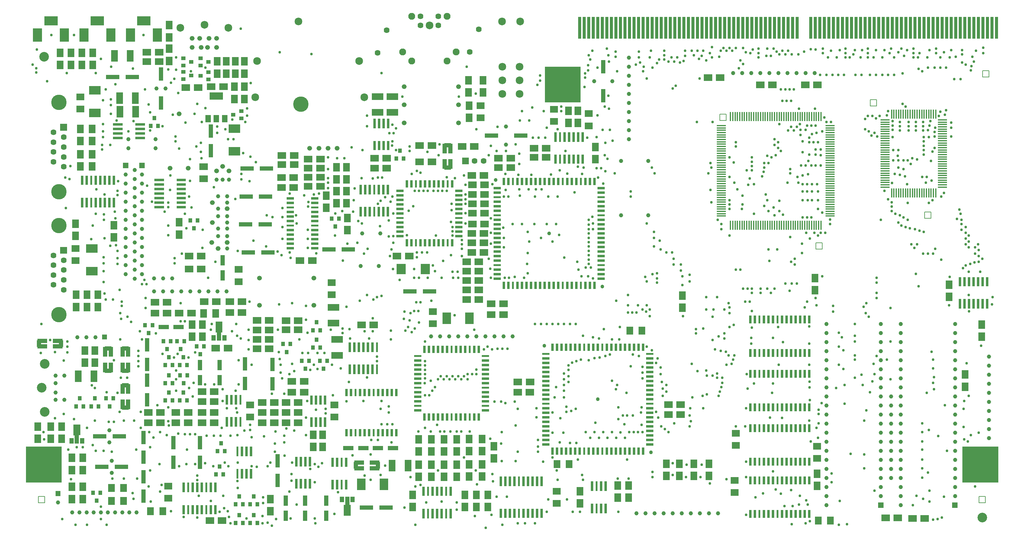
<source format=gbr>
%FSLAX34Y34*%
%MOMM*%
%LNSOLDERMASK_TOP*%
G71*
G01*
%ADD10C,1.166*%
%ADD11R,0.634X2.667*%
%ADD12C,0.755*%
%ADD13R,3.177X1.906*%
%ADD14R,3.177X1.904*%
%ADD15R,0.636X2.667*%
%ADD16R,0.636X2.668*%
%ADD17R,1.905X2.413*%
%ADD18R,1.906X2.413*%
%ADD19R,2.414X1.906*%
%ADD20R,1.905X2.414*%
%ADD21R,1.906X3.177*%
%ADD22R,1.906X2.415*%
%ADD23C,2.160*%
%ADD24R,1.271X1.016*%
%ADD25R,1.269X1.017*%
%ADD26R,1.271X3.810*%
%ADD27C,1.339*%
%ADD28C,1.338*%
%ADD29C,0.757*%
%ADD30R,2.921X1.271*%
%ADD31R,2.922X1.271*%
%ADD32R,1.270X3.684*%
%ADD33R,1.271X3.684*%
%ADD34C,0.756*%
%ADD35R,1.271X3.683*%
%ADD36R,1.270X3.683*%
%ADD37R,2.415X1.904*%
%ADD38R,2.413X1.904*%
%ADD39R,1.271X2.795*%
%ADD40R,1.906X1.271*%
%ADD41R,1.271X2.794*%
%ADD42R,1.017X1.269*%
%ADD43R,1.016X1.269*%
%ADD44R,1.016X1.271*%
%ADD45R,1.269X3.683*%
%ADD46R,1.271X2.922*%
%ADD47R,0.635X2.668*%
%ADD48R,0.634X2.668*%
%ADD49R,1.906X2.286*%
%ADD50R,1.905X2.286*%
%ADD51R,2.286X1.904*%
%ADD52R,2.286X1.905*%
%ADD53R,1.017X1.270*%
%ADD54C,1.167*%
%ADD55R,1.905X2.415*%
%ADD56C,1.621*%
%ADD57R,3.176X2.388*%
%ADD58R,1.269X2.922*%
%ADD59R,2.795X1.271*%
%ADD60R,2.795X1.270*%
%ADD61R,2.388X3.175*%
%ADD62R,1.271X1.524*%
%ADD63R,1.270X1.524*%
%ADD64R,1.269X1.524*%
%ADD65R,1.271X1.906*%
%ADD66R,0.635X2.666*%
%ADD67R,0.634X2.666*%
%ADD68R,0.636X2.666*%
%ADD69R,3.683X1.270*%
%ADD70R,2.414X1.904*%
%ADD71R,2.415X1.905*%
%ADD72R,3.684X1.270*%
%ADD73R,2.413X1.905*%
%ADD74R,3.684X1.271*%
%ADD75R,2.286X1.906*%
%ADD76C,1.339*%
%ADD77R,3.683X1.271*%
%ADD78R,2.413X1.906*%
%ADD79C,1.619*%
%ADD80R,1.906X2.414*%
%ADD81R,1.904X2.413*%
%ADD82C,2.158*%
%ADD83R,1.905X1.271*%
%ADD84C,2.698*%
%ADD85R,1.906X1.270*%
%ADD86R,1.016X1.270*%
%ADD87R,1.015X1.270*%
%ADD88R,1.017X1.271*%
%ADD89R,1.015X1.271*%
%ADD90R,1.269X2.921*%
%ADD91R,2.415X1.906*%
%ADD92R,1.906X1.269*%
%ADD93R,1.015X1.269*%
%ADD94R,1.271X2.921*%
%ADD95R,3.175X2.388*%
%ADD96R,2.666X0.636*%
%ADD97R,2.668X0.636*%
%ADD98C,1.166*%
%ADD99R,2.414X1.905*%
%ADD100R,2.668X0.635*%
%ADD101R,2.666X0.635*%
%ADD102R,2.033X0.635*%
%ADD103R,2.033X0.636*%
%ADD104R,1.904X2.415*%
%ADD105R,1.905X1.270*%
%ADD106R,0.635X2.032*%
%ADD107R,0.635X2.033*%
%ADD108C,1.038*%
%ADD109C,1.620*%
%ADD110R,0.636X2.033*%
%ADD111R,2.033X0.634*%
%ADD112C,0.754*%
%ADD113R,2.416X1.906*%
%ADD114C,0.203*%
%ADD115R,0.636X2.286*%
%ADD116R,0.635X2.286*%
%ADD117R,0.636X2.288*%
%ADD118R,0.635X2.287*%
%ADD119R,0.634X2.287*%
%ADD120R,0.636X2.287*%
%ADD121R,0.635X2.288*%
%ADD122R,0.634X2.288*%
%ADD123R,0.634X2.286*%
%ADD124R,0.635X2.031*%
%ADD125R,0.634X2.031*%
%ADD126R,0.636X2.031*%
%ADD127R,0.634X2.033*%
%ADD128R,2.031X0.635*%
%ADD129R,2.031X0.634*%
%ADD130R,2.031X0.636*%
%ADD131C,1.036*%
%ADD132R,1.904X2.286*%
%ADD133R,0.636X2.032*%
%ADD134R,0.634X2.032*%
%ADD135R,0.635X2.667*%
%ADD136R,1.271X1.526*%
%ADD137R,1.269X1.526*%
%ADD138R,1.270X3.810*%
%ADD139R,1.270X3.811*%
%ADD140R,0.638X2.666*%
%ADD141R,0.638X2.668*%
%ADD142R,1.904X2.414*%
%ADD143C,2.700*%
%ADD144C,4.319*%
%ADD145R,3.176X1.906*%
%ADD146C,1.340*%
%ADD147C,1.338*%
%ADD148C,1.340*%
%ADD149C,1.340*%
%ADD150R,1.269X1.016*%
%ADD151C,4.319*%
%ADD152R,3.811X1.271*%
%ADD153C,2.160*%
%ADD154C,1.943*%
%ADD155C,2.698*%
%ADD156C,2.700*%
%ADD157R,3.175X2.387*%
%ADD158R,1.905X3.175*%
%ADD159R,3.810X2.033*%
%ADD160C,2.159*%
%ADD161R,2.591X2.922*%
%ADD162R,2.592X2.922*%
%ADD163C,1.619*%
%ADD164C,1.621*%
%ADD165R,3.175X1.904*%
%ADD166C,2.160*%
%ADD167R,3.175X1.906*%
%ADD168R,1.271X3.811*%
%ADD169C,1.037*%
%ADD170C,1.165*%
%ADD171R,1.904X2.287*%
%ADD172R,1.906X2.287*%
%ADD173R,2.387X3.177*%
%ADD174R,2.388X3.177*%
%ADD175R,3.810X1.271*%
%ADD176C,2.159*%
%ADD177R,1.524X2.033*%
%ADD178R,1.271X1.017*%
%ADD179R,2.032X0.635*%
%ADD180R,2.032X0.636*%
%ADD181R,2.032X0.634*%
%ADD182R,1.271X1.015*%
%ADD183R,2.793X1.270*%
%ADD184R,2.793X1.271*%
%ADD185R,1.906X3.175*%
%ADD186R,2.287X1.904*%
%ADD187R,2.287X1.906*%
%ADD188R,2.667X0.635*%
%ADD189R,2.667X0.636*%
%ADD190R,1.905X3.177*%
%ADD191R,1.904X3.177*%
%ADD192R,1.271X1.525*%
%ADD193R,1.269X1.525*%
%ADD194R,2.540X3.812*%
%ADD195R,3.812X2.540*%
%ADD196R,0.350X2.550*%
%ADD197R,2.550X0.350*%
%ADD198R,0.350X2.540*%
%ADD199R,2.540X0.350*%
%ADD200R,0.890X6.100*%
%LPD*%
X406293Y-631748D02*
G54D10*
D03*
X702240Y-1174750D02*
G54D11*
D03*
X702999Y-1003149D02*
G54D12*
D03*
X973471Y-1049941D02*
G54D13*
D03*
X973471Y-1005740D02*
G54D14*
D03*
X983457Y-1086472D02*
G54D12*
D03*
X1033763Y-1027408D02*
G54D15*
D03*
X1033763Y-1089650D02*
G54D16*
D03*
X241672Y-914494D02*
G54D17*
D03*
X272155Y-914494D02*
G54D17*
D03*
X302643Y-914494D02*
G54D18*
D03*
X620440Y-296417D02*
G54D19*
D03*
X1238767Y-461546D02*
G54D19*
D03*
X1238767Y-507267D02*
G54D19*
D03*
X1201421Y-1356512D02*
G54D17*
D03*
X1201421Y-1319422D02*
G54D20*
D03*
X1201421Y-1285380D02*
G54D17*
D03*
X1201421Y-1390548D02*
G54D17*
D03*
X1200910Y-1263282D02*
G54D12*
D03*
X432709Y-838535D02*
G54D12*
D03*
X436774Y-917793D02*
G54D12*
D03*
X436774Y-889338D02*
G54D12*
D03*
X291922Y-1109005D02*
G54D21*
D03*
X247715Y-1109005D02*
G54D21*
D03*
X266057Y-1036932D02*
G54D18*
D03*
X266057Y-1070976D02*
G54D22*
D03*
X270129Y-999084D02*
G54D10*
D03*
X662864Y-226054D02*
G54D18*
D03*
X662864Y-260091D02*
G54D18*
D03*
X668458Y-131346D02*
G54D23*
D03*
X590841Y-266319D02*
G54D24*
D03*
X564679Y-265528D02*
G54D25*
D03*
X479453Y-261110D02*
G54D26*
D03*
X588180Y-161016D02*
G54D27*
D03*
X564679Y-227425D02*
G54D25*
D03*
X563790Y-253234D02*
G54D12*
D03*
X567086Y-161016D02*
G54D28*
D03*
X567086Y-186422D02*
G54D28*
D03*
X502817Y-124437D02*
G54D18*
D03*
X502817Y-158473D02*
G54D18*
D03*
X502817Y-190486D02*
G54D18*
D03*
X502817Y-224523D02*
G54D18*
D03*
X500283Y-248149D02*
G54D29*
D03*
X1004293Y-1310024D02*
G54D30*
D03*
X1046459Y-1310024D02*
G54D30*
D03*
X1087607Y-1310024D02*
G54D30*
D03*
X1129777Y-1310024D02*
G54D31*
D03*
X715195Y-1074276D02*
G54D32*
D03*
X792419Y-1075298D02*
G54D33*
D03*
X959073Y-1076310D02*
G54D29*
D03*
X908264Y-1076310D02*
G54D34*
D03*
X814778Y-1076310D02*
G54D34*
D03*
X733487Y-1076310D02*
G54D34*
D03*
X792419Y-1130169D02*
G54D35*
D03*
X715195Y-1129151D02*
G54D36*
D03*
X880571Y-1123052D02*
G54D37*
D03*
X846527Y-1123052D02*
G54D38*
D03*
X372119Y-1083807D02*
G54D39*
D03*
X387622Y-1083807D02*
G54D39*
D03*
X379869Y-1093326D02*
G54D40*
D03*
X522131Y-1092571D02*
G54D12*
D03*
X387622Y-1040370D02*
G54D41*
D03*
X372119Y-1040370D02*
G54D41*
D03*
X589599Y-1046716D02*
G54D42*
D03*
X574966Y-1041762D02*
G54D12*
D03*
X526195Y-1045827D02*
G54D12*
D03*
X483518Y-1045827D02*
G54D12*
D03*
X516034Y-1055991D02*
G54D29*
D03*
X511581Y-1128006D02*
G54D43*
D03*
X511581Y-1176782D02*
G54D44*
D03*
X806647Y-1345584D02*
G54D32*
D03*
X589192Y-1294776D02*
G54D45*
D03*
X589192Y-1349651D02*
G54D45*
D03*
X883880Y-1457613D02*
G54D46*
D03*
X883880Y-1499795D02*
G54D46*
D03*
X885905Y-1273444D02*
G54D12*
D03*
X798517Y-1320188D02*
G54D29*
D03*
X786329Y-1350669D02*
G54D12*
D03*
X694875Y-1350669D02*
G54D29*
D03*
X732220Y-1319548D02*
G54D16*
D03*
X719514Y-1319548D02*
G54D47*
D03*
X706808Y-1319548D02*
G54D47*
D03*
X694109Y-1319548D02*
G54D48*
D03*
X450233Y-1486832D02*
G54D49*
D03*
X444900Y-1417733D02*
G54D29*
D03*
X484276Y-1486832D02*
G54D50*
D03*
X507902Y-1486832D02*
G54D29*
D03*
X499771Y-1451012D02*
G54D51*
D03*
X499771Y-1416975D02*
G54D52*
D03*
X450996Y-1460411D02*
G54D12*
D03*
X477421Y-1431959D02*
G54D34*
D03*
X481480Y-1413675D02*
G54D12*
D03*
X298984Y-1457240D02*
G54D53*
D03*
X350958Y-1490389D02*
G54D54*
D03*
X430669Y-1335429D02*
G54D35*
D03*
X286382Y-449095D02*
G54D22*
D03*
X253868Y-449095D02*
G54D55*
D03*
X206615Y-438423D02*
G54D56*
D03*
X294513Y-306833D02*
G54D57*
D03*
X932648Y-1306725D02*
G54D17*
D03*
X932648Y-1272680D02*
G54D55*
D03*
X920460Y-1362866D02*
G54D34*
D03*
X942812Y-1499795D02*
G54D58*
D03*
X942812Y-1457613D02*
G54D58*
D03*
X930616Y-1352702D02*
G54D34*
D03*
X1034897Y-1351049D02*
G54D59*
D03*
X1034897Y-1366552D02*
G54D60*
D03*
X1041120Y-1411643D02*
G54D61*
D03*
X997967Y-1492298D02*
G54D62*
D03*
X997967Y-1477414D02*
G54D62*
D03*
X1001772Y-1453905D02*
G54D62*
D03*
X1001799Y-1469105D02*
G54D63*
D03*
X1005278Y-1492298D02*
G54D64*
D03*
X1005380Y-1477180D02*
G54D62*
D03*
X1016764Y-1453905D02*
G54D62*
D03*
X1025376Y-1358800D02*
G54D65*
D03*
X1015971Y-1330350D02*
G54D34*
D03*
X960339Y-1412276D02*
G54D16*
D03*
X973047Y-1412276D02*
G54D16*
D03*
X985743Y-1412276D02*
G54D48*
D03*
X998443Y-1412276D02*
G54D47*
D03*
X998443Y-1350037D02*
G54D66*
D03*
X985743Y-1350037D02*
G54D67*
D03*
X973047Y-1350037D02*
G54D68*
D03*
X960339Y-1350037D02*
G54D68*
D03*
X1095236Y-1385218D02*
G54D34*
D03*
X1050525Y-1387249D02*
G54D12*
D03*
X1066779Y-1399445D02*
G54D29*
D03*
X1055603Y-1476671D02*
G54D69*
D03*
X830274Y-1181990D02*
G54D70*
D03*
X847292Y-1074278D02*
G54D12*
D03*
X672517Y-899754D02*
G54D71*
D03*
X672517Y-930238D02*
G54D37*
D03*
X663373Y-871050D02*
G54D54*
D03*
X720534Y-526320D02*
G54D72*
D03*
X549314Y-298958D02*
G54D73*
D03*
X542581Y-275689D02*
G54D24*
D03*
X583350Y-298958D02*
G54D73*
D03*
X612944Y-276475D02*
G54D24*
D03*
X573953Y-372628D02*
G54D29*
D03*
X779211Y-761303D02*
G54D74*
D03*
X792420Y-662229D02*
G54D12*
D03*
X530254Y-677222D02*
G54D18*
D03*
X530254Y-711260D02*
G54D18*
D03*
X696901Y-843360D02*
G54D75*
D03*
X755584Y-833705D02*
G54D76*
D03*
X949922Y-753173D02*
G54D77*
D03*
X294513Y-370348D02*
G54D57*
D03*
X339224Y-373139D02*
G54D12*
D03*
X702240Y-1236989D02*
G54D48*
D03*
X1078218Y-525563D02*
G54D38*
D03*
X1078218Y-497106D02*
G54D73*
D03*
X1072877Y-554013D02*
G54D12*
D03*
X1357392Y-464591D02*
G54D78*
D03*
X1358413Y-505236D02*
G54D79*
D03*
X685726Y-297180D02*
G54D80*
D03*
X713672Y-297180D02*
G54D80*
D03*
X1341140Y-278887D02*
G54D81*
D03*
X1381786Y-278887D02*
G54D18*
D03*
X731454Y-286261D02*
G54D12*
D03*
X1436403Y-278638D02*
G54D82*
D03*
X1361466Y-1373029D02*
G54D12*
D03*
X1110479Y-1476671D02*
G54D72*
D03*
X1184657Y-1475403D02*
G54D80*
D03*
X1162297Y-1476672D02*
G54D12*
D03*
X1192781Y-1525447D02*
G54D12*
D03*
X1184657Y-1441359D02*
G54D18*
D03*
X1104634Y-1411643D02*
G54D61*
D03*
X1178558Y-1391315D02*
G54D12*
D03*
X1192781Y-1417733D02*
G54D12*
D03*
X1323356Y-464591D02*
G54D78*
D03*
X1116320Y-462180D02*
G54D66*
D03*
X1103616Y-462180D02*
G54D66*
D03*
X1090909Y-462180D02*
G54D66*
D03*
X1078217Y-462180D02*
G54D66*
D03*
X1149724Y-475898D02*
G54D44*
D03*
X1137915Y-474754D02*
G54D29*
D03*
X1176017Y-476787D02*
G54D29*
D03*
X250995Y-1490389D02*
G54D54*
D03*
X259959Y-1307993D02*
G54D12*
D03*
X243677Y-1307964D02*
G54D34*
D03*
X170545Y-1250320D02*
G54D18*
D03*
X133958Y-1250320D02*
G54D18*
D03*
X323348Y-1083807D02*
G54D39*
D03*
X338838Y-1083807D02*
G54D39*
D03*
X331093Y-1093326D02*
G54D83*
D03*
X294513Y-1070976D02*
G54D22*
D03*
X347858Y-1063611D02*
G54D29*
D03*
X528995Y-970627D02*
G54D30*
D03*
X524563Y-1010384D02*
G54D44*
D03*
X119737Y-234941D02*
G54D34*
D03*
X129900Y-257300D02*
G54D12*
D03*
X129900Y-245105D02*
G54D12*
D03*
X131926Y-192264D02*
G54D12*
D03*
X152252Y-212589D02*
G54D84*
D03*
X379869Y-1030835D02*
G54D85*
D03*
X420513Y-982823D02*
G54D12*
D03*
X416448Y-1037695D02*
G54D12*
D03*
X365640Y-1005182D02*
G54D12*
D03*
X426611Y-1005182D02*
G54D29*
D03*
X416448Y-1066152D02*
G54D12*
D03*
X416448Y-1051926D02*
G54D12*
D03*
X416448Y-1080375D02*
G54D12*
D03*
X440841Y-1075298D02*
G54D33*
D03*
X501425Y-1055102D02*
G54D86*
D03*
X511581Y-1077197D02*
G54D43*
D03*
X491262Y-1077197D02*
G54D42*
D03*
X532694Y-1105910D02*
G54D87*
D03*
X531909Y-1176782D02*
G54D44*
D03*
X522131Y-1116954D02*
G54D12*
D03*
X522131Y-1149469D02*
G54D12*
D03*
X542855Y-1128006D02*
G54D42*
D03*
X542073Y-1154679D02*
G54D88*
D03*
X830274Y-1210440D02*
G54D19*
D03*
X207125Y-1214506D02*
G54D12*
D03*
X235575Y-1228734D02*
G54D34*
D03*
X294514Y-1232799D02*
G54D34*
D03*
X201027Y-1250320D02*
G54D18*
D03*
X347355Y-1236863D02*
G54D12*
D03*
X333126Y-1236863D02*
G54D29*
D03*
X363608Y-1208409D02*
G54D29*
D03*
X422547Y-1208409D02*
G54D29*
D03*
X404252Y-1232799D02*
G54D12*
D03*
X375804Y-1232799D02*
G54D34*
D03*
X594526Y-1179958D02*
G54D78*
D03*
X552234Y-1176782D02*
G54D89*
D03*
X568875Y-1165729D02*
G54D12*
D03*
X594526Y-1151501D02*
G54D78*
D03*
X589192Y-1119745D02*
G54D90*
D03*
X553019Y-1105910D02*
G54D86*
D03*
X558711Y-1141345D02*
G54D34*
D03*
X570899Y-1127117D02*
G54D12*
D03*
X603420Y-1131181D02*
G54D12*
D03*
X499773Y-1234832D02*
G54D34*
D03*
X628572Y-1151501D02*
G54D91*
D03*
X644065Y-1119745D02*
G54D90*
D03*
X628570Y-1131947D02*
G54D12*
D03*
X652197Y-1145410D02*
G54D34*
D03*
X688777Y-1149469D02*
G54D12*
D03*
X696906Y-1131181D02*
G54D12*
D03*
X643679Y-1361976D02*
G54D44*
D03*
X653843Y-1384080D02*
G54D88*
D03*
X633524Y-1384080D02*
G54D89*
D03*
X668452Y-1360833D02*
G54D12*
D03*
X658295Y-1350669D02*
G54D12*
D03*
X625772Y-1360833D02*
G54D12*
D03*
X603420Y-1352702D02*
G54D12*
D03*
X627805Y-1275476D02*
G54D34*
D03*
X607485Y-1275476D02*
G54D12*
D03*
X637591Y-1319045D02*
G54D86*
D03*
X647747Y-1296940D02*
G54D43*
D03*
X657911Y-1319045D02*
G54D53*
D03*
X674549Y-1275476D02*
G54D34*
D03*
X650164Y-1253118D02*
G54D12*
D03*
X646100Y-1275476D02*
G54D12*
D03*
X475389Y-1354736D02*
G54D12*
D03*
X448963Y-1373029D02*
G54D29*
D03*
X513999Y-1349651D02*
G54D35*
D03*
X650924Y-1513251D02*
G54D91*
D03*
X430669Y-1280555D02*
G54D35*
D03*
X501803Y-1247021D02*
G54D12*
D03*
X495706Y-1273444D02*
G54D29*
D03*
X477421Y-1265314D02*
G54D34*
D03*
X458108Y-1280555D02*
G54D12*
D03*
X448963Y-1307993D02*
G54D29*
D03*
X446932Y-1265314D02*
G54D12*
D03*
X422547Y-1253118D02*
G54D29*
D03*
X513999Y-1294776D02*
G54D35*
D03*
X444140Y-1238896D02*
G54D78*
D03*
X478179Y-1238896D02*
G54D78*
D03*
X521367Y-1238896D02*
G54D78*
D03*
X555404Y-1238896D02*
G54D78*
D03*
X689542Y-1236989D02*
G54D47*
D03*
X676836Y-1236989D02*
G54D47*
D03*
X664130Y-1236989D02*
G54D16*
D03*
X594526Y-1238896D02*
G54D78*
D03*
X628572Y-1238896D02*
G54D91*
D03*
X307714Y-1277504D02*
G54D72*
D03*
X362589Y-1277504D02*
G54D72*
D03*
X335159Y-1260484D02*
G54D10*
D03*
X335159Y-1294529D02*
G54D10*
D03*
X313821Y-1362859D02*
G54D72*
D03*
X341256Y-1320188D02*
G54D29*
D03*
X318898Y-1318155D02*
G54D12*
D03*
X341250Y-1345839D02*
G54D10*
D03*
X341250Y-1379883D02*
G54D10*
D03*
X368692Y-1362859D02*
G54D72*
D03*
X410352Y-1314091D02*
G54D29*
D03*
X372119Y-1187449D02*
G54D39*
D03*
X387622Y-1187449D02*
G54D39*
D03*
X440841Y-1174873D02*
G54D35*
D03*
X372119Y-1144012D02*
G54D41*
D03*
X387622Y-1144012D02*
G54D41*
D03*
X379869Y-1134482D02*
G54D92*
D03*
X440841Y-1120002D02*
G54D33*
D03*
X366908Y-1113145D02*
G54D12*
D03*
X384693Y-1113145D02*
G54D34*
D03*
X217281Y-1041762D02*
G54D12*
D03*
X206615Y-1064623D02*
G54D12*
D03*
X208648Y-1107053D02*
G54D54*
D03*
X486811Y-970627D02*
G54D31*
D03*
X485950Y-1010384D02*
G54D89*
D03*
X496113Y-1032487D02*
G54D88*
D03*
X506276Y-1010384D02*
G54D44*
D03*
X633139Y-1029566D02*
G54D73*
D03*
X667183Y-1029566D02*
G54D71*
D03*
X627019Y-1001524D02*
G54D64*
D03*
X642008Y-1001524D02*
G54D63*
D03*
X657000Y-1001524D02*
G54D62*
D03*
X692842Y-995018D02*
G54D12*
D03*
X638396Y-978248D02*
G54D62*
D03*
X641978Y-986338D02*
G54D62*
D03*
X645816Y-978029D02*
G54D64*
D03*
X619675Y-978757D02*
G54D34*
D03*
X678614Y-982823D02*
G54D29*
D03*
X552234Y-1077197D02*
G54D93*
D03*
X531909Y-1077197D02*
G54D43*
D03*
X644065Y-1077577D02*
G54D58*
D03*
X589192Y-1077577D02*
G54D58*
D03*
X542073Y-1055102D02*
G54D53*
D03*
X696906Y-1064114D02*
G54D12*
D03*
X556678Y-1055991D02*
G54D12*
D03*
X406293Y-834973D02*
G54D10*
D03*
X406293Y-809575D02*
G54D10*
D03*
X406293Y-784165D02*
G54D10*
D03*
X426358Y-850477D02*
G54D12*
D03*
X426358Y-796870D02*
G54D10*
D03*
X426358Y-822275D02*
G54D10*
D03*
X637968Y-871050D02*
G54D10*
D03*
X612565Y-871050D02*
G54D54*
D03*
X587160Y-871050D02*
G54D10*
D03*
X561764Y-871050D02*
G54D10*
D03*
X485542Y-834464D02*
G54D10*
D03*
X652700Y-825575D02*
G54D94*
D03*
X611552Y-832437D02*
G54D12*
D03*
X320930Y-721423D02*
G54D34*
D03*
X319918Y-669850D02*
G54D12*
D03*
X319918Y-654609D02*
G54D12*
D03*
X538386Y-765369D02*
G54D29*
D03*
X380882Y-771467D02*
G54D10*
D03*
X426358Y-771467D02*
G54D10*
D03*
X557945Y-771468D02*
G54D91*
D03*
X652700Y-783407D02*
G54D46*
D03*
X591990Y-771468D02*
G54D78*
D03*
X406293Y-555535D02*
G54D10*
D03*
X406293Y-530136D02*
G54D10*
D03*
X380882Y-542830D02*
G54D10*
D03*
X347347Y-685353D02*
G54D18*
D03*
X351419Y-665792D02*
G54D12*
D03*
X358020Y-1155065D02*
G54D12*
D03*
X357510Y-757237D02*
G54D12*
D03*
X357510Y-777565D02*
G54D12*
D03*
X357510Y-793826D02*
G54D12*
D03*
X363608Y-866986D02*
G54D29*
D03*
X369707Y-911696D02*
G54D12*
D03*
X369707Y-899500D02*
G54D12*
D03*
X367674Y-948276D02*
G54D34*
D03*
X365640Y-932015D02*
G54D12*
D03*
X380882Y-796870D02*
G54D10*
D03*
X380882Y-822275D02*
G54D10*
D03*
X385967Y-942179D02*
G54D12*
D03*
X286127Y-750893D02*
G54D95*
D03*
X284350Y-724723D02*
G54D12*
D03*
X297049Y-653597D02*
G54D34*
D03*
X288415Y-686111D02*
G54D12*
D03*
X258946Y-559345D02*
G54D66*
D03*
X271652Y-559345D02*
G54D66*
D03*
X284350Y-559345D02*
G54D67*
D03*
X297049Y-559345D02*
G54D68*
D03*
X309755Y-559345D02*
G54D66*
D03*
X322460Y-559345D02*
G54D66*
D03*
X335153Y-559345D02*
G54D66*
D03*
X347858Y-559345D02*
G54D66*
D03*
X284350Y-621584D02*
G54D48*
D03*
X347858Y-621584D02*
G54D47*
D03*
X335153Y-621584D02*
G54D47*
D03*
X322460Y-621584D02*
G54D47*
D03*
X309755Y-621584D02*
G54D47*
D03*
X297049Y-621584D02*
G54D16*
D03*
X253868Y-486186D02*
G54D17*
D03*
X253868Y-520222D02*
G54D17*
D03*
X225411Y-519464D02*
G54D12*
D03*
X206615Y-466119D02*
G54D56*
D03*
X206615Y-521490D02*
G54D56*
D03*
X206615Y-493805D02*
G54D56*
D03*
X426358Y-644445D02*
G54D10*
D03*
X426358Y-669858D02*
G54D10*
D03*
X426358Y-695254D02*
G54D10*
D03*
X426358Y-720665D02*
G54D10*
D03*
X426358Y-746061D02*
G54D10*
D03*
X536483Y-621591D02*
G54D96*
D03*
X474244Y-621591D02*
G54D97*
D03*
X454552Y-619049D02*
G54D12*
D03*
X500283Y-621584D02*
G54D29*
D03*
X623486Y-621584D02*
G54D76*
D03*
X665406Y-621584D02*
G54D98*
D03*
X286382Y-486186D02*
G54D18*
D03*
X286382Y-520222D02*
G54D18*
D03*
X314833Y-460526D02*
G54D12*
D03*
X314833Y-472723D02*
G54D12*
D03*
X337191Y-460526D02*
G54D34*
D03*
X178166Y-769690D02*
G54D79*
D03*
X852631Y-514890D02*
G54D78*
D03*
X851358Y-551725D02*
G54D91*
D03*
X892259Y-550456D02*
G54D19*
D03*
X892259Y-525054D02*
G54D99*
D03*
X926301Y-525054D02*
G54D73*
D03*
X926301Y-550456D02*
G54D78*
D03*
X947387Y-565699D02*
G54D29*
D03*
X947387Y-553000D02*
G54D29*
D03*
X947387Y-527596D02*
G54D29*
D03*
X840692Y-596180D02*
G54D12*
D03*
X474244Y-608886D02*
G54D100*
D03*
X536483Y-608886D02*
G54D101*
D03*
X688267Y-611427D02*
G54D12*
D03*
X881337Y-601266D02*
G54D34*
D03*
X908264Y-598722D02*
G54D34*
D03*
X921982Y-596180D02*
G54D12*
D03*
X817315Y-579672D02*
G54D78*
D03*
X910801Y-622859D02*
G54D102*
D03*
X841705Y-622859D02*
G54D102*
D03*
X1020036Y-614983D02*
G54D29*
D03*
X892769Y-620317D02*
G54D12*
D03*
X1421666Y-695261D02*
G54D103*
D03*
X1438693Y-692208D02*
G54D12*
D03*
X891500Y-697796D02*
G54D12*
D03*
X926301Y-575860D02*
G54D73*
D03*
X892259Y-575860D02*
G54D99*
D03*
X851358Y-579672D02*
G54D91*
D03*
X1112254Y-525563D02*
G54D38*
D03*
X999718Y-556809D02*
G54D81*
D03*
X999718Y-522765D02*
G54D104*
D03*
X1274965Y-513752D02*
G54D39*
D03*
X1290457Y-513752D02*
G54D39*
D03*
X1282711Y-523276D02*
G54D83*
D03*
X1280680Y-550457D02*
G54D29*
D03*
X1303039Y-553000D02*
G54D12*
D03*
X1274965Y-470304D02*
G54D39*
D03*
X1290457Y-470304D02*
G54D39*
D03*
X1282711Y-460780D02*
G54D105*
D03*
X1259850Y-458493D02*
G54D12*
D03*
X1257818Y-488975D02*
G54D34*
D03*
X1087106Y-551979D02*
G54D34*
D03*
X1099295Y-551979D02*
G54D12*
D03*
X1182625Y-541816D02*
G54D12*
D03*
X1196344Y-532674D02*
G54D34*
D03*
X1207009Y-537751D02*
G54D29*
D03*
X772858Y-605075D02*
G54D74*
D03*
X717985Y-605075D02*
G54D74*
D03*
X942812Y-602023D02*
G54D18*
D03*
X841705Y-610154D02*
G54D103*
D03*
X910801Y-610154D02*
G54D103*
D03*
X1038833Y-585384D02*
G54D16*
D03*
X1051539Y-585384D02*
G54D47*
D03*
X1064243Y-585384D02*
G54D16*
D03*
X1076943Y-585384D02*
G54D48*
D03*
X1089641Y-585384D02*
G54D47*
D03*
X1102347Y-585384D02*
G54D47*
D03*
X1115052Y-585384D02*
G54D47*
D03*
X1168397Y-569509D02*
G54D106*
D03*
X1425731Y-497106D02*
G54D73*
D03*
X1384583Y-545882D02*
G54D78*
D03*
X1440214Y-562390D02*
G54D107*
D03*
X1452920Y-562390D02*
G54D107*
D03*
X1417987Y-558712D02*
G54D108*
D03*
X1444790Y-541816D02*
G54D34*
D03*
X1425731Y-523531D02*
G54D78*
D03*
X1383817Y-505236D02*
G54D109*
D03*
X1314469Y-613971D02*
G54D103*
D03*
X1421666Y-619041D02*
G54D102*
D03*
X1314469Y-626661D02*
G54D102*
D03*
X1333011Y-625140D02*
G54D12*
D03*
X1294398Y-625140D02*
G54D12*
D03*
X1580954Y-360185D02*
G54D52*
D03*
X1601273Y-352811D02*
G54D12*
D03*
X1597208Y-531654D02*
G54D12*
D03*
X1534211Y-291338D02*
G54D29*
D03*
X1519983Y-354852D02*
G54D12*
D03*
X1585018Y-438043D02*
G54D47*
D03*
X1585018Y-500282D02*
G54D66*
D03*
X1580954Y-394222D02*
G54D52*
D03*
X1597717Y-500282D02*
G54D67*
D03*
X1610416Y-500282D02*
G54D66*
D03*
X1623121Y-500282D02*
G54D66*
D03*
X1613469Y-476787D02*
G54D12*
D03*
X1623121Y-438043D02*
G54D47*
D03*
X1610416Y-438043D02*
G54D47*
D03*
X1597717Y-438043D02*
G54D48*
D03*
X1352571Y-598722D02*
G54D38*
D03*
X1314469Y-601264D02*
G54D103*
D03*
X1314469Y-588560D02*
G54D102*
D03*
X1333011Y-598722D02*
G54D12*
D03*
X1478317Y-562390D02*
G54D110*
D03*
X1491023Y-562390D02*
G54D107*
D03*
X1421666Y-657151D02*
G54D111*
D03*
X1421666Y-669851D02*
G54D103*
D03*
X1314469Y-677471D02*
G54D103*
D03*
X1314469Y-664771D02*
G54D111*
D03*
X1404145Y-665792D02*
G54D12*
D03*
X1292366Y-675947D02*
G54D34*
D03*
X1579933Y-562390D02*
G54D107*
D03*
X2706838Y-212589D02*
G54D29*
D03*
X2710902Y-667817D02*
G54D29*
D03*
X2643834Y-1062087D02*
G54D112*
D03*
X2639770Y-1039729D02*
G54D112*
D03*
X2605226Y-700339D02*
G54D112*
D03*
X2599130Y-738952D02*
G54D112*
D03*
X2586176Y-1507161D02*
G54D113*
D03*
X2582861Y-738952D02*
G54D29*
D03*
X2584906Y-497106D02*
G54D112*
D03*
X2595066Y-821765D02*
G54D112*
D03*
X2586925Y-1470574D02*
G54D29*
D03*
X2597098Y-1444156D02*
G54D112*
D03*
X2546290Y-677981D02*
G54D12*
D03*
X2523932Y-917793D02*
G54D29*
D03*
X2527996Y-645465D02*
G54D29*
D03*
X2656038Y-1509192D02*
G54D29*
D03*
X2651974Y-190231D02*
G54D29*
D03*
X2651974Y-202428D02*
G54D29*
D03*
X2694657Y-436143D02*
G54D12*
D03*
X2743427Y-1163697D02*
G54D112*
D03*
X2658058Y-1276745D02*
G54D112*
D03*
X2668230Y-1505126D02*
G54D29*
D03*
X2674314Y-1446187D02*
G54D112*
D03*
X2682454Y-1318155D02*
G54D29*
D03*
X2517832Y-612952D02*
G54D12*
D03*
X2527996Y-621074D02*
G54D29*
D03*
X2527996Y-633270D02*
G54D29*
D03*
X2479221Y-1429929D02*
G54D12*
D03*
X2572714Y-503204D02*
G54D112*
D03*
X2572714Y-623115D02*
G54D112*
D03*
X2572714Y-669850D02*
G54D112*
D03*
X2623514Y-566208D02*
G54D112*
D03*
X2639770Y-560111D02*
G54D112*
D03*
X2620224Y-1507161D02*
G54D78*
D03*
X2615386Y-1452286D02*
G54D112*
D03*
X2574733Y-395496D02*
G54D29*
D03*
X2517832Y-263398D02*
G54D12*
D03*
X2521899Y-202428D02*
G54D12*
D03*
X2525964Y-190231D02*
G54D12*
D03*
X2534093Y-263398D02*
G54D12*
D03*
X2534093Y-214622D02*
G54D12*
D03*
X2601162Y-214622D02*
G54D112*
D03*
X2605226Y-202428D02*
G54D112*
D03*
X2666186Y-781629D02*
G54D112*
D03*
X2649930Y-751147D02*
G54D112*
D03*
X2643834Y-765369D02*
G54D112*
D03*
X2629622Y-765369D02*
G54D29*
D03*
X2641814Y-614983D02*
G54D29*
D03*
X2631642Y-623115D02*
G54D112*
D03*
G54D114*
X2620199Y-648264D02*
X2638004Y-648264D01*
X2638004Y-666039D01*
X2620199Y-666039D01*
X2620199Y-648264D01*
X2666186Y-604821D02*
G54D112*
D03*
X2674314Y-594656D02*
G54D112*
D03*
X2702774Y-275586D02*
G54D29*
D03*
X2546290Y-200393D02*
G54D12*
D03*
X2550355Y-395496D02*
G54D12*
D03*
X2550355Y-407684D02*
G54D12*
D03*
X2550355Y-419882D02*
G54D12*
D03*
X2554421Y-190231D02*
G54D12*
D03*
X2501580Y-263398D02*
G54D29*
D03*
X2501580Y-214622D02*
G54D29*
D03*
X2507677Y-194296D02*
G54D12*
D03*
X2588970Y-190231D02*
G54D112*
D03*
X2588970Y-202428D02*
G54D112*
D03*
X2588970Y-214622D02*
G54D112*
D03*
X2460935Y-190231D02*
G54D12*
D03*
X2593034Y-696274D02*
G54D112*
D03*
X2591002Y-749115D02*
G54D112*
D03*
X2595066Y-395496D02*
G54D112*
D03*
X2595066Y-407684D02*
G54D112*
D03*
X2595066Y-419882D02*
G54D112*
D03*
X2442641Y-263398D02*
G54D29*
D03*
X2467033Y-263398D02*
G54D29*
D03*
X2483285Y-263398D02*
G54D12*
D03*
X2517832Y-365007D02*
G54D12*
D03*
X2424346Y-962504D02*
G54D12*
D03*
X2424346Y-995018D02*
G54D12*
D03*
X2424346Y-1011279D02*
G54D12*
D03*
X2424346Y-1049891D02*
G54D12*
D03*
X2424346Y-1062087D02*
G54D12*
D03*
X2424346Y-1112888D02*
G54D12*
D03*
X2566456Y-352971D02*
G54D34*
D03*
X2570673Y-194296D02*
G54D34*
D03*
X2397930Y-190231D02*
G54D12*
D03*
X2397930Y-202428D02*
G54D12*
D03*
X2397930Y-214622D02*
G54D12*
D03*
X2410126Y-214622D02*
G54D12*
D03*
X2420289Y-206492D02*
G54D29*
D03*
G54D114*
X2485571Y-351033D02*
X2485571Y-333256D01*
X2467796Y-333256D01*
X2467796Y-351033D01*
X2485571Y-351033D01*
X2473130Y-379236D02*
G54D12*
D03*
X2471089Y-434109D02*
G54D12*
D03*
X2483285Y-385333D02*
G54D12*
D03*
X2479221Y-425980D02*
G54D12*
D03*
X2493449Y-379236D02*
G54D29*
D03*
X2487351Y-436143D02*
G54D12*
D03*
X2424346Y-194296D02*
G54D12*
D03*
X2426387Y-263398D02*
G54D12*
D03*
X2497514Y-669850D02*
G54D34*
D03*
X2536127Y-541816D02*
G54D29*
D03*
X2538159Y-653597D02*
G54D12*
D03*
X2345089Y-263398D02*
G54D34*
D03*
X2349154Y-214622D02*
G54D29*
D03*
X2357285Y-196328D02*
G54D34*
D03*
X2361351Y-263398D02*
G54D29*
D03*
X2532061Y-503204D02*
G54D34*
D03*
X2462967Y-942179D02*
G54D34*
D03*
X2485319Y-1051926D02*
G54D34*
D03*
X2477188Y-1074278D02*
G54D29*
D03*
X2467033Y-1153533D02*
G54D29*
D03*
X2473130Y-1123052D02*
G54D12*
D03*
X2479221Y-1102735D02*
G54D12*
D03*
X2485319Y-832437D02*
G54D34*
D03*
X2485319Y-846659D02*
G54D34*
D03*
X2485319Y-875115D02*
G54D34*
D03*
X2485319Y-889338D02*
G54D34*
D03*
X2462967Y-421914D02*
G54D34*
D03*
X2460935Y-379236D02*
G54D12*
D03*
X2286157Y-258319D02*
G54D10*
D03*
X2296831Y-1400969D02*
G54D115*
D03*
X2284124Y-1400969D02*
G54D115*
D03*
X2271420Y-1400969D02*
G54D116*
D03*
X2296831Y-1494965D02*
G54D115*
D03*
X2284124Y-1494965D02*
G54D115*
D03*
X2271420Y-1494965D02*
G54D116*
D03*
X2286159Y-1521381D02*
G54D12*
D03*
X2298345Y-1515283D02*
G54D34*
D03*
X2267864Y-1468539D02*
G54D29*
D03*
X2292248Y-1468539D02*
G54D12*
D03*
X2269897Y-1444156D02*
G54D12*
D03*
X2288191Y-1456351D02*
G54D34*
D03*
X2258714Y-1348637D02*
G54D117*
D03*
X2258714Y-1254648D02*
G54D115*
D03*
X2258714Y-1494965D02*
G54D115*
D03*
X2258714Y-1400969D02*
G54D115*
D03*
X2195206Y-1375564D02*
G54D12*
D03*
X2182509Y-1196221D02*
G54D118*
D03*
X2169802Y-1196221D02*
G54D118*
D03*
X2157104Y-1196221D02*
G54D119*
D03*
X2144406Y-1196221D02*
G54D120*
D03*
X2131700Y-1196221D02*
G54D118*
D03*
X2131700Y-1348637D02*
G54D121*
D03*
X2144406Y-1348637D02*
G54D117*
D03*
X2157104Y-1348637D02*
G54D122*
D03*
X2169802Y-1348637D02*
G54D121*
D03*
X2182509Y-1348637D02*
G54D121*
D03*
X2032118Y-1033631D02*
G54D12*
D03*
X2026024Y-1007214D02*
G54D12*
D03*
X2026024Y-1106791D02*
G54D12*
D03*
X2141864Y-653597D02*
G54D12*
D03*
X2241447Y-304043D02*
G54D34*
D03*
X2237382Y-419882D02*
G54D29*
D03*
X2198770Y-460526D02*
G54D29*
D03*
X2233318Y-949797D02*
G54D118*
D03*
X2246021Y-949797D02*
G54D118*
D03*
X2241447Y-869019D02*
G54D34*
D03*
X2245512Y-787729D02*
G54D29*
D03*
X2247545Y-848691D02*
G54D12*
D03*
X2202834Y-488975D02*
G54D29*
D03*
X2208926Y-468657D02*
G54D29*
D03*
X2217055Y-476787D02*
G54D34*
D03*
X2235348Y-566208D02*
G54D12*
D03*
X2212990Y-617016D02*
G54D29*
D03*
X2212990Y-645465D02*
G54D29*
D03*
X2223154Y-655629D02*
G54D12*
D03*
X2284125Y-915763D02*
G54D29*
D03*
X2206893Y-753173D02*
G54D12*
D03*
X2198770Y-657661D02*
G54D29*
D03*
X2196738Y-635304D02*
G54D12*
D03*
X2271420Y-1043793D02*
G54D116*
D03*
X2271420Y-1102225D02*
G54D116*
D03*
X2271420Y-1348637D02*
G54D121*
D03*
X2246021Y-1494965D02*
G54D116*
D03*
X2233318Y-1494965D02*
G54D116*
D03*
X2247545Y-1523414D02*
G54D12*
D03*
X2249570Y-1472606D02*
G54D12*
D03*
X2246021Y-1196221D02*
G54D118*
D03*
X2233318Y-1196221D02*
G54D118*
D03*
X2233318Y-1348637D02*
G54D121*
D03*
X2246021Y-1348637D02*
G54D121*
D03*
X2233318Y-1254648D02*
G54D116*
D03*
X2246021Y-1254648D02*
G54D116*
D03*
X2227220Y-1472606D02*
G54D12*
D03*
X2229251Y-848691D02*
G54D34*
D03*
X2210958Y-1076310D02*
G54D12*
D03*
X2207914Y-1102225D02*
G54D123*
D03*
X2207914Y-1196221D02*
G54D119*
D03*
X2195214Y-1196221D02*
G54D120*
D03*
X2195214Y-1102225D02*
G54D115*
D03*
X2195206Y-1129151D02*
G54D12*
D03*
X2220610Y-1196221D02*
G54D118*
D03*
X2220610Y-1102225D02*
G54D116*
D03*
X2220611Y-1225179D02*
G54D34*
D03*
X2195214Y-1043793D02*
G54D115*
D03*
X2207914Y-1043793D02*
G54D123*
D03*
X2220610Y-1043793D02*
G54D116*
D03*
X2222643Y-1012802D02*
G54D12*
D03*
X2131700Y-1043793D02*
G54D116*
D03*
X2131700Y-949797D02*
G54D118*
D03*
X2131700Y-1102225D02*
G54D116*
D03*
X2121539Y-1102735D02*
G54D12*
D03*
X2123571Y-1143377D02*
G54D34*
D03*
X2135765Y-925924D02*
G54D34*
D03*
X2135765Y-972666D02*
G54D34*
D03*
X2133733Y-1001117D02*
G54D12*
D03*
X2133733Y-1017370D02*
G54D12*
D03*
X2135765Y-862919D02*
G54D34*
D03*
X2135765Y-875115D02*
G54D34*
D03*
X2160149Y-875115D02*
G54D12*
D03*
X2160149Y-862919D02*
G54D12*
D03*
X2182509Y-753173D02*
G54D34*
D03*
X2178443Y-862919D02*
G54D29*
D03*
X2184542Y-785694D02*
G54D12*
D03*
X2109348Y-602788D02*
G54D29*
D03*
X2109348Y-627173D02*
G54D29*
D03*
X2086989Y-1049891D02*
G54D12*
D03*
X2084956Y-964537D02*
G54D29*
D03*
X2082924Y-1062087D02*
G54D12*
D03*
X2220610Y-1494965D02*
G54D116*
D03*
X2207914Y-1494965D02*
G54D123*
D03*
X2195214Y-1494965D02*
G54D115*
D03*
X2220610Y-1400969D02*
G54D116*
D03*
X2207914Y-1400969D02*
G54D123*
D03*
X2195214Y-1400969D02*
G54D115*
D03*
X2202834Y-1425862D02*
G54D29*
D03*
X2217055Y-1438058D02*
G54D34*
D03*
X2271420Y-1254648D02*
G54D116*
D03*
X2284124Y-1254648D02*
G54D115*
D03*
X2296831Y-1254648D02*
G54D115*
D03*
X2296824Y-1232799D02*
G54D12*
D03*
X2371514Y-1141345D02*
G54D12*
D03*
X2373546Y-214622D02*
G54D29*
D03*
X2320705Y-614983D02*
G54D12*
D03*
X2320705Y-452396D02*
G54D12*
D03*
X2332901Y-421914D02*
G54D12*
D03*
X2286159Y-517431D02*
G54D12*
D03*
X2294288Y-505236D02*
G54D12*
D03*
X2296312Y-486950D02*
G54D12*
D03*
X2302412Y-517431D02*
G54D29*
D03*
X2308510Y-452396D02*
G54D12*
D03*
X2296312Y-452396D02*
G54D12*
D03*
X2338992Y-383300D02*
G54D12*
D03*
X2243481Y-718626D02*
G54D12*
D03*
X2243481Y-539783D02*
G54D12*
D03*
X2245512Y-336556D02*
G54D29*
D03*
X2245512Y-409717D02*
G54D29*
D03*
X2243481Y-527596D02*
G54D12*
D03*
X2278028Y-614983D02*
G54D12*
D03*
X2292248Y-614983D02*
G54D12*
D03*
X2304444Y-614983D02*
G54D12*
D03*
X2318672Y-570272D02*
G54D29*
D03*
X2320705Y-590592D02*
G54D12*
D03*
X2328836Y-517431D02*
G54D12*
D03*
X2328836Y-472723D02*
G54D12*
D03*
X2328836Y-488975D02*
G54D12*
D03*
X2310542Y-706437D02*
G54D34*
D03*
X2332901Y-828371D02*
G54D12*
D03*
G54D114*
X2315371Y-752417D02*
X2315371Y-734637D01*
X2333149Y-734637D01*
X2333149Y-752417D01*
X2315371Y-752417D01*
X2332901Y-649531D02*
G54D12*
D03*
X2320705Y-639368D02*
G54D12*
D03*
X2275993Y-763337D02*
G54D34*
D03*
X2275993Y-736920D02*
G54D34*
D03*
X2298345Y-722690D02*
G54D34*
D03*
X2288191Y-706437D02*
G54D34*
D03*
X2135765Y-531654D02*
G54D34*
D03*
X1885796Y-1143377D02*
G54D12*
D03*
X1830667Y-1318410D02*
G54D107*
D03*
X1817963Y-1318410D02*
G54D107*
D03*
X1805270Y-1318410D02*
G54D110*
D03*
X1723214Y-352811D02*
G54D12*
D03*
X1643448Y-853523D02*
G54D124*
D03*
X1645982Y-787729D02*
G54D34*
D03*
X1643950Y-1066152D02*
G54D12*
D03*
X1643950Y-1295796D02*
G54D12*
D03*
X1696792Y-499904D02*
G54D80*
D03*
X1723214Y-488975D02*
G54D12*
D03*
X1694255Y-562390D02*
G54D110*
D03*
X1719151Y-568240D02*
G54D12*
D03*
X1656145Y-853523D02*
G54D125*
D03*
X1668845Y-853523D02*
G54D126*
D03*
X1658179Y-828371D02*
G54D34*
D03*
X1670374Y-803981D02*
G54D34*
D03*
X1914245Y-1352702D02*
G54D34*
D03*
X1914245Y-1385218D02*
G54D34*
D03*
X1913744Y-1492931D02*
G54D10*
D03*
X1888332Y-1492931D02*
G54D10*
D03*
X1997570Y-1163697D02*
G54D12*
D03*
X1999602Y-1198253D02*
G54D29*
D03*
X2009766Y-1159632D02*
G54D12*
D03*
X2009766Y-1106791D02*
G54D12*
D03*
X1983347Y-1094602D02*
G54D12*
D03*
X1960988Y-824307D02*
G54D34*
D03*
X1960988Y-842594D02*
G54D34*
D03*
X1973183Y-1353977D02*
G54D18*
D03*
X1973183Y-1388015D02*
G54D18*
D03*
X1969121Y-1167762D02*
G54D34*
D03*
X2019927Y-586527D02*
G54D34*
D03*
X2021960Y-621074D02*
G54D12*
D03*
X2007731Y-887312D02*
G54D34*
D03*
X2007731Y-921857D02*
G54D34*
D03*
X1979282Y-976733D02*
G54D12*
D03*
X1979282Y-988920D02*
G54D12*
D03*
X1999602Y-974693D02*
G54D29*
D03*
X2007731Y-1092571D02*
G54D34*
D03*
X1873600Y-1224669D02*
G54D12*
D03*
X1867503Y-1208409D02*
G54D34*
D03*
X1902049Y-1216538D02*
G54D73*
D03*
X1902049Y-1188088D02*
G54D78*
D03*
X1936096Y-1188088D02*
G54D19*
D03*
X1936096Y-1216538D02*
G54D99*
D03*
X1960988Y-1218570D02*
G54D34*
D03*
X1963022Y-1198253D02*
G54D12*
D03*
X1774016Y-1218570D02*
G54D34*
D03*
X1778081Y-1242957D02*
G54D29*
D03*
X1716353Y-1318410D02*
G54D127*
D03*
X1719151Y-1265314D02*
G54D12*
D03*
X1690949Y-1318410D02*
G54D107*
D03*
X1696791Y-1238890D02*
G54D29*
D03*
X1694760Y-1265314D02*
G54D12*
D03*
X1656147Y-1062087D02*
G54D12*
D03*
X1665544Y-1027285D02*
G54D127*
D03*
X1662244Y-995018D02*
G54D29*
D03*
X1558092Y-1172849D02*
G54D102*
D03*
X1592639Y-562390D02*
G54D107*
D03*
X1591109Y-604821D02*
G54D29*
D03*
X1595173Y-712536D02*
G54D29*
D03*
X1587051Y-682047D02*
G54D12*
D03*
X1605337Y-562390D02*
G54D127*
D03*
X1618037Y-562390D02*
G54D110*
D03*
X1618042Y-540294D02*
G54D12*
D03*
X1609913Y-776042D02*
G54D12*
D03*
X1592639Y-853523D02*
G54D124*
D03*
X1593142Y-962504D02*
G54D12*
D03*
X1605337Y-853523D02*
G54D125*
D03*
X1618037Y-853523D02*
G54D126*
D03*
X1609403Y-962504D02*
G54D12*
D03*
X1678499Y-732853D02*
G54D12*
D03*
X1754463Y-1318410D02*
G54D107*
D03*
X1741756Y-1318410D02*
G54D107*
D03*
X1755729Y-1281575D02*
G54D29*
D03*
X1743534Y-1265314D02*
G54D29*
D03*
X1737437Y-1047860D02*
G54D12*
D03*
X1741756Y-1027285D02*
G54D107*
D03*
X1743534Y-1005182D02*
G54D29*
D03*
X1743534Y-1121020D02*
G54D29*
D03*
X1818727Y-198361D02*
G54D12*
D03*
X1818727Y-214622D02*
G54D12*
D03*
X1875632Y-220712D02*
G54D29*
D03*
X1879697Y-753173D02*
G54D34*
D03*
X1877665Y-728789D02*
G54D12*
D03*
X1810598Y-234941D02*
G54D12*
D03*
X1790781Y-392954D02*
G54D10*
D03*
X1817963Y-1027285D02*
G54D107*
D03*
X1816191Y-909663D02*
G54D12*
D03*
X1818727Y-1051926D02*
G54D12*
D03*
X1812630Y-929989D02*
G54D29*
D03*
X2013065Y-271521D02*
G54D73*
D03*
X2023994Y-186167D02*
G54D29*
D03*
X2023994Y-214622D02*
G54D29*
D03*
X1983167Y-196149D02*
G54D12*
D03*
X1987414Y-218686D02*
G54D12*
D03*
X1989438Y-273554D02*
G54D12*
D03*
X1995537Y-210557D02*
G54D34*
D03*
X1830922Y-253234D02*
G54D12*
D03*
X1832954Y-241038D02*
G54D34*
D03*
X1841087Y-273554D02*
G54D34*
D03*
X1822793Y-228844D02*
G54D12*
D03*
X1889861Y-196328D02*
G54D12*
D03*
X1755729Y-897467D02*
G54D29*
D03*
X1788246Y-881214D02*
G54D12*
D03*
X1788246Y-909663D02*
G54D12*
D03*
X1788246Y-929989D02*
G54D12*
D03*
X2044312Y-212589D02*
G54D12*
D03*
X2048376Y-196328D02*
G54D12*
D03*
X2047109Y-271521D02*
G54D71*
D03*
X2056508Y-188199D02*
G54D12*
D03*
X2064637Y-196328D02*
G54D12*
D03*
X2072768Y-188199D02*
G54D12*
D03*
X2080892Y-196328D02*
G54D29*
D03*
X1767153Y-1318410D02*
G54D110*
D03*
X1767160Y-1266078D02*
G54D12*
D03*
X1767153Y-1027285D02*
G54D110*
D03*
X1765894Y-970636D02*
G54D12*
D03*
X1744547Y-281430D02*
G54D10*
D03*
X1757762Y-253234D02*
G54D12*
D03*
X1753698Y-198361D02*
G54D12*
D03*
X1753698Y-212589D02*
G54D12*
D03*
X1769447Y-505235D02*
G54D10*
D03*
X1745567Y-448332D02*
G54D12*
D03*
X1769447Y-657662D02*
G54D10*
D03*
X1751664Y-539783D02*
G54D34*
D03*
X1712797Y-619041D02*
G54D128*
D03*
X1712797Y-606344D02*
G54D129*
D03*
X1712797Y-593644D02*
G54D130*
D03*
X1712797Y-580940D02*
G54D128*
D03*
X1688660Y-661726D02*
G54D29*
D03*
X1712797Y-657151D02*
G54D129*
D03*
X1712797Y-644454D02*
G54D128*
D03*
X1712797Y-631748D02*
G54D128*
D03*
X1684596Y-803981D02*
G54D29*
D03*
X1694255Y-853523D02*
G54D126*
D03*
X1690949Y-1027285D02*
G54D107*
D03*
X1690694Y-834471D02*
G54D12*
D03*
X1694760Y-1058023D02*
G54D12*
D03*
X1690694Y-999085D02*
G54D12*
D03*
X1721176Y-976733D02*
G54D12*
D03*
X1716476Y-857200D02*
G54D131*
D03*
X1716353Y-1027285D02*
G54D127*
D03*
X1725241Y-1051926D02*
G54D12*
D03*
X1828889Y-921857D02*
G54D29*
D03*
X1837022Y-830405D02*
G54D29*
D03*
X1841087Y-842594D02*
G54D34*
D03*
X1841087Y-909663D02*
G54D34*
D03*
X1839053Y-927957D02*
G54D12*
D03*
X1828889Y-1114923D02*
G54D29*
D03*
X1828889Y-1082407D02*
G54D29*
D03*
X1828889Y-1098668D02*
G54D29*
D03*
X2111381Y-232909D02*
G54D12*
D03*
G54D114*
X2046088Y-373896D02*
X2046088Y-391688D01*
X2063881Y-391688D01*
X2063881Y-373896D01*
X2046088Y-373896D01*
X2072768Y-614983D02*
G54D12*
D03*
X2072768Y-627173D02*
G54D12*
D03*
X2072768Y-639368D02*
G54D12*
D03*
X2026024Y-942179D02*
G54D12*
D03*
X2028051Y-921857D02*
G54D12*
D03*
X2038213Y-887312D02*
G54D29*
D03*
X2095120Y-584495D02*
G54D12*
D03*
X1902049Y-1265314D02*
G54D34*
D03*
X1891893Y-1257184D02*
G54D34*
D03*
X1881732Y-1249054D02*
G54D12*
D03*
X1965054Y-1234832D02*
G54D29*
D03*
X1960988Y-1249054D02*
G54D34*
D03*
X1918312Y-1240930D02*
G54D29*
D03*
X1589588Y-1354734D02*
G54D132*
D03*
X1589332Y-1318410D02*
G54D110*
D03*
X1589078Y-1373029D02*
G54D12*
D03*
X1633795Y-1488867D02*
G54D12*
D03*
X1635828Y-438043D02*
G54D47*
D03*
X1635828Y-500282D02*
G54D66*
D03*
X1558092Y-1160141D02*
G54D102*
D03*
X1558092Y-1147439D02*
G54D102*
D03*
X1582985Y-1167762D02*
G54D12*
D03*
X1609403Y-1149469D02*
G54D12*
D03*
X1609403Y-1167762D02*
G54D12*
D03*
X1558092Y-1134745D02*
G54D103*
D03*
X1587051Y-1139313D02*
G54D12*
D03*
X1599240Y-1226702D02*
G54D34*
D03*
X1615501Y-1208409D02*
G54D29*
D03*
X1615501Y-1194186D02*
G54D29*
D03*
X1607371Y-1267347D02*
G54D34*
D03*
X1546653Y-1493310D02*
G54D68*
D03*
X1546653Y-1403124D02*
G54D16*
D03*
X1516420Y-853523D02*
G54D124*
D03*
X1511851Y-730821D02*
G54D12*
D03*
X1529124Y-853523D02*
G54D124*
D03*
X1508550Y-1403124D02*
G54D47*
D03*
X1508550Y-1493310D02*
G54D66*
D03*
X1513884Y-1125084D02*
G54D78*
D03*
X1513374Y-1153541D02*
G54D78*
D03*
X1379753Y-1390048D02*
G54D55*
D03*
X1521257Y-1493310D02*
G54D66*
D03*
X1521257Y-1403124D02*
G54D47*
D03*
X1479846Y-1125084D02*
G54D78*
D03*
X1479338Y-1153541D02*
G54D78*
D03*
X1236987Y-1285380D02*
G54D17*
D03*
X1236987Y-1319422D02*
G54D20*
D03*
X1236987Y-1356512D02*
G54D17*
D03*
X1235460Y-1263282D02*
G54D12*
D03*
X1219205Y-1253118D02*
G54D29*
D03*
X1218185Y-1033128D02*
G54D110*
D03*
X1219205Y-1011279D02*
G54D29*
D03*
X1139004Y-1154726D02*
G54D106*
D03*
X1084563Y-1053447D02*
G54D12*
D03*
X1199644Y-1153281D02*
G54D128*
D03*
X1389156Y-1153281D02*
G54D102*
D03*
X1219205Y-1161665D02*
G54D29*
D03*
X1231393Y-1161665D02*
G54D12*
D03*
X1239525Y-1149469D02*
G54D12*
D03*
X1199644Y-1140579D02*
G54D129*
D03*
X1389156Y-1140579D02*
G54D111*
D03*
X1247654Y-1139313D02*
G54D12*
D03*
X1439457Y-905598D02*
G54D73*
D03*
X1405414Y-905598D02*
G54D71*
D03*
X999283Y-1154726D02*
G54D133*
D03*
X999283Y-1179373D02*
G54D29*
D03*
X1011989Y-1154726D02*
G54D106*
D03*
X1005817Y-1124574D02*
G54D29*
D03*
X1024687Y-1154726D02*
G54D134*
D03*
X1056616Y-1111876D02*
G54D12*
D03*
X1046453Y-1089650D02*
G54D16*
D03*
X1059159Y-1089650D02*
G54D47*
D03*
X1071866Y-1089650D02*
G54D47*
D03*
X1084563Y-1089650D02*
G54D48*
D03*
X1084563Y-1066152D02*
G54D12*
D03*
X1123687Y-980791D02*
G54D12*
D03*
X1123687Y-1005182D02*
G54D12*
D03*
X1072877Y-982823D02*
G54D12*
D03*
X1062714Y-1003149D02*
G54D34*
D03*
X1050525Y-982823D02*
G54D12*
D03*
X905853Y-1028423D02*
G54D44*
D03*
X926171Y-1028423D02*
G54D88*
D03*
X748984Y-1031598D02*
G54D19*
D03*
X783027Y-1031598D02*
G54D78*
D03*
X814778Y-1098668D02*
G54D34*
D03*
X818845Y-1114923D02*
G54D29*
D03*
X864320Y-1210440D02*
G54D78*
D03*
X914106Y-1202312D02*
G54D34*
D03*
X940779Y-1200277D02*
G54D12*
D03*
X1095236Y-1200277D02*
G54D34*
D03*
X729422Y-1223395D02*
G54D75*
D03*
X692842Y-1210441D02*
G54D12*
D03*
X896825Y-1410244D02*
G54D135*
D03*
X910296Y-1405542D02*
G54D12*
D03*
X910296Y-1507153D02*
G54D12*
D03*
X912330Y-1521381D02*
G54D29*
D03*
X940779Y-1212473D02*
G54D12*
D03*
X1117588Y-1210441D02*
G54D34*
D03*
X798517Y-1297828D02*
G54D29*
D03*
X768036Y-1277511D02*
G54D34*
D03*
X733487Y-1279543D02*
G54D34*
D03*
X694111Y-1274202D02*
G54D12*
D03*
X800549Y-1263282D02*
G54D12*
D03*
X729422Y-1244987D02*
G54D29*
D03*
X729422Y-1259215D02*
G54D29*
D03*
X713161Y-1261250D02*
G54D34*
D03*
X786328Y-1487592D02*
G54D17*
D03*
X739199Y-1498139D02*
G54D88*
D03*
X698554Y-1498139D02*
G54D44*
D03*
X644068Y-1488867D02*
G54D29*
D03*
X654229Y-1444156D02*
G54D12*
D03*
X656256Y-1478703D02*
G54D12*
D03*
X666418Y-1486832D02*
G54D34*
D03*
X670484Y-1503087D02*
G54D29*
D03*
X674549Y-1521381D02*
G54D34*
D03*
X543470Y-1482769D02*
G54D68*
D03*
X556170Y-1482769D02*
G54D67*
D03*
X568866Y-1482769D02*
G54D66*
D03*
X581573Y-1482769D02*
G54D66*
D03*
X594277Y-1482769D02*
G54D66*
D03*
X543468Y-1503087D02*
G54D29*
D03*
X581573Y-1504618D02*
G54D29*
D03*
X729038Y-1467397D02*
G54D86*
D03*
X708717Y-1467397D02*
G54D53*
D03*
X698554Y-1445301D02*
G54D86*
D03*
X688398Y-1467397D02*
G54D86*
D03*
X739199Y-1445301D02*
G54D53*
D03*
X786328Y-1453556D02*
G54D17*
D03*
X749361Y-1467397D02*
G54D86*
D03*
X766002Y-1448222D02*
G54D12*
D03*
X766002Y-1464475D02*
G54D12*
D03*
X729038Y-1520237D02*
G54D43*
D03*
X708717Y-1520237D02*
G54D42*
D03*
X688398Y-1520237D02*
G54D43*
D03*
X719258Y-1507153D02*
G54D12*
D03*
X749361Y-1520237D02*
G54D43*
D03*
X763970Y-1521381D02*
G54D29*
D03*
X763970Y-1501062D02*
G54D29*
D03*
X778197Y-1519349D02*
G54D12*
D03*
X790393Y-1527478D02*
G54D12*
D03*
X802583Y-1509192D02*
G54D34*
D03*
X829005Y-1499795D02*
G54D46*
D03*
X829005Y-1457613D02*
G54D46*
D03*
X839162Y-1431959D02*
G54D12*
D03*
X843228Y-1507153D02*
G54D12*
D03*
X845261Y-1383185D02*
G54D29*
D03*
X845261Y-1401478D02*
G54D29*
D03*
X806647Y-1400458D02*
G54D32*
D03*
X693854Y-1402491D02*
G54D29*
D03*
X694875Y-1421797D02*
G54D29*
D03*
X694109Y-1381794D02*
G54D48*
D03*
X706808Y-1381794D02*
G54D47*
D03*
X719514Y-1381794D02*
G54D47*
D03*
X732220Y-1381794D02*
G54D16*
D03*
X778197Y-1360833D02*
G54D12*
D03*
X747716Y-1362866D02*
G54D12*
D03*
X733487Y-1360833D02*
G54D34*
D03*
X521367Y-1210440D02*
G54D78*
D03*
X797249Y-1210440D02*
G54D78*
D03*
X763213Y-1210440D02*
G54D78*
D03*
X628572Y-1210440D02*
G54D91*
D03*
X594526Y-1210440D02*
G54D78*
D03*
X555404Y-1210440D02*
G54D78*
D03*
X595291Y-963772D02*
G54D17*
D03*
X566840Y-963772D02*
G54D18*
D03*
X621708Y-962504D02*
G54D12*
D03*
X396123Y-956405D02*
G54D12*
D03*
X638505Y-963137D02*
G54D136*
D03*
X645816Y-963137D02*
G54D137*
D03*
X748984Y-952341D02*
G54D99*
D03*
X783027Y-952341D02*
G54D73*
D03*
X830017Y-953106D02*
G54D78*
D03*
X864058Y-953106D02*
G54D78*
D03*
X690811Y-962504D02*
G54D29*
D03*
X518066Y-777565D02*
G54D12*
D03*
X518066Y-791793D02*
G54D12*
D03*
X510956Y-834464D02*
G54D10*
D03*
X874124Y-1065257D02*
G54D88*
D03*
X894440Y-1065257D02*
G54D44*
D03*
X918427Y-1043795D02*
G54D12*
D03*
X892002Y-1043795D02*
G54D29*
D03*
X875749Y-1043795D02*
G54D12*
D03*
X924924Y-1065257D02*
G54D44*
D03*
X945251Y-1065257D02*
G54D44*
D03*
X937224Y-1043283D02*
G54D12*
D03*
X880571Y-1153541D02*
G54D91*
D03*
X864320Y-1181990D02*
G54D38*
D03*
X846527Y-1153541D02*
G54D78*
D03*
X889461Y-1178437D02*
G54D12*
D03*
X901401Y-1175259D02*
G54D68*
D03*
X914108Y-1175259D02*
G54D66*
D03*
X926811Y-1175259D02*
G54D68*
D03*
X939505Y-1175259D02*
G54D66*
D03*
X965163Y-1189356D02*
G54D75*
D03*
X961105Y-1161665D02*
G54D12*
D03*
X1050092Y-1267017D02*
G54D124*
D03*
X1037387Y-1267017D02*
G54D124*
D03*
X1024687Y-1267017D02*
G54D125*
D03*
X1011989Y-1267017D02*
G54D124*
D03*
X999283Y-1267017D02*
G54D126*
D03*
X1263915Y-1108829D02*
G54D12*
D03*
X1199644Y-1204087D02*
G54D130*
D03*
X1389156Y-1204087D02*
G54D103*
D03*
X1199644Y-1051669D02*
G54D129*
D03*
X1389156Y-1051669D02*
G54D111*
D03*
X1338093Y-997052D02*
G54D10*
D03*
X1394973Y-1025909D02*
G54D29*
D03*
X1450887Y-1031598D02*
G54D12*
D03*
X1436658Y-1031598D02*
G54D34*
D03*
X1422431Y-1031598D02*
G54D12*
D03*
X1407141Y-1033535D02*
G54D34*
D03*
X1414301Y-997052D02*
G54D10*
D03*
X1439711Y-997052D02*
G54D10*
D03*
X1357905Y-1033128D02*
G54D107*
D03*
X1345205Y-1033128D02*
G54D127*
D03*
X1357401Y-978757D02*
G54D12*
D03*
X1363492Y-997052D02*
G54D10*
D03*
X1370609Y-1033128D02*
G54D107*
D03*
X1384706Y-1033535D02*
G54D29*
D03*
X1388902Y-997052D02*
G54D10*
D03*
X1281699Y-1033128D02*
G54D107*
D03*
X1287287Y-997052D02*
G54D10*
D03*
X1405414Y-936080D02*
G54D37*
D03*
X1439457Y-936080D02*
G54D38*
D03*
X1302527Y-938112D02*
G54D12*
D03*
X1336310Y-787726D02*
G54D78*
D03*
X1310659Y-816176D02*
G54D12*
D03*
X1370354Y-787726D02*
G54D91*
D03*
X1336310Y-840561D02*
G54D78*
D03*
X1421666Y-809569D02*
G54D103*
D03*
X1421666Y-796872D02*
G54D111*
D03*
X1402112Y-807034D02*
G54D34*
D03*
X1421666Y-784173D02*
G54D102*
D03*
X1398047Y-779596D02*
G54D34*
D03*
X1350538Y-734887D02*
G54D70*
D03*
X1554537Y-853523D02*
G54D126*
D03*
X1567227Y-853523D02*
G54D126*
D03*
X1560882Y-962249D02*
G54D12*
D03*
X1579933Y-853523D02*
G54D124*
D03*
X1576888Y-962504D02*
G54D34*
D03*
X1478317Y-853523D02*
G54D126*
D03*
X1491023Y-853523D02*
G54D124*
D03*
X1471206Y-830405D02*
G54D34*
D03*
X1497631Y-832437D02*
G54D12*
D03*
X1483402Y-584495D02*
G54D34*
D03*
X1485435Y-602788D02*
G54D12*
D03*
X1491532Y-682047D02*
G54D34*
D03*
X1465619Y-853523D02*
G54D125*
D03*
X1465109Y-997052D02*
G54D10*
D03*
X1188716Y-832437D02*
G54D12*
D03*
X1202942Y-832437D02*
G54D34*
D03*
X1227334Y-832437D02*
G54D34*
D03*
X1265948Y-832437D02*
G54D29*
D03*
X1298463Y-832437D02*
G54D12*
D03*
X1312690Y-832437D02*
G54D29*
D03*
X1370354Y-840561D02*
G54D91*
D03*
X1042395Y-680013D02*
G54D12*
D03*
X859488Y-680013D02*
G54D12*
D03*
X1112254Y-497106D02*
G54D73*
D03*
X1139562Y-498003D02*
G54D88*
D03*
X1159886Y-498003D02*
G54D88*
D03*
X1204721Y-507267D02*
G54D78*
D03*
X1226672Y-479481D02*
G54D29*
D03*
X1516420Y-562390D02*
G54D107*
D03*
X1529124Y-562390D02*
G54D107*
D03*
X1517948Y-543850D02*
G54D34*
D03*
X1528113Y-604821D02*
G54D12*
D03*
X1530145Y-584495D02*
G54D34*
D03*
X1524813Y-494570D02*
G54D73*
D03*
X1591109Y-415816D02*
G54D29*
D03*
X1601273Y-365007D02*
G54D12*
D03*
X1731340Y-499139D02*
G54D29*
D03*
X1735404Y-358908D02*
G54D29*
D03*
X1729128Y-190231D02*
G54D12*
D03*
X1733371Y-208523D02*
G54D12*
D03*
X1735404Y-226811D02*
G54D29*
D03*
X1733371Y-322330D02*
G54D12*
D03*
X1719150Y-240536D02*
G54D138*
D03*
X1719150Y-322336D02*
G54D139*
D03*
X1696792Y-465859D02*
G54D18*
D03*
X1725241Y-454428D02*
G54D12*
D03*
X1700855Y-438174D02*
G54D29*
D03*
X1717109Y-417848D02*
G54D12*
D03*
X1702889Y-377203D02*
G54D12*
D03*
X1678504Y-406418D02*
G54D52*
D03*
X1678504Y-372373D02*
G54D75*
D03*
X1676472Y-251202D02*
G54D12*
D03*
X1676472Y-236973D02*
G54D12*
D03*
X1678326Y-208523D02*
G54D34*
D03*
X1682564Y-220712D02*
G54D12*
D03*
X1700855Y-525563D02*
G54D29*
D03*
X1704921Y-551979D02*
G54D34*
D03*
X1713053Y-525563D02*
G54D34*
D03*
X1725241Y-533693D02*
G54D12*
D03*
X1857340Y-243072D02*
G54D12*
D03*
X1855313Y-523528D02*
G54D12*
D03*
X1869536Y-230875D02*
G54D12*
D03*
X1889861Y-208523D02*
G54D12*
D03*
X1889861Y-220712D02*
G54D12*
D03*
X1902049Y-226811D02*
G54D34*
D03*
X1849209Y-921857D02*
G54D12*
D03*
X1849209Y-940145D02*
G54D12*
D03*
X1841087Y-680013D02*
G54D34*
D03*
X1827622Y-980790D02*
G54D49*
D03*
X1830667Y-1027285D02*
G54D107*
D03*
X1841087Y-1025501D02*
G54D34*
D03*
X1805270Y-1027285D02*
G54D110*
D03*
X1802473Y-1047860D02*
G54D29*
D03*
X1800441Y-929989D02*
G54D12*
D03*
X1793577Y-980790D02*
G54D132*
D03*
X1792564Y-1027285D02*
G54D107*
D03*
X1796375Y-1080375D02*
G54D12*
D03*
X1912213Y-761304D02*
G54D12*
D03*
X1895952Y-761304D02*
G54D12*
D03*
X1895952Y-1133216D02*
G54D12*
D03*
X1916279Y-779596D02*
G54D12*
D03*
X1916279Y-795851D02*
G54D12*
D03*
X1867503Y-1071231D02*
G54D34*
D03*
X1879697Y-1084439D02*
G54D34*
D03*
X1879697Y-1102735D02*
G54D34*
D03*
X1883763Y-1125084D02*
G54D29*
D03*
X1871568Y-1058525D02*
G54D29*
D03*
X1855313Y-1035663D02*
G54D12*
D03*
X1845654Y-505235D02*
G54D10*
D03*
X1845654Y-657662D02*
G54D10*
D03*
X1849209Y-214622D02*
G54D12*
D03*
X1853274Y-196328D02*
G54D12*
D03*
X2212990Y-401596D02*
G54D29*
D03*
X2261767Y-409717D02*
G54D12*
D03*
X2269897Y-401596D02*
G54D12*
D03*
X2267864Y-358908D02*
G54D29*
D03*
X2271928Y-432077D02*
G54D29*
D03*
X2271928Y-417848D02*
G54D29*
D03*
X2273961Y-517431D02*
G54D12*
D03*
X2314608Y-192264D02*
G54D29*
D03*
X2253636Y-419882D02*
G54D12*
D03*
X2253636Y-304043D02*
G54D12*
D03*
X2260746Y-258319D02*
G54D10*
D03*
X2625546Y-549948D02*
G54D112*
D03*
X2637750Y-505236D02*
G54D29*
D03*
X2647898Y-436143D02*
G54D112*
D03*
X2631642Y-438174D02*
G54D112*
D03*
X2647898Y-423946D02*
G54D112*
D03*
X2641814Y-478820D02*
G54D29*
D03*
X2647898Y-468657D02*
G54D112*
D03*
X2627578Y-214622D02*
G54D112*
D03*
X2629622Y-243072D02*
G54D29*
D03*
X2633686Y-194296D02*
G54D29*
D03*
X2647898Y-243072D02*
G54D112*
D03*
X2690582Y-214622D02*
G54D29*
D03*
X2694657Y-194296D02*
G54D12*
D03*
X2694657Y-411749D02*
G54D12*
D03*
X2694657Y-397530D02*
G54D12*
D03*
X2664166Y-243072D02*
G54D29*
D03*
X2664166Y-214622D02*
G54D29*
D03*
X2674314Y-200393D02*
G54D112*
D03*
X2680422Y-243072D02*
G54D29*
D03*
X2723094Y-698306D02*
G54D29*
D03*
X2723094Y-682047D02*
G54D29*
D03*
X2723094Y-669850D02*
G54D29*
D03*
X2721075Y-653597D02*
G54D112*
D03*
X2716998Y-641399D02*
G54D29*
D03*
X2721075Y-275586D02*
G54D112*
D03*
X2763747Y-196328D02*
G54D112*
D03*
G54D114*
X2800590Y-269743D02*
X2800590Y-251966D01*
X2782810Y-251966D01*
X2782810Y-269743D01*
X2800590Y-269743D01*
X2784054Y-187185D02*
G54D29*
D03*
X2784054Y-202428D02*
G54D29*
D03*
X2735286Y-234941D02*
G54D29*
D03*
X2749510Y-251202D02*
G54D29*
D03*
X2751555Y-239008D02*
G54D112*
D03*
X2753574Y-212589D02*
G54D29*
D03*
X2757638Y-226811D02*
G54D29*
D03*
X2731730Y-843360D02*
G54D66*
D03*
X2744430Y-843360D02*
G54D66*
D03*
X2757130Y-843360D02*
G54D66*
D03*
X2761702Y-765369D02*
G54D29*
D03*
X2735286Y-797890D02*
G54D29*
D03*
X2743427Y-816176D02*
G54D112*
D03*
X2747491Y-793826D02*
G54D112*
D03*
X2759683Y-789760D02*
G54D112*
D03*
X2761702Y-747083D02*
G54D29*
D03*
X2743427Y-747083D02*
G54D112*
D03*
X2719030Y-843360D02*
G54D66*
D03*
X2719030Y-905599D02*
G54D47*
D03*
X2705327Y-961993D02*
G54D10*
D03*
X2705327Y-987398D02*
G54D10*
D03*
X2705327Y-1012802D02*
G54D10*
D03*
X2731730Y-905599D02*
G54D47*
D03*
X2737329Y-1072243D02*
G54D12*
D03*
X2744430Y-905599D02*
G54D47*
D03*
X2743427Y-881214D02*
G54D112*
D03*
X2744443Y-926939D02*
G54D112*
D03*
X2757130Y-905599D02*
G54D47*
D03*
X2769843Y-843360D02*
G54D140*
D03*
X2769843Y-905599D02*
G54D141*
D03*
X2771875Y-771467D02*
G54D112*
D03*
X2771875Y-755213D02*
G54D112*
D03*
X2769843Y-738952D02*
G54D112*
D03*
X2771875Y-787729D02*
G54D112*
D03*
X2725139Y-194296D02*
G54D112*
D03*
X2725139Y-206492D02*
G54D112*
D03*
X2725139Y-228844D02*
G54D112*
D03*
X2357285Y-395496D02*
G54D34*
D03*
X2345089Y-395496D02*
G54D34*
D03*
X2290224Y-899500D02*
G54D12*
D03*
X2261767Y-848691D02*
G54D12*
D03*
X2131700Y-1254648D02*
G54D116*
D03*
X2182509Y-1494965D02*
G54D116*
D03*
X2182509Y-1400969D02*
G54D116*
D03*
X2169802Y-1400969D02*
G54D116*
D03*
X2169802Y-1494965D02*
G54D116*
D03*
X2157104Y-1494965D02*
G54D123*
D03*
X2157104Y-1400969D02*
G54D123*
D03*
X2166757Y-1437038D02*
G54D34*
D03*
X1779860Y-1318410D02*
G54D110*
D03*
X1786213Y-1342540D02*
G54D34*
D03*
X1779859Y-1281575D02*
G54D29*
D03*
X1786213Y-1218570D02*
G54D34*
D03*
X1779860Y-1027285D02*
G54D110*
D03*
X1784179Y-1155568D02*
G54D12*
D03*
X2058540Y-921857D02*
G54D29*
D03*
X2070728Y-903566D02*
G54D12*
D03*
X2072768Y-714560D02*
G54D12*
D03*
X2072768Y-915763D02*
G54D12*
D03*
X2072768Y-932015D02*
G54D12*
D03*
X2121539Y-531654D02*
G54D12*
D03*
X2125603Y-572306D02*
G54D12*
D03*
X2107316Y-639368D02*
G54D12*
D03*
X2170313Y-631238D02*
G54D34*
D03*
X2178443Y-614983D02*
G54D29*
D03*
X2182509Y-645465D02*
G54D34*
D03*
X2193438Y-291847D02*
G54D38*
D03*
X2188606Y-210557D02*
G54D12*
D03*
X2141864Y-570272D02*
G54D12*
D03*
X2164216Y-547914D02*
G54D12*
D03*
X2168281Y-535718D02*
G54D12*
D03*
X2174379Y-598722D02*
G54D29*
D03*
X2217055Y-304043D02*
G54D34*
D03*
X2229251Y-304043D02*
G54D34*
D03*
X2233318Y-336556D02*
G54D29*
D03*
X2221122Y-336556D02*
G54D29*
D03*
X2159137Y-258319D02*
G54D54*
D03*
X2159391Y-291847D02*
G54D70*
D03*
X2184542Y-258319D02*
G54D10*
D03*
X2099187Y-245105D02*
G54D12*
D03*
X2133734Y-258319D02*
G54D10*
D03*
X2108336Y-258319D02*
G54D10*
D03*
X2221122Y-196328D02*
G54D29*
D03*
X2265831Y-206492D02*
G54D12*
D03*
X2282092Y-198361D02*
G54D12*
D03*
X2300710Y-191931D02*
G54D12*
D03*
X2196738Y-190231D02*
G54D12*
D03*
X2204868Y-198361D02*
G54D12*
D03*
X2209946Y-258319D02*
G54D54*
D03*
X2212990Y-206492D02*
G54D29*
D03*
X1661225Y-500282D02*
G54D68*
D03*
X1656145Y-562390D02*
G54D127*
D03*
X1668845Y-562390D02*
G54D110*
D03*
X1674433Y-440207D02*
G54D12*
D03*
X1660212Y-541816D02*
G54D12*
D03*
X1664276Y-523528D02*
G54D12*
D03*
X1661225Y-438043D02*
G54D16*
D03*
X1678243Y-1318410D02*
G54D110*
D03*
X1682564Y-1281575D02*
G54D12*
D03*
X1379753Y-1284876D02*
G54D20*
D03*
X1379753Y-1318919D02*
G54D17*
D03*
X1379753Y-1356002D02*
G54D17*
D03*
X1272549Y-1390548D02*
G54D18*
D03*
X1343172Y-1390048D02*
G54D22*
D03*
X1365532Y-1411641D02*
G54D12*
D03*
X1412268Y-1339238D02*
G54D22*
D03*
X1434626Y-1346604D02*
G54D12*
D03*
X1412268Y-1305194D02*
G54D18*
D03*
X1434626Y-1265314D02*
G54D12*
D03*
X1432594Y-1297828D02*
G54D34*
D03*
X1402112Y-1283607D02*
G54D34*
D03*
X1343172Y-1356002D02*
G54D18*
D03*
X1343172Y-1318919D02*
G54D18*
D03*
X1328944Y-1336443D02*
G54D12*
D03*
X1343172Y-1284876D02*
G54D80*
D03*
X1345207Y-1263282D02*
G54D12*
D03*
X1320815Y-1263282D02*
G54D12*
D03*
X1308624Y-1263282D02*
G54D34*
D03*
X1265948Y-1460411D02*
G54D29*
D03*
X1253751Y-1431327D02*
G54D66*
D03*
X1266458Y-1431327D02*
G54D66*
D03*
X1279155Y-1431327D02*
G54D67*
D03*
X1291855Y-1431327D02*
G54D68*
D03*
X1389156Y-1064369D02*
G54D103*
D03*
X1389156Y-1077073D02*
G54D102*
D03*
X1389156Y-1089781D02*
G54D102*
D03*
X1389156Y-1102472D02*
G54D102*
D03*
X1389156Y-1115177D02*
G54D103*
D03*
X1389156Y-1127883D02*
G54D102*
D03*
X1199644Y-1165984D02*
G54D128*
D03*
X1389156Y-1165984D02*
G54D102*
D03*
X1532179Y-1223649D02*
G54D12*
D03*
X1532179Y-1198253D02*
G54D12*
D03*
X1536243Y-1287673D02*
G54D12*
D03*
X1536243Y-1305959D02*
G54D12*
D03*
X1536243Y-1320188D02*
G54D12*
D03*
X1270011Y-734631D02*
G54D110*
D03*
X696901Y-809323D02*
G54D75*
D03*
X869395Y-784172D02*
G54D91*
D03*
X842593Y-776930D02*
G54D12*
D03*
X817823Y-768925D02*
G54D34*
D03*
X1048493Y-765369D02*
G54D34*
D03*
X2154058Y-189720D02*
G54D12*
D03*
X2154058Y-202428D02*
G54D12*
D03*
X2154058Y-214622D02*
G54D12*
D03*
X2176410Y-210557D02*
G54D12*
D03*
X2178443Y-190231D02*
G54D29*
D03*
X2326802Y-263398D02*
G54D29*
D03*
X2334422Y-189720D02*
G54D29*
D03*
X2334933Y-202428D02*
G54D34*
D03*
X2377610Y-263398D02*
G54D29*
D03*
X2381669Y-194296D02*
G54D12*
D03*
X2393865Y-263398D02*
G54D12*
D03*
X2304444Y-430044D02*
G54D12*
D03*
X2296312Y-440207D02*
G54D12*
D03*
X2286159Y-417848D02*
G54D12*
D03*
X2302412Y-405652D02*
G54D29*
D03*
X2290224Y-405652D02*
G54D12*
D03*
X2188606Y-875115D02*
G54D12*
D03*
X2192671Y-1155568D02*
G54D12*
D03*
X892002Y-633270D02*
G54D29*
D03*
X500283Y-634289D02*
G54D29*
D03*
X1115052Y-647623D02*
G54D135*
D03*
X1149345Y-652075D02*
G54D128*
D03*
X1130295Y-652067D02*
G54D29*
D03*
X1352571Y-651563D02*
G54D78*
D03*
X1386610Y-651563D02*
G54D78*
D03*
X1314469Y-652075D02*
G54D102*
D03*
X1333011Y-651562D02*
G54D12*
D03*
X1130295Y-715579D02*
G54D29*
D03*
X1130295Y-734631D02*
G54D29*
D03*
X1125718Y-753173D02*
G54D29*
D03*
X1117588Y-716594D02*
G54D34*
D03*
X1149345Y-715575D02*
G54D128*
D03*
X1193801Y-734631D02*
G54D127*
D03*
X1181101Y-734631D02*
G54D110*
D03*
X1168397Y-734631D02*
G54D107*
D03*
X1196845Y-761304D02*
G54D12*
D03*
X1168396Y-713038D02*
G54D34*
D03*
X1630741Y-562390D02*
G54D107*
D03*
X2544511Y-1505629D02*
G54D19*
D03*
X2729203Y-1200277D02*
G54D112*
D03*
X2731222Y-1177925D02*
G54D29*
D03*
X2731222Y-1285634D02*
G54D29*
D03*
X2729203Y-1251086D02*
G54D112*
D03*
X2015354Y-1492931D02*
G54D54*
D03*
X1989947Y-1492931D02*
G54D10*
D03*
X2312573Y-833705D02*
G54D142*
D03*
X2312573Y-867750D02*
G54D81*
D03*
X2314608Y-889338D02*
G54D29*
D03*
X2316640Y-909663D02*
G54D12*
D03*
X1589083Y-1431201D02*
G54D75*
D03*
X1589083Y-1465240D02*
G54D75*
D03*
X1215649Y-1431327D02*
G54D66*
D03*
X1228348Y-1431327D02*
G54D67*
D03*
X1241048Y-1431327D02*
G54D66*
D03*
X1236987Y-1390548D02*
G54D17*
D03*
X1207009Y-1413675D02*
G54D29*
D03*
X2749510Y-1273444D02*
G54D29*
D03*
X2741382Y-1291731D02*
G54D29*
D03*
X170545Y-1284365D02*
G54D80*
D03*
X133958Y-1284365D02*
G54D80*
D03*
X152252Y-1285634D02*
G54D12*
D03*
X150219Y-1265314D02*
G54D34*
D03*
X2448739Y-913728D02*
G54D12*
D03*
X1533949Y-1493310D02*
G54D66*
D03*
X1533949Y-1403124D02*
G54D47*
D03*
G54D114*
X153519Y-1445925D02*
X153519Y-1463716D01*
X135743Y-1463716D01*
X135743Y-1445925D01*
X153519Y-1445925D01*
X2446705Y-1133216D02*
G54D29*
D03*
X2144406Y-1494965D02*
G54D115*
D03*
X2131700Y-1494965D02*
G54D116*
D03*
X2119512Y-1496997D02*
G54D12*
D03*
X2145929Y-1448222D02*
G54D12*
D03*
X2144406Y-1400969D02*
G54D115*
D03*
X2131700Y-1400969D02*
G54D116*
D03*
X2119512Y-1348638D02*
G54D12*
D03*
X2119512Y-1391315D02*
G54D12*
D03*
X2771875Y-1267347D02*
G54D112*
D03*
X1602037Y-1318410D02*
G54D107*
D03*
X1597208Y-1293763D02*
G54D12*
D03*
X1591109Y-1399445D02*
G54D29*
D03*
X1614743Y-1318410D02*
G54D110*
D03*
X182734Y-1226702D02*
G54D12*
D03*
X259966Y-1371752D02*
G54D18*
D03*
X229477Y-1371752D02*
G54D17*
D03*
X1665544Y-1318410D02*
G54D127*
D03*
X1670374Y-1265314D02*
G54D34*
D03*
X2781527Y-1505382D02*
G54D143*
D03*
X1630741Y-853523D02*
G54D124*
D03*
X1627436Y-1027285D02*
G54D107*
D03*
X1631755Y-1070212D02*
G54D12*
D03*
X1625665Y-962504D02*
G54D12*
D03*
X1629729Y-1206376D02*
G54D12*
D03*
X288415Y-1301895D02*
G54D12*
D03*
X2412158Y-1326286D02*
G54D29*
D03*
X2391833Y-1035663D02*
G54D34*
D03*
X2387767Y-999085D02*
G54D29*
D03*
X2379643Y-1076310D02*
G54D12*
D03*
X2379643Y-1025501D02*
G54D12*
D03*
X2379643Y-986889D02*
G54D12*
D03*
X2391833Y-1088504D02*
G54D34*
D03*
X1389156Y-1178691D02*
G54D102*
D03*
X1389156Y-1191390D02*
G54D111*
D03*
X1414301Y-1179960D02*
G54D12*
D03*
X1432594Y-1179960D02*
G54D34*
D03*
X1444790Y-1184025D02*
G54D34*
D03*
X146794Y-1025121D02*
G54D60*
D03*
X183753Y-1107053D02*
G54D10*
D03*
X183753Y-1128138D02*
G54D10*
D03*
X183753Y-1154045D02*
G54D10*
D03*
X183753Y-1175128D02*
G54D10*
D03*
X2800323Y-1231269D02*
G54D10*
D03*
X2800323Y-1256681D02*
G54D10*
D03*
X2800323Y-1282079D02*
G54D10*
D03*
X2800323Y-1053447D02*
G54D10*
D03*
X2800323Y-1078851D02*
G54D10*
D03*
X2800323Y-1104256D02*
G54D10*
D03*
X2800323Y-1129654D02*
G54D10*
D03*
X2800323Y-1155065D02*
G54D10*
D03*
X2800323Y-1180462D02*
G54D10*
D03*
X2800323Y-1205873D02*
G54D10*
D03*
X146794Y-1009626D02*
G54D60*
D03*
X137258Y-1017378D02*
G54D65*
D03*
X168512Y-1007214D02*
G54D12*
D03*
X1008351Y-1089650D02*
G54D47*
D03*
X1021057Y-1089650D02*
G54D47*
D03*
X1021057Y-1027408D02*
G54D135*
D03*
X1008351Y-1027408D02*
G54D135*
D03*
X1009873Y-1003149D02*
G54D12*
D03*
X1007848Y-976733D02*
G54D12*
D03*
X988033Y-974693D02*
G54D12*
D03*
X988033Y-987398D02*
G54D12*
D03*
X190230Y-1025121D02*
G54D60*
D03*
X182734Y-1040742D02*
G54D12*
D03*
X190230Y-1009626D02*
G54D60*
D03*
X193400Y-936080D02*
G54D144*
D03*
X810712Y-907630D02*
G54D29*
D03*
X847292Y-903566D02*
G54D12*
D03*
X1370354Y-893403D02*
G54D71*
D03*
X1336310Y-893403D02*
G54D73*
D03*
X962959Y-915706D02*
G54D145*
D03*
X999717Y-913728D02*
G54D12*
D03*
X1232419Y-871051D02*
G54D72*
D03*
X1370354Y-866985D02*
G54D37*
D03*
X1336310Y-866985D02*
G54D38*
D03*
X957542Y-845901D02*
G54D52*
D03*
X178166Y-797376D02*
G54D79*
D03*
X178166Y-824810D02*
G54D79*
D03*
X178166Y-852512D02*
G54D79*
D03*
X908009Y-909919D02*
G54D76*
D03*
X903441Y-784172D02*
G54D78*
D03*
X908009Y-833705D02*
G54D76*
D03*
X240398Y-784421D02*
G54D75*
D03*
X206615Y-783408D02*
G54D56*
D03*
X239640Y-681288D02*
G54D18*
D03*
X239640Y-715325D02*
G54D18*
D03*
X240398Y-750382D02*
G54D75*
D03*
X989555Y-784675D02*
G54D34*
D03*
X1039350Y-799917D02*
G54D10*
D03*
X1129784Y-808046D02*
G54D34*
D03*
X1090159Y-799917D02*
G54D10*
D03*
X841705Y-749871D02*
G54D103*
D03*
X840692Y-761304D02*
G54D12*
D03*
X806647Y-759272D02*
G54D34*
D03*
X841705Y-737168D02*
G54D102*
D03*
X841705Y-711769D02*
G54D102*
D03*
X841705Y-724475D02*
G54D102*
D03*
X820366Y-723201D02*
G54D12*
D03*
X724337Y-761303D02*
G54D74*
D03*
X774133Y-745049D02*
G54D12*
D03*
X694875Y-757237D02*
G54D29*
D03*
X595291Y-749115D02*
G54D12*
D03*
X640000Y-750890D02*
G54D28*
D03*
X665406Y-750886D02*
G54D98*
D03*
X665407Y-733364D02*
G54D146*
D03*
X621455Y-733364D02*
G54D147*
D03*
X739075Y-728278D02*
G54D12*
D03*
X640002Y-715828D02*
G54D54*
D03*
X665406Y-715828D02*
G54D98*
D03*
X272155Y-880448D02*
G54D20*
D03*
X500283Y-713038D02*
G54D29*
D03*
X1001750Y-699065D02*
G54D18*
D03*
X1043415Y-708469D02*
G54D10*
D03*
X1094216Y-708469D02*
G54D54*
D03*
X581979Y-671504D02*
G54D42*
D03*
X571815Y-693600D02*
G54D44*
D03*
X561659Y-671504D02*
G54D43*
D03*
X596813Y-697796D02*
G54D29*
D03*
X550580Y-694242D02*
G54D29*
D03*
X623486Y-677471D02*
G54D76*
D03*
X499773Y-686111D02*
G54D34*
D03*
X193400Y-686111D02*
G54D144*
D03*
X490118Y-646989D02*
G54D12*
D03*
X665407Y-639113D02*
G54D146*
D03*
X640002Y-639114D02*
G54D54*
D03*
X536483Y-634284D02*
G54D96*
D03*
X474244Y-634284D02*
G54D97*
D03*
X841705Y-635558D02*
G54D111*
D03*
X820366Y-636826D02*
G54D12*
D03*
X564808Y-635304D02*
G54D12*
D03*
X910801Y-635558D02*
G54D111*
D03*
X987521Y-645465D02*
G54D12*
D03*
X1149345Y-588560D02*
G54D128*
D03*
X1149345Y-601264D02*
G54D130*
D03*
X1107426Y-606344D02*
G54D12*
D03*
X1127751Y-604821D02*
G54D12*
D03*
X1190756Y-588560D02*
G54D12*
D03*
X1202942Y-588560D02*
G54D34*
D03*
X1215140Y-588560D02*
G54D34*
D03*
X1227334Y-588560D02*
G54D34*
D03*
X1243589Y-588560D02*
G54D12*
D03*
X1255785Y-588560D02*
G54D12*
D03*
X1267979Y-588560D02*
G54D12*
D03*
X1280175Y-588560D02*
G54D12*
D03*
X474244Y-596180D02*
G54D100*
D03*
X474244Y-583474D02*
G54D97*
D03*
X505361Y-586017D02*
G54D12*
D03*
X536483Y-583474D02*
G54D96*
D03*
X536483Y-596180D02*
G54D101*
D03*
X558711Y-604821D02*
G54D34*
D03*
X627805Y-578396D02*
G54D34*
D03*
X665406Y-604056D02*
G54D98*
D03*
X640002Y-604056D02*
G54D54*
D03*
X635170Y-532928D02*
G54D27*
D03*
X670230Y-532928D02*
G54D27*
D03*
X193400Y-591102D02*
G54D144*
D03*
X178166Y-507524D02*
G54D79*
D03*
X474244Y-558077D02*
G54D100*
D03*
X505870Y-545880D02*
G54D12*
D03*
X505358Y-525054D02*
G54D27*
D03*
X357510Y-600756D02*
G54D12*
D03*
X358020Y-588560D02*
G54D12*
D03*
X359543Y-562143D02*
G54D34*
D03*
X1678499Y-720658D02*
G54D12*
D03*
X1678499Y-708469D02*
G54D12*
D03*
X1678499Y-696274D02*
G54D12*
D03*
X1678499Y-684078D02*
G54D12*
D03*
X1678499Y-669850D02*
G54D12*
D03*
X1681550Y-562390D02*
G54D107*
D03*
X561252Y-499648D02*
G54D12*
D03*
X556170Y-525054D02*
G54D148*
D03*
X599357Y-520734D02*
G54D19*
D03*
X652700Y-519974D02*
G54D149*
D03*
X2129668Y-899500D02*
G54D12*
D03*
X2578797Y-694242D02*
G54D29*
D03*
X2574733Y-419882D02*
G54D29*
D03*
X2574733Y-407684D02*
G54D29*
D03*
X2580842Y-513367D02*
G54D112*
D03*
X426358Y-568241D02*
G54D10*
D03*
X426358Y-593636D02*
G54D10*
D03*
X426358Y-619050D02*
G54D10*
D03*
X426358Y-542830D02*
G54D10*
D03*
X971268Y-522765D02*
G54D22*
D03*
X971268Y-556809D02*
G54D18*
D03*
X972791Y-497106D02*
G54D12*
D03*
X993619Y-497106D02*
G54D34*
D03*
X972789Y-469420D02*
G54D27*
D03*
X1473239Y-458493D02*
G54D12*
D03*
X1481370Y-543850D02*
G54D12*
D03*
X619681Y-476277D02*
G54D33*
D03*
X685732Y-478055D02*
G54D95*
D03*
X579030Y-464081D02*
G54D12*
D03*
X591736Y-479330D02*
G54D12*
D03*
X709860Y-483133D02*
G54D12*
D03*
X591736Y-453920D02*
G54D12*
D03*
X683189Y-443763D02*
G54D34*
D03*
X667942Y-443763D02*
G54D12*
D03*
X637460Y-425980D02*
G54D12*
D03*
X530255Y-470689D02*
G54D29*
D03*
X464714Y-469158D02*
G54D54*
D03*
X520098Y-450364D02*
G54D29*
D03*
X464714Y-443763D02*
G54D54*
D03*
X1204721Y-461546D02*
G54D78*
D03*
X1176017Y-464081D02*
G54D29*
D03*
X1127751Y-450364D02*
G54D12*
D03*
X1127374Y-462180D02*
G54D29*
D03*
X1131816Y-426992D02*
G54D12*
D03*
X1119620Y-426992D02*
G54D12*
D03*
X1558850Y-494570D02*
G54D73*
D03*
X1558850Y-469166D02*
G54D78*
D03*
X1556563Y-440207D02*
G54D29*
D03*
X1560628Y-411749D02*
G54D34*
D03*
X1552497Y-365007D02*
G54D34*
D03*
X407761Y-328607D02*
G54D21*
D03*
X388000Y-421914D02*
G54D29*
D03*
X388503Y-443763D02*
G54D10*
D03*
X388503Y-469158D02*
G54D10*
D03*
X408368Y-367370D02*
G54D21*
D03*
X402221Y-393464D02*
G54D29*
D03*
X1116320Y-399941D02*
G54D47*
D03*
X1103616Y-399941D02*
G54D47*
D03*
X1090909Y-399941D02*
G54D47*
D03*
X1078217Y-399941D02*
G54D47*
D03*
X1343172Y-384060D02*
G54D18*
D03*
X1375696Y-384058D02*
G54D75*
D03*
X1056616Y-377712D02*
G54D12*
D03*
X470945Y-406541D02*
G54D86*
D03*
X450619Y-406541D02*
G54D86*
D03*
X548547Y-397530D02*
G54D12*
D03*
X483518Y-407684D02*
G54D12*
D03*
X460782Y-384446D02*
G54D42*
D03*
X512979Y-375171D02*
G54D12*
D03*
X704398Y-365385D02*
G54D150*
D03*
X448963Y-369072D02*
G54D29*
D03*
X530766Y-372628D02*
G54D28*
D03*
X871448Y-345474D02*
G54D151*
D03*
X721292Y-357387D02*
G54D34*
D03*
X603932Y-356878D02*
G54D12*
D03*
X178166Y-424712D02*
G54D79*
D03*
X178166Y-452398D02*
G54D79*
D03*
X178166Y-479833D02*
G54D79*
D03*
X253861Y-359674D02*
G54D52*
D03*
X339224Y-348754D02*
G54D12*
D03*
X253861Y-325629D02*
G54D75*
D03*
X324995Y-304043D02*
G54D29*
D03*
X339224Y-332492D02*
G54D12*
D03*
X193400Y-341127D02*
G54D144*
D03*
X1621599Y-398287D02*
G54D104*
D03*
X1621599Y-364241D02*
G54D81*
D03*
X434736Y-304043D02*
G54D12*
D03*
X528222Y-314198D02*
G54D12*
D03*
X492151Y-302004D02*
G54D54*
D03*
X466746Y-302004D02*
G54D10*
D03*
X507165Y-285626D02*
G54D12*
D03*
X516789Y-274828D02*
G54D34*
D03*
X688266Y-260091D02*
G54D17*
D03*
X713672Y-260091D02*
G54D18*
D03*
X1097268Y-258313D02*
G54D12*
D03*
X2312576Y-358908D02*
G54D12*
D03*
X2319430Y-291847D02*
G54D38*
D03*
X2311555Y-258319D02*
G54D10*
D03*
X1503727Y-562390D02*
G54D110*
D03*
X1503727Y-853523D02*
G54D126*
D03*
X1509819Y-584495D02*
G54D29*
D03*
X1507787Y-763337D02*
G54D12*
D03*
X1507787Y-704403D02*
G54D12*
D03*
X1505754Y-793826D02*
G54D34*
D03*
X1507787Y-820242D02*
G54D12*
D03*
X1487715Y-434102D02*
G54D152*
D03*
X1790781Y-240529D02*
G54D10*
D03*
X1790781Y-265939D02*
G54D10*
D03*
X1790781Y-291338D02*
G54D10*
D03*
X1790781Y-316742D02*
G54D10*
D03*
X1790781Y-342146D02*
G54D10*
D03*
X1790781Y-367551D02*
G54D10*
D03*
X1790781Y-215130D02*
G54D10*
D03*
X637458Y-260091D02*
G54D81*
D03*
X654483Y-296417D02*
G54D78*
D03*
X637458Y-226054D02*
G54D81*
D03*
X1034769Y-225034D02*
G54D153*
D03*
X1182115Y-99797D02*
G54D154*
D03*
X1182115Y-224531D02*
G54D154*
D03*
X421150Y-440972D02*
G54D97*
D03*
X421150Y-428266D02*
G54D100*
D03*
X421150Y-415562D02*
G54D97*
D03*
X421150Y-402855D02*
G54D100*
D03*
X153520Y-1208409D02*
G54D155*
D03*
X145396Y-1141091D02*
G54D156*
D03*
X153520Y-1073768D02*
G54D155*
D03*
X142344Y-1043540D02*
G54D12*
D03*
X172578Y-151619D02*
G54D12*
D03*
X160382Y-281182D02*
G54D12*
D03*
X144631Y-961993D02*
G54D12*
D03*
X261613Y-1193043D02*
G54D88*
D03*
X251450Y-1170939D02*
G54D44*
D03*
X241293Y-1193043D02*
G54D44*
D03*
X208648Y-1175128D02*
G54D54*
D03*
X345722Y-1170939D02*
G54D44*
D03*
X335565Y-1193043D02*
G54D44*
D03*
X325403Y-1170939D02*
G54D88*
D03*
X304290Y-1193043D02*
G54D88*
D03*
X294128Y-1170939D02*
G54D44*
D03*
X283972Y-1193043D02*
G54D44*
D03*
X211190Y-551979D02*
G54D12*
D03*
X223379Y-556045D02*
G54D34*
D03*
X213216Y-637335D02*
G54D12*
D03*
X271652Y-621584D02*
G54D47*
D03*
X258946Y-621584D02*
G54D47*
D03*
X199752Y-1017378D02*
G54D65*
D03*
X217281Y-1011279D02*
G54D12*
D03*
X217281Y-1025501D02*
G54D12*
D03*
X244718Y-999084D02*
G54D10*
D03*
X350400Y-646989D02*
G54D12*
D03*
X241672Y-880448D02*
G54D20*
D03*
X206615Y-866475D02*
G54D56*
D03*
X206615Y-838783D02*
G54D56*
D03*
X206615Y-811097D02*
G54D56*
D03*
X316865Y-334526D02*
G54D29*
D03*
X227444Y-1397413D02*
G54D34*
D03*
X430669Y-1390303D02*
G54D33*
D03*
X343288Y-1395381D02*
G54D12*
D03*
X375804Y-1395381D02*
G54D34*
D03*
X412384Y-1395381D02*
G54D12*
D03*
X286127Y-814399D02*
G54D157*
D03*
X318898Y-775532D02*
G54D12*
D03*
X318898Y-791793D02*
G54D12*
D03*
X318898Y-814145D02*
G54D12*
D03*
X393588Y-210045D02*
G54D158*
D03*
X399176Y-269495D02*
G54D77*
D03*
X401208Y-245614D02*
G54D12*
D03*
X474114Y-226811D02*
G54D78*
D03*
X474114Y-200395D02*
G54D78*
D03*
X440076Y-200395D02*
G54D78*
D03*
X440076Y-226811D02*
G54D78*
D03*
X634916Y-323342D02*
G54D159*
D03*
X713672Y-331224D02*
G54D18*
D03*
X685726Y-331224D02*
G54D18*
D03*
X744154Y-326650D02*
G54D160*
D03*
X593259Y-497106D02*
G54D34*
D03*
X841705Y-648258D02*
G54D102*
D03*
X564802Y-932021D02*
G54D78*
D03*
X598847Y-932779D02*
G54D17*
D03*
X600625Y-899500D02*
G54D91*
D03*
X632889Y-932779D02*
G54D18*
D03*
X634668Y-899500D02*
G54D78*
D03*
X546515Y-653597D02*
G54D34*
D03*
X601128Y-123349D02*
G54D23*
D03*
X614088Y-161016D02*
G54D27*
D03*
X635170Y-161016D02*
G54D27*
D03*
X635170Y-186422D02*
G54D27*
D03*
X688266Y-226054D02*
G54D17*
D03*
X474244Y-570784D02*
G54D97*
D03*
X536483Y-570784D02*
G54D96*
D03*
X440833Y-574331D02*
G54D34*
D03*
X818588Y-489486D02*
G54D99*
D03*
X730188Y-493297D02*
G54D12*
D03*
X619681Y-421404D02*
G54D33*
D03*
X685732Y-414541D02*
G54D95*
D03*
X660320Y-415816D02*
G54D12*
D03*
X910801Y-749871D02*
G54D103*
D03*
X910801Y-737168D02*
G54D102*
D03*
X910801Y-724475D02*
G54D102*
D03*
X910801Y-711769D02*
G54D102*
D03*
X914362Y-763847D02*
G54D12*
D03*
X891500Y-748605D02*
G54D12*
D03*
X891500Y-723201D02*
G54D12*
D03*
X1152901Y-808046D02*
G54D161*
D03*
X1370354Y-814144D02*
G54D91*
D03*
X1336310Y-814144D02*
G54D78*
D03*
X1220472Y-808046D02*
G54D162*
D03*
X1421666Y-822275D02*
G54D102*
D03*
X962959Y-959913D02*
G54D145*
D03*
X916010Y-957551D02*
G54D44*
D03*
X1041632Y-964537D02*
G54D73*
D03*
X1075668Y-964537D02*
G54D73*
D03*
X1363492Y-415816D02*
G54D12*
D03*
X957542Y-879939D02*
G54D51*
D03*
X1177546Y-871051D02*
G54D72*
D03*
X1041376Y-553000D02*
G54D12*
D03*
X1137915Y-413784D02*
G54D29*
D03*
X1036298Y-897467D02*
G54D34*
D03*
X1056616Y-881214D02*
G54D12*
D03*
X1074909Y-893403D02*
G54D34*
D03*
X1085074Y-887312D02*
G54D12*
D03*
X1097268Y-883247D02*
G54D12*
D03*
X1072877Y-946244D02*
G54D12*
D03*
X1013939Y-466625D02*
G54D12*
D03*
X1043918Y-474245D02*
G54D34*
D03*
X1156966Y-199629D02*
G54D154*
D03*
X1086596Y-201660D02*
G54D163*
D03*
X1361466Y-316233D02*
G54D12*
D03*
X1160778Y-296422D02*
G54D28*
D03*
X1313195Y-296422D02*
G54D27*
D03*
X1112000Y-138154D02*
G54D164*
D03*
X1188716Y-808046D02*
G54D12*
D03*
X1241557Y-797890D02*
G54D29*
D03*
X1247654Y-814145D02*
G54D12*
D03*
X1296430Y-816176D02*
G54D34*
D03*
X1333011Y-612952D02*
G54D12*
D03*
X1350538Y-708462D02*
G54D19*
D03*
X1384583Y-708462D02*
G54D78*
D03*
X1421666Y-707954D02*
G54D102*
D03*
X1404145Y-706437D02*
G54D12*
D03*
X1086925Y-324314D02*
G54D14*
D03*
X1127929Y-324921D02*
G54D165*
D03*
X1049003Y-326650D02*
G54D153*
D03*
X1155697Y-324362D02*
G54D12*
D03*
X1207009Y-99795D02*
G54D79*
D03*
X1207009Y-124691D02*
G54D79*
D03*
X1231911Y-124691D02*
G54D166*
D03*
X1253751Y-1493566D02*
G54D47*
D03*
X1266458Y-1493566D02*
G54D47*
D03*
X1279155Y-1493566D02*
G54D48*
D03*
X1291855Y-1493566D02*
G54D16*
D03*
X1330978Y-1475403D02*
G54D80*
D03*
X1330978Y-1441359D02*
G54D18*
D03*
X1363500Y-1475403D02*
G54D80*
D03*
X1363500Y-1441359D02*
G54D18*
D03*
X1359433Y-1501062D02*
G54D29*
D03*
X1086925Y-368513D02*
G54D13*
D03*
X1127929Y-369120D02*
G54D167*
D03*
X1281691Y-99797D02*
G54D154*
D03*
X1127751Y-1242957D02*
G54D12*
D03*
X1113523Y-1242957D02*
G54D29*
D03*
X1097268Y-1242957D02*
G54D12*
D03*
X1436403Y-240534D02*
G54D82*
D03*
X479453Y-342910D02*
G54D168*
D03*
X581573Y-344690D02*
G54D29*
D03*
X444900Y-346720D02*
G54D29*
D03*
X1343172Y-350021D02*
G54D18*
D03*
X1375696Y-350021D02*
G54D75*
D03*
X1313195Y-347226D02*
G54D27*
D03*
X1160778Y-347226D02*
G54D28*
D03*
X1370100Y-136121D02*
G54D163*
D03*
X1435129Y-113510D02*
G54D166*
D03*
X1491532Y-365007D02*
G54D34*
D03*
X1567236Y-707960D02*
G54D169*
D03*
X1576888Y-730821D02*
G54D34*
D03*
X1560628Y-682047D02*
G54D34*
D03*
X1554537Y-562390D02*
G54D110*
D03*
X1567227Y-562390D02*
G54D110*
D03*
X1564692Y-604821D02*
G54D34*
D03*
X1572313Y-542837D02*
G54D29*
D03*
X1560628Y-1488867D02*
G54D34*
D03*
X1564692Y-1454319D02*
G54D34*
D03*
X1617533Y-1454319D02*
G54D12*
D03*
X1643448Y-562390D02*
G54D107*
D03*
X1654114Y-1465240D02*
G54D18*
D03*
X1654114Y-1431204D02*
G54D18*
D03*
X1652846Y-1318410D02*
G54D107*
D03*
X1648017Y-1342540D02*
G54D12*
D03*
X1652846Y-1027285D02*
G54D107*
D03*
X1650049Y-810081D02*
G54D29*
D03*
X1666310Y-297946D02*
G54D34*
D03*
X1668342Y-271521D02*
G54D12*
D03*
X1668342Y-259332D02*
G54D12*
D03*
X1687901Y-1479337D02*
G54D135*
D03*
X1700602Y-1479337D02*
G54D11*
D03*
X1687901Y-1417098D02*
G54D47*
D03*
X1700602Y-1417098D02*
G54D48*
D03*
X1703653Y-1318410D02*
G54D110*
D03*
X1706955Y-1281575D02*
G54D12*
D03*
X1703648Y-1172841D02*
G54D131*
D03*
X1837523Y-1492931D02*
G54D170*
D03*
X1812126Y-1492931D02*
G54D10*
D03*
X1964550Y-1492931D02*
G54D10*
D03*
X1939139Y-1492931D02*
G54D10*
D03*
X1932538Y-1353977D02*
G54D17*
D03*
X1932538Y-1388015D02*
G54D17*
D03*
X1952858Y-1356768D02*
G54D29*
D03*
X1950826Y-1391315D02*
G54D12*
D03*
X2040756Y-1492931D02*
G54D10*
D03*
X2129668Y-554013D02*
G54D12*
D03*
X2144406Y-1254648D02*
G54D115*
D03*
X2157104Y-1254648D02*
G54D123*
D03*
X2169802Y-1254648D02*
G54D116*
D03*
X2182509Y-1254648D02*
G54D116*
D03*
X2186574Y-1224669D02*
G54D29*
D03*
X2318674Y-1416464D02*
G54D22*
D03*
X2321971Y-1513251D02*
G54D171*
D03*
X2318674Y-1382419D02*
G54D18*
D03*
X2318672Y-1305195D02*
G54D75*
D03*
X2318672Y-1339239D02*
G54D52*
D03*
X2316640Y-1253118D02*
G54D12*
D03*
X2379643Y-1525447D02*
G54D12*
D03*
X2401995Y-1523414D02*
G54D12*
D03*
X2381669Y-1458384D02*
G54D12*
D03*
X2442641Y-1104765D02*
G54D29*
D03*
X2456869Y-1204344D02*
G54D12*
D03*
X2450771Y-1232799D02*
G54D34*
D03*
X2450771Y-1328311D02*
G54D34*
D03*
X2450771Y-1366931D02*
G54D34*
D03*
X2452803Y-415816D02*
G54D12*
D03*
X2452803Y-387365D02*
G54D12*
D03*
X2456869Y-903566D02*
G54D12*
D03*
X2454836Y-932015D02*
G54D29*
D03*
X2705327Y-1368453D02*
G54D10*
D03*
X2705327Y-1343050D02*
G54D10*
D03*
X2705327Y-1317647D02*
G54D10*
D03*
X2705327Y-1292240D02*
G54D10*
D03*
X2705327Y-1266836D02*
G54D10*
D03*
X2705327Y-1393850D02*
G54D10*
D03*
X2705327Y-1419262D02*
G54D10*
D03*
X2705327Y-1444659D02*
G54D10*
D03*
X2761702Y-1417733D02*
G54D29*
D03*
G54D114*
X2790430Y-1463716D02*
X2790430Y-1445925D01*
X2772624Y-1445925D01*
X2772624Y-1463716D01*
X2790430Y-1463716D01*
X203060Y-1509192D02*
G54D12*
D03*
X190864Y-1462959D02*
G54D10*
D03*
X229477Y-1453045D02*
G54D17*
D03*
X229477Y-1419009D02*
G54D17*
D03*
X239640Y-1525447D02*
G54D34*
D03*
X231006Y-1490389D02*
G54D10*
D03*
X2552891Y-1114411D02*
G54D10*
D03*
X2554421Y-686111D02*
G54D12*
D03*
X2552891Y-1063605D02*
G54D10*
D03*
X2552891Y-1038207D02*
G54D10*
D03*
X2552891Y-1012802D02*
G54D10*
D03*
X2552891Y-987398D02*
G54D10*
D03*
X2552891Y-961993D02*
G54D10*
D03*
X2552891Y-1089015D02*
G54D10*
D03*
X2510468Y-1505629D02*
G54D78*
D03*
X2525964Y-1368453D02*
G54D10*
D03*
X2525964Y-1393850D02*
G54D10*
D03*
X2525964Y-1266836D02*
G54D10*
D03*
X2525964Y-1292240D02*
G54D10*
D03*
X2525964Y-1317647D02*
G54D10*
D03*
X2525964Y-1343050D02*
G54D10*
D03*
X2497011Y-1419262D02*
G54D10*
D03*
X2497011Y-1444659D02*
G54D10*
D03*
X2497011Y-1393850D02*
G54D10*
D03*
X2497011Y-1368453D02*
G54D10*
D03*
X2497011Y-1343050D02*
G54D10*
D03*
X2497011Y-1317647D02*
G54D10*
D03*
X2497011Y-1292240D02*
G54D10*
D03*
X2497011Y-1266836D02*
G54D10*
D03*
X2497011Y-1241439D02*
G54D10*
D03*
X2356016Y-1513251D02*
G54D172*
D03*
X2363382Y-911696D02*
G54D12*
D03*
X2363382Y-927957D02*
G54D12*
D03*
X2359318Y-1381152D02*
G54D12*
D03*
X2359318Y-1405542D02*
G54D12*
D03*
X2344586Y-1292240D02*
G54D10*
D03*
X2344586Y-1393850D02*
G54D10*
D03*
X2344586Y-1419262D02*
G54D10*
D03*
X2344586Y-1444659D02*
G54D10*
D03*
X2344586Y-1470071D02*
G54D10*
D03*
X2344586Y-1317647D02*
G54D10*
D03*
X2344586Y-1343050D02*
G54D10*
D03*
X2344586Y-1368453D02*
G54D10*
D03*
X2344586Y-1063605D02*
G54D10*
D03*
X2344586Y-1038207D02*
G54D10*
D03*
X2344586Y-1012802D02*
G54D10*
D03*
X2344586Y-987398D02*
G54D10*
D03*
X2344586Y-961993D02*
G54D10*
D03*
X2344586Y-1266836D02*
G54D10*
D03*
X2344586Y-1241439D02*
G54D10*
D03*
X2344586Y-1216029D02*
G54D10*
D03*
X2344586Y-1190633D02*
G54D10*
D03*
X2344586Y-1165221D02*
G54D10*
D03*
X2344586Y-1139824D02*
G54D10*
D03*
X2344586Y-1114411D02*
G54D10*
D03*
X2344586Y-1089015D02*
G54D10*
D03*
X2525964Y-1165221D02*
G54D10*
D03*
X2525964Y-1241439D02*
G54D10*
D03*
X2525964Y-1216029D02*
G54D10*
D03*
X2525964Y-1190633D02*
G54D10*
D03*
X2523932Y-1116954D02*
G54D29*
D03*
X2523932Y-1011279D02*
G54D29*
D03*
X2513768Y-1062087D02*
G54D12*
D03*
X2552891Y-1444659D02*
G54D10*
D03*
X2552891Y-1419262D02*
G54D10*
D03*
X2552891Y-1393850D02*
G54D10*
D03*
X2552891Y-1470071D02*
G54D10*
D03*
X2552891Y-1368453D02*
G54D10*
D03*
X2552891Y-1139824D02*
G54D10*
D03*
X2552891Y-1165221D02*
G54D10*
D03*
X2552891Y-1343050D02*
G54D10*
D03*
X2552891Y-1317647D02*
G54D10*
D03*
X2552891Y-1292240D02*
G54D10*
D03*
X2552891Y-1266836D02*
G54D10*
D03*
X2552891Y-1241439D02*
G54D10*
D03*
X2552891Y-1216029D02*
G54D10*
D03*
X2552891Y-1190633D02*
G54D10*
D03*
X2705327Y-1241439D02*
G54D10*
D03*
X2705327Y-1165221D02*
G54D10*
D03*
X2705327Y-1190633D02*
G54D10*
D03*
X2705327Y-1216029D02*
G54D10*
D03*
X2705327Y-1038207D02*
G54D10*
D03*
X2705327Y-1089015D02*
G54D10*
D03*
X2705327Y-1114411D02*
G54D10*
D03*
X2705327Y-1139824D02*
G54D10*
D03*
X2705327Y-1063605D02*
G54D10*
D03*
X2497011Y-1089015D02*
G54D10*
D03*
X2497011Y-1114411D02*
G54D10*
D03*
X2497011Y-1139824D02*
G54D10*
D03*
X2497011Y-1165221D02*
G54D10*
D03*
X2497011Y-1190633D02*
G54D10*
D03*
X2497011Y-1216029D02*
G54D10*
D03*
X2497011Y-1063605D02*
G54D10*
D03*
X2497011Y-961993D02*
G54D10*
D03*
X2497011Y-1038207D02*
G54D10*
D03*
X2497011Y-1012802D02*
G54D10*
D03*
X2497011Y-987398D02*
G54D10*
D03*
X462428Y-901532D02*
G54D73*
D03*
X485542Y-871050D02*
G54D10*
D03*
X460147Y-871050D02*
G54D10*
D03*
X496472Y-901532D02*
G54D99*
D03*
X534320Y-903566D02*
G54D34*
D03*
X536351Y-871050D02*
G54D10*
D03*
X510956Y-871050D02*
G54D10*
D03*
X640002Y-695006D02*
G54D54*
D03*
X665406Y-695006D02*
G54D98*
D03*
X716717Y-682556D02*
G54D72*
D03*
X771590Y-682556D02*
G54D72*
D03*
X665406Y-677478D02*
G54D98*
D03*
X776165Y-657661D02*
G54D29*
D03*
X640002Y-659948D02*
G54D54*
D03*
X665406Y-659948D02*
G54D98*
D03*
X380882Y-720665D02*
G54D10*
D03*
X380882Y-746061D02*
G54D10*
D03*
X406293Y-758769D02*
G54D10*
D03*
X406293Y-707960D02*
G54D10*
D03*
X406293Y-733358D02*
G54D10*
D03*
X380882Y-695254D02*
G54D10*
D03*
X380882Y-644445D02*
G54D10*
D03*
X380882Y-669858D02*
G54D10*
D03*
X406293Y-657151D02*
G54D10*
D03*
X406293Y-682556D02*
G54D10*
D03*
X380882Y-619050D02*
G54D10*
D03*
X380882Y-593636D02*
G54D10*
D03*
X380882Y-568241D02*
G54D10*
D03*
X406293Y-580945D02*
G54D10*
D03*
X406293Y-606344D02*
G54D10*
D03*
X536483Y-558077D02*
G54D101*
D03*
X599357Y-554777D02*
G54D99*
D03*
X561252Y-560620D02*
G54D12*
D03*
X704782Y-556810D02*
G54D34*
D03*
X705038Y-541816D02*
G54D12*
D03*
X635170Y-557822D02*
G54D98*
D03*
X652700Y-557822D02*
G54D98*
D03*
X670230Y-557822D02*
G54D98*
D03*
X1688660Y-196328D02*
G54D29*
D03*
X1702889Y-243072D02*
G54D12*
D03*
X1693739Y-281430D02*
G54D10*
D03*
X2082924Y-258319D02*
G54D10*
D03*
X706560Y-899754D02*
G54D73*
D03*
X706560Y-930238D02*
G54D38*
D03*
X727390Y-899500D02*
G54D12*
D03*
X755584Y-909919D02*
G54D76*
D03*
X1256799Y-99795D02*
G54D79*
D03*
X1256799Y-124691D02*
G54D79*
D03*
X1336063Y-240529D02*
G54D29*
D03*
X1281691Y-224531D02*
G54D154*
D03*
X1344704Y-199635D02*
G54D163*
D03*
X1306839Y-199629D02*
G54D154*
D03*
X533810Y-131346D02*
G54D23*
D03*
X253868Y-415051D02*
G54D17*
D03*
X286382Y-415051D02*
G54D18*
D03*
X316865Y-401596D02*
G54D29*
D03*
X316865Y-421914D02*
G54D29*
D03*
X316865Y-438174D02*
G54D29*
D03*
X1995537Y-1356768D02*
G54D34*
D03*
X1991470Y-1391315D02*
G54D29*
D03*
X2015863Y-1353977D02*
G54D18*
D03*
X2015863Y-1388015D02*
G54D18*
D03*
X2017895Y-1409607D02*
G54D12*
D03*
X2064637Y-1397413D02*
G54D12*
D03*
X1862935Y-1492931D02*
G54D10*
D03*
X1857340Y-1377088D02*
G54D12*
D03*
X1857340Y-1391315D02*
G54D12*
D03*
X1654115Y-1488867D02*
G54D34*
D03*
X1660212Y-1385218D02*
G54D12*
D03*
X1662244Y-1399445D02*
G54D29*
D03*
X1495846Y-1493310D02*
G54D66*
D03*
X1495846Y-1403124D02*
G54D47*
D03*
X1499655Y-1521381D02*
G54D12*
D03*
X1396013Y-1441359D02*
G54D17*
D03*
X1408209Y-1383185D02*
G54D12*
D03*
X1410236Y-1403510D02*
G54D12*
D03*
X1420400Y-1446187D02*
G54D34*
D03*
X1432346Y-1403124D02*
G54D47*
D03*
X1445039Y-1403124D02*
G54D47*
D03*
X1457743Y-1403124D02*
G54D16*
D03*
X1448854Y-1446187D02*
G54D34*
D03*
X1396013Y-1475403D02*
G54D20*
D03*
X1389914Y-1533576D02*
G54D34*
D03*
X1406177Y-1496997D02*
G54D29*
D03*
X1432346Y-1493310D02*
G54D66*
D03*
X1445039Y-1493310D02*
G54D66*
D03*
X1457743Y-1493310D02*
G54D68*
D03*
X1436658Y-1525447D02*
G54D34*
D03*
X1308624Y-1462448D02*
G54D34*
D03*
X1308624Y-1482769D02*
G54D34*
D03*
X370946Y-1490389D02*
G54D10*
D03*
X390943Y-1490389D02*
G54D10*
D03*
X410937Y-1490389D02*
G54D10*
D03*
X430669Y-1445175D02*
G54D35*
D03*
X374535Y-1421804D02*
G54D49*
D03*
X374535Y-1458379D02*
G54D49*
D03*
X400188Y-1436027D02*
G54D12*
D03*
X402221Y-1452286D02*
G54D29*
D03*
X259966Y-1337716D02*
G54D18*
D03*
X229477Y-1337716D02*
G54D17*
D03*
X296545Y-1318155D02*
G54D12*
D03*
X219314Y-1314091D02*
G54D34*
D03*
X528222Y-1269379D02*
G54D12*
D03*
X546515Y-1271411D02*
G54D34*
D03*
X552614Y-1314091D02*
G54D12*
D03*
X574966Y-1271411D02*
G54D12*
D03*
X560743Y-1271411D02*
G54D12*
D03*
X530255Y-1360833D02*
G54D29*
D03*
X550580Y-1354736D02*
G54D29*
D03*
X581063Y-1387249D02*
G54D34*
D03*
X574966Y-1354736D02*
G54D12*
D03*
X884134Y-1348003D02*
G54D47*
D03*
X871429Y-1348003D02*
G54D16*
D03*
X858724Y-1348003D02*
G54D47*
D03*
X847292Y-1350669D02*
G54D12*
D03*
X826208Y-1331109D02*
G54D12*
D03*
X853390Y-1261250D02*
G54D34*
D03*
X831039Y-1255151D02*
G54D29*
D03*
X824940Y-1293763D02*
G54D12*
D03*
X824940Y-1275476D02*
G54D12*
D03*
X1125718Y-1293763D02*
G54D29*
D03*
X1139004Y-1267017D02*
G54D124*
D03*
X1126297Y-1267017D02*
G54D124*
D03*
X1113606Y-1267017D02*
G54D124*
D03*
X1100901Y-1267017D02*
G54D126*
D03*
X1272549Y-1356512D02*
G54D18*
D03*
X1255785Y-1373029D02*
G54D12*
D03*
X1272549Y-1319422D02*
G54D80*
D03*
X1272549Y-1285380D02*
G54D18*
D03*
X1253751Y-1244987D02*
G54D29*
D03*
X1261882Y-1263282D02*
G54D34*
D03*
X1274078Y-1263282D02*
G54D34*
D03*
X1290331Y-1263282D02*
G54D12*
D03*
X1470449Y-1493310D02*
G54D66*
D03*
X1470449Y-1403124D02*
G54D47*
D03*
X1483145Y-1403124D02*
G54D48*
D03*
X1483145Y-1493310D02*
G54D67*
D03*
X1479338Y-1521381D02*
G54D34*
D03*
X1473239Y-1346604D02*
G54D12*
D03*
X1471206Y-1179960D02*
G54D34*
D03*
X1479338Y-1200277D02*
G54D34*
D03*
X1479338Y-1320188D02*
G54D34*
D03*
X1473239Y-1247021D02*
G54D12*
D03*
X1623631Y-1354734D02*
G54D49*
D03*
X1627436Y-1318410D02*
G54D107*
D03*
X1625665Y-1295796D02*
G54D12*
D03*
X1828889Y-1265314D02*
G54D29*
D03*
X1804506Y-1265314D02*
G54D12*
D03*
X1816694Y-1265314D02*
G54D29*
D03*
X1826858Y-1244987D02*
G54D12*
D03*
X1802473Y-1218570D02*
G54D29*
D03*
X1824825Y-1210441D02*
G54D29*
D03*
X1826858Y-1196213D02*
G54D12*
D03*
X2091056Y-1249054D02*
G54D12*
D03*
X2119512Y-1198253D02*
G54D12*
D03*
X2117472Y-1249054D02*
G54D12*
D03*
X2603194Y-856823D02*
G54D112*
D03*
X2613354Y-1366931D02*
G54D112*
D03*
X2613354Y-1393347D02*
G54D112*
D03*
X2613354Y-1240930D02*
G54D112*
D03*
X2613354Y-1265314D02*
G54D112*
D03*
X2613354Y-1291731D02*
G54D112*
D03*
X2613354Y-1314091D02*
G54D112*
D03*
X2613354Y-1342540D02*
G54D112*
D03*
X2629622Y-1379120D02*
G54D29*
D03*
X2633686Y-1460411D02*
G54D29*
D03*
X2633686Y-1429929D02*
G54D29*
D03*
X2643834Y-1511219D02*
G54D112*
D03*
X2631642Y-1259215D02*
G54D112*
D03*
X2676358Y-1190121D02*
G54D29*
D03*
X2625546Y-1155568D02*
G54D112*
D03*
X2645866Y-1145410D02*
G54D112*
D03*
X2645866Y-1110856D02*
G54D112*
D03*
X2643834Y-1127117D02*
G54D112*
D03*
X2643834Y-1086472D02*
G54D112*
D03*
X2395898Y-1186057D02*
G54D29*
D03*
X2395898Y-1133216D02*
G54D29*
D03*
X2320705Y-1281575D02*
G54D12*
D03*
X2322737Y-1240930D02*
G54D34*
D03*
X2330866Y-1184025D02*
G54D29*
D03*
X2322737Y-1202312D02*
G54D34*
D03*
X2322737Y-1214506D02*
G54D34*
D03*
X2271420Y-1196221D02*
G54D118*
D03*
X2296831Y-1196221D02*
G54D120*
D03*
X2284124Y-1196221D02*
G54D120*
D03*
X2298345Y-1175893D02*
G54D34*
D03*
X2046346Y-1151509D02*
G54D29*
D03*
X2042279Y-1163697D02*
G54D34*
D03*
X2050410Y-1139313D02*
G54D29*
D03*
X2038213Y-1100700D02*
G54D29*
D03*
X2052443Y-1127117D02*
G54D12*
D03*
X2052443Y-1112888D02*
G54D12*
D03*
X2038213Y-1112888D02*
G54D29*
D03*
X1895952Y-1151509D02*
G54D12*
D03*
X1885796Y-1163697D02*
G54D12*
D03*
X1759795Y-1414940D02*
G54D18*
D03*
X1759795Y-1448981D02*
G54D18*
D03*
X1761827Y-1488867D02*
G54D12*
D03*
X1759797Y-1395381D02*
G54D34*
D03*
X1763853Y-1005182D02*
G54D12*
D03*
X1761827Y-1228734D02*
G54D12*
D03*
X1761827Y-1196213D02*
G54D12*
D03*
X1757762Y-1133216D02*
G54D12*
D03*
X1754455Y-1145410D02*
G54D12*
D03*
X1754463Y-1027285D02*
G54D107*
D03*
X1602037Y-1027285D02*
G54D107*
D03*
X1589332Y-1027285D02*
G54D110*
D03*
X1609403Y-1100700D02*
G54D12*
D03*
X1614743Y-1027285D02*
G54D110*
D03*
X1621598Y-1090538D02*
G54D12*
D03*
X1621598Y-1078342D02*
G54D12*
D03*
X1272046Y-1116954D02*
G54D12*
D03*
X1280175Y-1108829D02*
G54D12*
D03*
X1288300Y-1116954D02*
G54D29*
D03*
X1296430Y-1108829D02*
G54D34*
D03*
X1328944Y-1108829D02*
G54D12*
D03*
X1320815Y-1116954D02*
G54D12*
D03*
X1312690Y-1108829D02*
G54D29*
D03*
X1304560Y-1116954D02*
G54D34*
D03*
X1363492Y-1102735D02*
G54D12*
D03*
X1363424Y-1089801D02*
G54D12*
D03*
X1351304Y-1102735D02*
G54D34*
D03*
X1339109Y-1102735D02*
G54D34*
D03*
X1339109Y-1116954D02*
G54D34*
D03*
X1219205Y-1066152D02*
G54D29*
D03*
X1218439Y-1127882D02*
G54D12*
D03*
X1219205Y-1078342D02*
G54D29*
D03*
X1219205Y-1090538D02*
G54D29*
D03*
X1219205Y-1102735D02*
G54D29*
D03*
X1219205Y-1114923D02*
G54D29*
D03*
X1235460Y-1121020D02*
G54D12*
D03*
X1255785Y-1116954D02*
G54D12*
D03*
X884286Y-1087363D02*
G54D89*
D03*
X898101Y-1090538D02*
G54D12*
D03*
X853390Y-1094602D02*
G54D34*
D03*
X839162Y-1102735D02*
G54D12*
D03*
X935087Y-1087363D02*
G54D88*
D03*
X918427Y-1088504D02*
G54D12*
D03*
X690811Y-1198253D02*
G54D29*
D03*
X664386Y-1198253D02*
G54D12*
D03*
X664130Y-1174750D02*
G54D15*
D03*
X676836Y-1174750D02*
G54D135*
D03*
X689542Y-1174750D02*
G54D135*
D03*
X628572Y-1179958D02*
G54D91*
D03*
X652197Y-1177925D02*
G54D34*
D03*
X285618Y-1133979D02*
G54D12*
D03*
X294514Y-1141345D02*
G54D34*
D03*
X327027Y-1153533D02*
G54D12*
D03*
X440841Y-1020423D02*
G54D35*
D03*
X435142Y-965680D02*
G54D44*
D03*
X445306Y-987778D02*
G54D42*
D03*
X455469Y-965680D02*
G54D44*
D03*
X465225Y-988920D02*
G54D34*
D03*
X462428Y-932021D02*
G54D78*
D03*
X496472Y-932021D02*
G54D19*
D03*
X530765Y-932021D02*
G54D78*
D03*
X534320Y-954373D02*
G54D34*
D03*
X546515Y-954373D02*
G54D34*
D03*
X557945Y-808046D02*
G54D37*
D03*
X821282Y-1018513D02*
G54D44*
D03*
X841602Y-1018513D02*
G54D88*
D03*
X725358Y-1007214D02*
G54D29*
D03*
X748984Y-1005182D02*
G54D19*
D03*
X783027Y-1005182D02*
G54D78*
D03*
X748984Y-978764D02*
G54D19*
D03*
X783027Y-978764D02*
G54D78*
D03*
X830017Y-978503D02*
G54D78*
D03*
X725358Y-978757D02*
G54D29*
D03*
X806903Y-978510D02*
G54D12*
D03*
X916010Y-1006325D02*
G54D86*
D03*
X867619Y-1005182D02*
G54D12*
D03*
X864058Y-978503D02*
G54D78*
D03*
X905853Y-979654D02*
G54D86*
D03*
X926171Y-979654D02*
G54D53*
D03*
X889971Y-986889D02*
G54D12*
D03*
X955008Y-978757D02*
G54D34*
D03*
X1188716Y-925924D02*
G54D12*
D03*
X1160267Y-948276D02*
G54D29*
D03*
X1162297Y-927957D02*
G54D12*
D03*
X1176526Y-952341D02*
G54D34*
D03*
X1178558Y-932015D02*
G54D12*
D03*
X1200910Y-925924D02*
G54D12*
D03*
X1241557Y-927191D02*
G54D52*
D03*
X1164332Y-980791D02*
G54D34*
D03*
X1172461Y-970636D02*
G54D29*
D03*
X1182625Y-984855D02*
G54D12*
D03*
X1190756Y-974693D02*
G54D12*
D03*
X1280933Y-946244D02*
G54D173*
D03*
X1344441Y-946244D02*
G54D174*
D03*
X1528113Y-1521381D02*
G54D12*
D03*
X1526081Y-682047D02*
G54D34*
D03*
X1528113Y-962504D02*
G54D12*
D03*
X1541831Y-853523D02*
G54D124*
D03*
X1544374Y-962504D02*
G54D12*
D03*
X1967086Y-1074278D02*
G54D12*
D03*
X2078859Y-1074278D02*
G54D12*
D03*
X2070728Y-1049891D02*
G54D12*
D03*
X2064637Y-1076310D02*
G54D12*
D03*
X2062604Y-1039729D02*
G54D29*
D03*
X2048376Y-1037695D02*
G54D12*
D03*
X2072768Y-970636D02*
G54D12*
D03*
X2058540Y-988920D02*
G54D29*
D03*
X2042279Y-997053D02*
G54D34*
D03*
X2058540Y-1003149D02*
G54D29*
D03*
X2810483Y-887312D02*
G54D112*
D03*
X2808464Y-907630D02*
G54D29*
D03*
X2688550Y-852000D02*
G54D17*
D03*
X2688550Y-886037D02*
G54D17*
D03*
X2690582Y-830405D02*
G54D29*
D03*
X2688550Y-909663D02*
G54D29*
D03*
X2123571Y-862919D02*
G54D34*
D03*
X2117472Y-899500D02*
G54D12*
D03*
X2111381Y-862919D02*
G54D12*
D03*
X2091056Y-810081D02*
G54D12*
D03*
X2103252Y-810081D02*
G54D12*
D03*
X1869536Y-820242D02*
G54D12*
D03*
X1869536Y-834471D02*
G54D12*
D03*
X1869536Y-846659D02*
G54D12*
D03*
X1857340Y-822275D02*
G54D12*
D03*
X1194813Y-901532D02*
G54D29*
D03*
X1207009Y-901532D02*
G54D29*
D03*
X1237492Y-897467D02*
G54D34*
D03*
X1196845Y-775532D02*
G54D12*
D03*
X1270014Y-785694D02*
G54D34*
D03*
X1148070Y-838535D02*
G54D29*
D03*
X885905Y-950309D02*
G54D12*
D03*
X885905Y-911696D02*
G54D12*
D03*
X591990Y-808046D02*
G54D38*
D03*
X631872Y-787729D02*
G54D29*
D03*
X460147Y-834464D02*
G54D10*
D03*
X438800Y-850723D02*
G54D12*
D03*
X302643Y-880448D02*
G54D80*
D03*
X318898Y-844634D02*
G54D12*
D03*
X345322Y-893403D02*
G54D34*
D03*
X324995Y-893403D02*
G54D29*
D03*
X320930Y-877148D02*
G54D34*
D03*
X353446Y-740985D02*
G54D12*
D03*
X337191Y-743017D02*
G54D34*
D03*
X347347Y-719389D02*
G54D18*
D03*
X967196Y-714560D02*
G54D12*
D03*
X1001750Y-736920D02*
G54D34*
D03*
X1004796Y-753173D02*
G54D74*
D03*
X1030200Y-734885D02*
G54D12*
D03*
X1058655Y-751147D02*
G54D12*
D03*
X1421666Y-746069D02*
G54D103*
D03*
X1421666Y-758761D02*
G54D103*
D03*
X1440723Y-747083D02*
G54D29*
D03*
X1384583Y-734887D02*
G54D38*
D03*
X1404145Y-736920D02*
G54D12*
D03*
X1421666Y-720658D02*
G54D102*
D03*
X1421666Y-733365D02*
G54D102*
D03*
X1440723Y-720658D02*
G54D29*
D03*
X1465109Y-682047D02*
G54D12*
D03*
X1459776Y-523531D02*
G54D19*
D03*
X1459776Y-497106D02*
G54D99*
D03*
X1465619Y-562390D02*
G54D127*
D03*
X1678243Y-1027285D02*
G54D110*
D03*
X1678499Y-1064114D02*
G54D12*
D03*
X1681550Y-853523D02*
G54D124*
D03*
X1678499Y-769433D02*
G54D12*
D03*
X1678499Y-757237D02*
G54D12*
D03*
X1678499Y-793826D02*
G54D12*
D03*
X1678499Y-781629D02*
G54D12*
D03*
X1676472Y-828371D02*
G54D12*
D03*
X1678499Y-745049D02*
G54D12*
D03*
X1863438Y-539783D02*
G54D29*
D03*
X1861404Y-745049D02*
G54D12*
D03*
X1861404Y-720658D02*
G54D12*
D03*
X1861404Y-704403D02*
G54D12*
D03*
X2050410Y-696274D02*
G54D29*
D03*
X2050410Y-682047D02*
G54D29*
D03*
X2302412Y-663751D02*
G54D29*
D03*
X2290224Y-663751D02*
G54D12*
D03*
X2278028Y-663751D02*
G54D12*
D03*
X2550355Y-657661D02*
G54D12*
D03*
X2544258Y-491015D02*
G54D34*
D03*
X2546290Y-474754D02*
G54D12*
D03*
X2546290Y-503204D02*
G54D12*
D03*
X2546290Y-523528D02*
G54D12*
D03*
X2550355Y-543850D02*
G54D12*
D03*
X2615386Y-765369D02*
G54D112*
D03*
X2617418Y-704403D02*
G54D112*
D03*
X2735286Y-722690D02*
G54D29*
D03*
X2735286Y-738952D02*
G54D29*
D03*
X2743427Y-730821D02*
G54D112*
D03*
X2743427Y-714560D02*
G54D112*
D03*
X2735286Y-690176D02*
G54D29*
D03*
X2735286Y-706437D02*
G54D29*
D03*
X2599130Y-501170D02*
G54D112*
D03*
X2613354Y-549948D02*
G54D112*
D03*
X2560511Y-663751D02*
G54D12*
D03*
X2560511Y-503204D02*
G54D12*
D03*
X2560511Y-527596D02*
G54D12*
D03*
X2507677Y-588560D02*
G54D12*
D03*
X2528810Y-567022D02*
G54D34*
D03*
X2263799Y-549948D02*
G54D34*
D03*
X2265831Y-566208D02*
G54D12*
D03*
X2278028Y-590592D02*
G54D12*
D03*
X2278028Y-570272D02*
G54D12*
D03*
X2278028Y-545880D02*
G54D12*
D03*
X2304444Y-570272D02*
G54D12*
D03*
X2304444Y-590592D02*
G54D12*
D03*
X2292889Y-542458D02*
G54D34*
D03*
X2290224Y-590592D02*
G54D12*
D03*
X2290224Y-570272D02*
G54D12*
D03*
X2190638Y-495075D02*
G54D29*
D03*
X2135765Y-495075D02*
G54D34*
D03*
X2135765Y-507270D02*
G54D34*
D03*
X2135765Y-519464D02*
G54D34*
D03*
X2182509Y-511334D02*
G54D34*
D03*
X2178443Y-491015D02*
G54D29*
D03*
X2170313Y-523528D02*
G54D34*
D03*
X2170313Y-511334D02*
G54D34*
D03*
X2086989Y-566208D02*
G54D12*
D03*
X2084956Y-509302D02*
G54D29*
D03*
X2013830Y-539783D02*
G54D12*
D03*
X2021960Y-523528D02*
G54D12*
D03*
X2019927Y-511334D02*
G54D34*
D03*
X2072768Y-495075D02*
G54D12*
D03*
X2072768Y-549948D02*
G54D12*
D03*
X1796375Y-590592D02*
G54D12*
D03*
X1796375Y-604821D02*
G54D12*
D03*
X1790781Y-443763D02*
G54D10*
D03*
X1790781Y-418352D02*
G54D10*
D03*
X1640139Y-1027285D02*
G54D107*
D03*
X1640139Y-1318410D02*
G54D107*
D03*
X1641917Y-1200277D02*
G54D29*
D03*
X1641917Y-962504D02*
G54D29*
D03*
X1638362Y-593133D02*
G54D34*
D03*
X1404145Y-462559D02*
G54D12*
D03*
X1398047Y-488975D02*
G54D34*
D03*
X1405915Y-434102D02*
G54D175*
D03*
X1446822Y-459514D02*
G54D10*
D03*
X1446822Y-476787D02*
G54D12*
D03*
X1420400Y-476787D02*
G54D34*
D03*
X1295409Y-569509D02*
G54D106*
D03*
X1386610Y-572306D02*
G54D38*
D03*
X1352571Y-572306D02*
G54D38*
D03*
X1408209Y-570272D02*
G54D12*
D03*
X1333011Y-572306D02*
G54D12*
D03*
X1350538Y-545882D02*
G54D19*
D03*
X1328944Y-545880D02*
G54D12*
D03*
X298578Y-584495D02*
G54D34*
D03*
X320930Y-598722D02*
G54D34*
D03*
X520098Y-436143D02*
G54D29*
D03*
X448963Y-419882D02*
G54D29*
D03*
X721292Y-377712D02*
G54D34*
D03*
X1160778Y-398033D02*
G54D28*
D03*
X1056616Y-407684D02*
G54D12*
D03*
X1127751Y-403118D02*
G54D12*
D03*
X1422431Y-409717D02*
G54D12*
D03*
X1446822Y-408705D02*
G54D10*
D03*
X1313195Y-398033D02*
G54D27*
D03*
X1483402Y-513367D02*
G54D34*
D03*
X1483402Y-484918D02*
G54D34*
D03*
X1485435Y-391432D02*
G54D12*
D03*
X1484670Y-316742D02*
G54D176*
D03*
X1484670Y-278638D02*
G54D176*
D03*
X1484670Y-240534D02*
G54D176*
D03*
X1485937Y-113510D02*
G54D166*
D03*
X1737437Y-417848D02*
G54D12*
D03*
X2091056Y-464590D02*
G54D12*
D03*
X2091056Y-452396D02*
G54D12*
D03*
X2208926Y-452396D02*
G54D29*
D03*
X2198770Y-444273D02*
G54D29*
D03*
X2314608Y-517431D02*
G54D29*
D03*
X2314608Y-486950D02*
G54D29*
D03*
X2314608Y-472723D02*
G54D29*
D03*
X2314608Y-405652D02*
G54D29*
D03*
X2316640Y-425980D02*
G54D12*
D03*
X2530028Y-438174D02*
G54D12*
D03*
X2532061Y-474754D02*
G54D34*
D03*
X2530028Y-417848D02*
G54D12*
D03*
X2530028Y-405652D02*
G54D12*
D03*
X2513768Y-377203D02*
G54D12*
D03*
X2530028Y-393464D02*
G54D12*
D03*
X2617418Y-462559D02*
G54D112*
D03*
X2617418Y-450364D02*
G54D112*
D03*
X2617418Y-486950D02*
G54D112*
D03*
X2617418Y-474754D02*
G54D112*
D03*
X2617418Y-438174D02*
G54D112*
D03*
X2615386Y-395496D02*
G54D112*
D03*
X2615386Y-407684D02*
G54D112*
D03*
X2615386Y-419882D02*
G54D112*
D03*
X2635706Y-393464D02*
G54D112*
D03*
X2629622Y-418868D02*
G54D29*
D03*
X2633686Y-405652D02*
G54D29*
D03*
X2649930Y-411749D02*
G54D112*
D03*
X2680422Y-362975D02*
G54D29*
D03*
X2664166Y-367042D02*
G54D29*
D03*
X2676358Y-375171D02*
G54D29*
D03*
X2440608Y-214622D02*
G54D12*
D03*
X2444673Y-194296D02*
G54D12*
D03*
X2460935Y-202428D02*
G54D12*
D03*
X2460935Y-214622D02*
G54D12*
D03*
X2477188Y-214622D02*
G54D29*
D03*
X2483285Y-194296D02*
G54D12*
D03*
X2229251Y-206492D02*
G54D34*
D03*
X2235348Y-258319D02*
G54D10*
D03*
X2237382Y-196328D02*
G54D29*
D03*
X2247545Y-206492D02*
G54D12*
D03*
X2091056Y-188199D02*
G54D12*
D03*
X2103252Y-222753D02*
G54D12*
D03*
X2111381Y-188199D02*
G54D12*
D03*
X2118492Y-199884D02*
G54D12*
D03*
X2137800Y-192264D02*
G54D12*
D03*
X2131700Y-202428D02*
G54D29*
D03*
X2007731Y-222753D02*
G54D34*
D03*
X2017895Y-202428D02*
G54D12*
D03*
X1999602Y-196328D02*
G54D29*
D03*
X1973185Y-208523D02*
G54D34*
D03*
X1967086Y-196328D02*
G54D12*
D03*
X1944728Y-224777D02*
G54D29*
D03*
X1948793Y-210557D02*
G54D34*
D03*
X1948793Y-196328D02*
G54D34*
D03*
X1910179Y-214622D02*
G54D29*
D03*
X1914245Y-302010D02*
G54D34*
D03*
X1918312Y-226811D02*
G54D29*
D03*
X1922376Y-293881D02*
G54D29*
D03*
X1926441Y-214622D02*
G54D34*
D03*
X1934572Y-228844D02*
G54D34*
D03*
X1541831Y-562390D02*
G54D107*
D03*
X1544374Y-720658D02*
G54D12*
D03*
X1546399Y-584495D02*
G54D12*
D03*
X1542335Y-265430D02*
G54D12*
D03*
X1542335Y-279652D02*
G54D12*
D03*
X812745Y-199884D02*
G54D12*
D03*
X864829Y-113770D02*
G54D160*
D03*
X901658Y-204969D02*
G54D12*
D03*
X288416Y-235707D02*
G54D55*
D03*
X288416Y-201661D02*
G54D17*
D03*
X310767Y-218686D02*
G54D12*
D03*
X297049Y-258313D02*
G54D34*
D03*
X351419Y-289814D02*
G54D12*
D03*
X340237Y-240529D02*
G54D34*
D03*
X196962Y-235707D02*
G54D22*
D03*
X227444Y-235707D02*
G54D22*
D03*
X257927Y-235707D02*
G54D22*
D03*
X215759Y-258313D02*
G54D34*
D03*
X196962Y-201661D02*
G54D18*
D03*
X227444Y-201661D02*
G54D18*
D03*
X257927Y-201661D02*
G54D18*
D03*
X235575Y-152128D02*
G54D34*
D03*
X430677Y-151619D02*
G54D34*
D03*
X611801Y-386345D02*
G54D177*
D03*
X634924Y-386345D02*
G54D177*
D03*
X637460Y-408196D02*
G54D12*
D03*
X594271Y-395496D02*
G54D12*
D03*
X658031Y-386345D02*
G54D177*
D03*
X682300Y-375549D02*
G54D178*
D03*
X704398Y-385713D02*
G54D150*
D03*
X679379Y-389143D02*
G54D12*
D03*
X716214Y-395496D02*
G54D12*
D03*
X1576627Y-1318410D02*
G54D107*
D03*
X1550465Y-1348638D02*
G54D12*
D03*
X1576888Y-1336443D02*
G54D34*
D03*
X1849216Y-1236349D02*
G54D179*
D03*
X1849216Y-1249053D02*
G54D180*
D03*
X1849216Y-1261759D02*
G54D179*
D03*
X1849216Y-1274465D02*
G54D179*
D03*
X1852902Y-1322097D02*
G54D131*
D03*
X1849216Y-1299863D02*
G54D180*
D03*
X1849216Y-1287156D02*
G54D179*
D03*
X1849216Y-1223656D02*
G54D179*
D03*
X1849216Y-1210950D02*
G54D179*
D03*
X1849216Y-1198245D02*
G54D180*
D03*
X1849216Y-1185545D02*
G54D181*
D03*
X1849216Y-1172849D02*
G54D179*
D03*
X1849216Y-1160141D02*
G54D179*
D03*
X1849216Y-1147439D02*
G54D179*
D03*
X1849216Y-1134745D02*
G54D180*
D03*
X1849216Y-1122040D02*
G54D179*
D03*
X1849216Y-1109335D02*
G54D180*
D03*
X1849216Y-1096627D02*
G54D180*
D03*
X1849216Y-1083939D02*
G54D179*
D03*
X1849216Y-1045827D02*
G54D181*
D03*
X1849216Y-1058525D02*
G54D179*
D03*
X1849216Y-1071231D02*
G54D179*
D03*
X1558092Y-1109335D02*
G54D103*
D03*
X1558092Y-1122040D02*
G54D102*
D03*
X1621598Y-1125084D02*
G54D12*
D03*
X1621598Y-1108829D02*
G54D12*
D03*
X1609403Y-1133216D02*
G54D12*
D03*
X1609403Y-1116954D02*
G54D12*
D03*
X1576888Y-1267347D02*
G54D34*
D03*
X1558092Y-1249053D02*
G54D103*
D03*
X1558092Y-1261759D02*
G54D102*
D03*
X1558092Y-1274465D02*
G54D102*
D03*
X1558092Y-1287156D02*
G54D102*
D03*
X1558092Y-1299863D02*
G54D103*
D03*
X1558092Y-1223656D02*
G54D102*
D03*
X1558092Y-1236349D02*
G54D102*
D03*
X1576888Y-1210441D02*
G54D34*
D03*
X1558092Y-1185545D02*
G54D111*
D03*
X1558092Y-1198245D02*
G54D103*
D03*
X1558092Y-1210950D02*
G54D102*
D03*
X1199644Y-1102472D02*
G54D128*
D03*
X1199644Y-1115177D02*
G54D130*
D03*
X1199644Y-1127883D02*
G54D128*
D03*
X1199644Y-1064369D02*
G54D130*
D03*
X1199644Y-1077073D02*
G54D128*
D03*
X1199644Y-1089781D02*
G54D128*
D03*
X1117588Y-1193168D02*
G54D34*
D03*
X1097268Y-1177925D02*
G54D12*
D03*
X1046459Y-1177925D02*
G54D12*
D03*
X1199644Y-1191390D02*
G54D129*
D03*
X1199644Y-1178691D02*
G54D128*
D03*
X1703653Y-1027285D02*
G54D110*
D03*
X1706955Y-1003149D02*
G54D12*
D03*
X1708988Y-1055991D02*
G54D29*
D03*
X1712797Y-796872D02*
G54D129*
D03*
X1712797Y-834979D02*
G54D130*
D03*
X1712797Y-822275D02*
G54D128*
D03*
X1712797Y-809569D02*
G54D130*
D03*
X1404145Y-832437D02*
G54D12*
D03*
X1421666Y-834979D02*
G54D103*
D03*
X1440214Y-853523D02*
G54D124*
D03*
X1452920Y-853523D02*
G54D124*
D03*
X1454951Y-832437D02*
G54D12*
D03*
X1442757Y-832437D02*
G54D12*
D03*
X968112Y-688529D02*
G54D44*
D03*
X910801Y-686364D02*
G54D111*
D03*
X820366Y-690176D02*
G54D12*
D03*
X841705Y-686364D02*
G54D111*
D03*
X1314469Y-690176D02*
G54D102*
D03*
X1149345Y-690176D02*
G54D128*
D03*
X1093203Y-688142D02*
G54D12*
D03*
X1296430Y-690176D02*
G54D34*
D03*
X910801Y-673668D02*
G54D102*
D03*
X910801Y-660961D02*
G54D103*
D03*
X820366Y-662229D02*
G54D12*
D03*
X858468Y-657151D02*
G54D12*
D03*
X841705Y-673668D02*
G54D102*
D03*
X841705Y-660961D02*
G54D103*
D03*
X1001750Y-665028D02*
G54D18*
D03*
X978274Y-666426D02*
G54D53*
D03*
X957956Y-666426D02*
G54D86*
D03*
X1032233Y-673914D02*
G54D29*
D03*
X841705Y-699065D02*
G54D102*
D03*
X910801Y-699065D02*
G54D102*
D03*
X1314469Y-702881D02*
G54D103*
D03*
X1149345Y-702881D02*
G54D130*
D03*
X1296430Y-702371D02*
G54D34*
D03*
X1117588Y-671883D02*
G54D34*
D03*
X1149345Y-677471D02*
G54D130*
D03*
X1149345Y-664771D02*
G54D129*
D03*
X1087106Y-625140D02*
G54D34*
D03*
X1095236Y-617016D02*
G54D34*
D03*
X1149345Y-613971D02*
G54D130*
D03*
X1122667Y-619049D02*
G54D12*
D03*
X1149345Y-626661D02*
G54D128*
D03*
X1173473Y-644446D02*
G54D12*
D03*
X1149345Y-639368D02*
G54D128*
D03*
X1294398Y-643433D02*
G54D12*
D03*
X1314469Y-639368D02*
G54D102*
D03*
X1421666Y-644454D02*
G54D102*
D03*
X1690694Y-696274D02*
G54D12*
D03*
X1712797Y-695261D02*
G54D130*
D03*
X1712797Y-707954D02*
G54D128*
D03*
X1690694Y-680013D02*
G54D12*
D03*
X1712797Y-669851D02*
G54D130*
D03*
X1712797Y-682555D02*
G54D128*
D03*
X1712797Y-771467D02*
G54D128*
D03*
X1712797Y-758761D02*
G54D130*
D03*
X1712797Y-784173D02*
G54D128*
D03*
X1712797Y-746069D02*
G54D130*
D03*
X1712797Y-720658D02*
G54D128*
D03*
X1712797Y-733365D02*
G54D128*
D03*
X1386610Y-598722D02*
G54D38*
D03*
X1421666Y-580940D02*
G54D102*
D03*
X1421666Y-606344D02*
G54D111*
D03*
X1421666Y-593644D02*
G54D103*
D03*
X1452913Y-604821D02*
G54D12*
D03*
X1445293Y-586017D02*
G54D12*
D03*
X1440723Y-604821D02*
G54D29*
D03*
X1068811Y-1287673D02*
G54D12*
D03*
X1087106Y-1287673D02*
G54D34*
D03*
X1062797Y-1267017D02*
G54D124*
D03*
X1075497Y-1267017D02*
G54D125*
D03*
X1088194Y-1267017D02*
G54D124*
D03*
X965163Y-1223395D02*
G54D75*
D03*
X885905Y-1224669D02*
G54D12*
D03*
X1218185Y-1222635D02*
G54D133*
D03*
X1319803Y-1222635D02*
G54D133*
D03*
X1307095Y-1222635D02*
G54D133*
D03*
X1294398Y-1222635D02*
G54D134*
D03*
X1281699Y-1222635D02*
G54D106*
D03*
X1268991Y-1222635D02*
G54D106*
D03*
X1256289Y-1222635D02*
G54D106*
D03*
X1243595Y-1222635D02*
G54D133*
D03*
X1230890Y-1222635D02*
G54D106*
D03*
X1332507Y-1222635D02*
G54D106*
D03*
X1345205Y-1222635D02*
G54D134*
D03*
X1357905Y-1222635D02*
G54D106*
D03*
X1370609Y-1222635D02*
G54D106*
D03*
X1037387Y-1154726D02*
G54D106*
D03*
X1050092Y-1154726D02*
G54D106*
D03*
X1062797Y-1154726D02*
G54D106*
D03*
X1075497Y-1154726D02*
G54D134*
D03*
X1088194Y-1154726D02*
G54D106*
D03*
X1100901Y-1154726D02*
G54D133*
D03*
X1126297Y-1154726D02*
G54D106*
D03*
X1113606Y-1154726D02*
G54D106*
D03*
X1230890Y-1033128D02*
G54D107*
D03*
X1243595Y-1033128D02*
G54D110*
D03*
X1256289Y-1033128D02*
G54D107*
D03*
X1268991Y-1033128D02*
G54D107*
D03*
X1261876Y-997052D02*
G54D10*
D03*
X1236479Y-997052D02*
G54D10*
D03*
X1294398Y-1033128D02*
G54D127*
D03*
X1307095Y-1033128D02*
G54D110*
D03*
X1312683Y-997052D02*
G54D10*
D03*
X1319803Y-1033128D02*
G54D110*
D03*
X1332507Y-1033128D02*
G54D107*
D03*
X1558092Y-1083939D02*
G54D102*
D03*
X1558092Y-1096627D02*
G54D103*
D03*
X1558092Y-1071231D02*
G54D102*
D03*
X1558092Y-1058525D02*
G54D102*
D03*
X1554405Y-1023598D02*
G54D131*
D03*
X1558092Y-1045827D02*
G54D111*
D03*
X1576627Y-1027285D02*
G54D107*
D03*
X1731340Y-1281575D02*
G54D29*
D03*
X1729050Y-1318410D02*
G54D107*
D03*
X1729050Y-1027285D02*
G54D107*
D03*
X1211076Y-761304D02*
G54D34*
D03*
X1225302Y-761304D02*
G54D12*
D03*
X1206499Y-734631D02*
G54D107*
D03*
X1219205Y-734631D02*
G54D107*
D03*
X1231909Y-734631D02*
G54D107*
D03*
X1257307Y-734631D02*
G54D107*
D03*
X1249686Y-714560D02*
G54D34*
D03*
X1244601Y-734631D02*
G54D110*
D03*
X1296430Y-714560D02*
G54D34*
D03*
X1282711Y-734631D02*
G54D127*
D03*
X1295409Y-734631D02*
G54D107*
D03*
X1314469Y-715575D02*
G54D102*
D03*
X1322855Y-726755D02*
G54D12*
D03*
X1322855Y-738952D02*
G54D12*
D03*
X1322855Y-751147D02*
G54D12*
D03*
X1181101Y-569509D02*
G54D133*
D03*
X1193801Y-569509D02*
G54D134*
D03*
X1206499Y-569509D02*
G54D106*
D03*
X1219205Y-569509D02*
G54D106*
D03*
X1231909Y-569509D02*
G54D106*
D03*
X1282711Y-569509D02*
G54D134*
D03*
X1270011Y-569509D02*
G54D133*
D03*
X1257307Y-569509D02*
G54D106*
D03*
X1244601Y-569509D02*
G54D133*
D03*
X270983Y-1490389D02*
G54D10*
D03*
X290978Y-1490389D02*
G54D10*
D03*
X272155Y-1525447D02*
G54D12*
D03*
X259966Y-1419009D02*
G54D18*
D03*
X259966Y-1453045D02*
G54D18*
D03*
X288822Y-1435137D02*
G54D44*
D03*
X310973Y-1490389D02*
G54D10*
D03*
X330969Y-1490389D02*
G54D10*
D03*
X327027Y-1525447D02*
G54D12*
D03*
X310975Y-1508986D02*
G54D12*
D03*
X310767Y-1474638D02*
G54D12*
D03*
X340491Y-1458379D02*
G54D50*
D03*
X340491Y-1421804D02*
G54D50*
D03*
X309148Y-1435137D02*
G54D44*
D03*
X469290Y-1190121D02*
G54D29*
D03*
X501425Y-1154679D02*
G54D44*
D03*
X499773Y-1196213D02*
G54D34*
D03*
X491262Y-1176782D02*
G54D88*
D03*
X491262Y-1128006D02*
G54D42*
D03*
X501425Y-1105910D02*
G54D86*
D03*
X725358Y-1033631D02*
G54D29*
D03*
X809824Y-1040619D02*
G54D12*
D03*
X812745Y-1060055D02*
G54D12*
D03*
X831438Y-1040619D02*
G54D44*
D03*
X534727Y-1032487D02*
G54D88*
D03*
X544888Y-1010384D02*
G54D89*
D03*
X566840Y-997808D02*
G54D18*
D03*
X595291Y-997808D02*
G54D17*
D03*
X579437Y-1024618D02*
G54D89*
D03*
X599762Y-1024618D02*
G54D44*
D03*
X522131Y-249170D02*
G54D12*
D03*
X522131Y-214622D02*
G54D12*
D03*
X542581Y-217262D02*
G54D24*
D03*
X542581Y-255365D02*
G54D24*
D03*
X542581Y-237588D02*
G54D182*
D03*
X612944Y-256156D02*
G54D178*
D03*
X612944Y-227425D02*
G54D178*
D03*
X604435Y-243072D02*
G54D34*
D03*
X590841Y-237588D02*
G54D182*
D03*
X590841Y-217262D02*
G54D24*
D03*
X610020Y-186422D02*
G54D148*
D03*
X592238Y-186422D02*
G54D28*
D03*
X1078342Y-1366552D02*
G54D183*
D03*
X1078342Y-1351049D02*
G54D184*
D03*
X1127703Y-1358971D02*
G54D185*
D03*
X1171904Y-1358971D02*
G54D158*
D03*
X1107426Y-1358979D02*
G54D12*
D03*
X1087870Y-1358800D02*
G54D65*
D03*
X1066779Y-1328311D02*
G54D29*
D03*
X2086997Y-1400712D02*
G54D51*
D03*
X2086997Y-1434757D02*
G54D75*
D03*
X2091055Y-1268614D02*
G54D186*
D03*
X2091055Y-1302658D02*
G54D187*
D03*
X1202942Y-958439D02*
G54D34*
D03*
X1241557Y-961236D02*
G54D75*
D03*
X616884Y-1513251D02*
G54D19*
D03*
X606977Y-1482769D02*
G54D67*
D03*
X619676Y-1482769D02*
G54D66*
D03*
X632380Y-1482769D02*
G54D68*
D03*
X606977Y-1420531D02*
G54D48*
D03*
X619676Y-1420531D02*
G54D47*
D03*
X632380Y-1420531D02*
G54D16*
D03*
X619675Y-1458384D02*
G54D34*
D03*
X763213Y-1238896D02*
G54D78*
D03*
X797249Y-1238896D02*
G54D78*
D03*
X830274Y-1238896D02*
G54D19*
D03*
X864320Y-1238896D02*
G54D78*
D03*
X939505Y-1237498D02*
G54D47*
D03*
X926811Y-1237498D02*
G54D16*
D03*
X914108Y-1237498D02*
G54D47*
D03*
X901401Y-1237498D02*
G54D16*
D03*
X379869Y-1196976D02*
G54D92*
D03*
X444140Y-1210440D02*
G54D78*
D03*
X478179Y-1210440D02*
G54D78*
D03*
X729422Y-1189356D02*
G54D75*
D03*
X763213Y-1181990D02*
G54D38*
D03*
X797249Y-1181990D02*
G54D38*
D03*
X824940Y-1157600D02*
G54D12*
D03*
X790393Y-1157600D02*
G54D12*
D03*
X1333011Y-680013D02*
G54D12*
D03*
X1421666Y-682555D02*
G54D102*
D03*
X1386610Y-682045D02*
G54D78*
D03*
X1352571Y-682045D02*
G54D78*
D03*
X1141214Y-771468D02*
G54D19*
D03*
X1121652Y-771467D02*
G54D34*
D03*
X1175259Y-771468D02*
G54D78*
D03*
X1292366Y-769433D02*
G54D34*
D03*
X1322855Y-771467D02*
G54D12*
D03*
X1421666Y-771467D02*
G54D102*
D03*
X1384583Y-761303D02*
G54D38*
D03*
X1350538Y-761303D02*
G54D70*
D03*
X727644Y-561887D02*
G54D29*
D03*
X817315Y-551725D02*
G54D78*
D03*
X775406Y-526320D02*
G54D69*
D03*
X745428Y-508537D02*
G54D12*
D03*
X818588Y-514890D02*
G54D19*
D03*
X926301Y-499647D02*
G54D78*
D03*
X892259Y-499647D02*
G54D19*
D03*
X947387Y-494570D02*
G54D29*
D03*
X852631Y-489486D02*
G54D73*
D03*
X947385Y-469420D02*
G54D28*
D03*
X921983Y-469420D02*
G54D148*
D03*
X896578Y-469420D02*
G54D28*
D03*
X1524813Y-469166D02*
G54D78*
D03*
X1522015Y-440207D02*
G54D29*
D03*
X1538276Y-440207D02*
G54D34*
D03*
X1511851Y-391432D02*
G54D12*
D03*
X2278028Y-480852D02*
G54D12*
D03*
X2278028Y-450364D02*
G54D12*
D03*
X2285391Y-291847D02*
G54D38*
D03*
X1895959Y-1353977D02*
G54D18*
D03*
X1895959Y-1388015D02*
G54D18*
D03*
X1790278Y-1395381D02*
G54D29*
D03*
X1790277Y-1414940D02*
G54D18*
D03*
X1790277Y-1448981D02*
G54D18*
D03*
X1792310Y-1265314D02*
G54D12*
D03*
X1792564Y-1318410D02*
G54D107*
D03*
X1308115Y-1285380D02*
G54D18*
D03*
X1308115Y-1390548D02*
G54D18*
D03*
X1308115Y-1356512D02*
G54D18*
D03*
X1308115Y-1319422D02*
G54D80*
D03*
X2733254Y-1138039D02*
G54D17*
D03*
X2733254Y-1104003D02*
G54D17*
D03*
X2727158Y-806014D02*
G54D29*
D03*
X1942695Y-940145D02*
G54D12*
D03*
X1940663Y-882482D02*
G54D18*
D03*
X1940663Y-916518D02*
G54D18*
D03*
X1940670Y-828371D02*
G54D12*
D03*
X1940670Y-852757D02*
G54D12*
D03*
X1936604Y-812112D02*
G54D12*
D03*
X1936604Y-795851D02*
G54D12*
D03*
X999718Y-623872D02*
G54D104*
D03*
X942812Y-636067D02*
G54D22*
D03*
X971268Y-623872D02*
G54D22*
D03*
X1186181Y-631748D02*
G54D12*
D03*
X1421666Y-631748D02*
G54D102*
D03*
X1386610Y-625147D02*
G54D78*
D03*
X1352571Y-625147D02*
G54D78*
D03*
X971268Y-589829D02*
G54D18*
D03*
X947387Y-580939D02*
G54D29*
D03*
X999718Y-589829D02*
G54D81*
D03*
X1022069Y-582461D02*
G54D12*
D03*
X1341140Y-312932D02*
G54D142*
D03*
X1314723Y-324362D02*
G54D12*
D03*
X1436403Y-316742D02*
G54D82*
D03*
X1381786Y-312932D02*
G54D80*
D03*
X703509Y-133835D02*
G54D12*
D03*
X713672Y-226054D02*
G54D18*
D03*
X748977Y-225034D02*
G54D160*
D03*
X358908Y-402855D02*
G54D188*
D03*
X358908Y-415562D02*
G54D189*
D03*
X355478Y-391432D02*
G54D29*
D03*
X364166Y-367370D02*
G54D190*
D03*
X358908Y-440972D02*
G54D189*
D03*
X358908Y-428266D02*
G54D188*
D03*
X363560Y-328607D02*
G54D191*
D03*
X349387Y-210045D02*
G54D185*
D03*
X344302Y-269495D02*
G54D77*
D03*
X1713301Y-1479337D02*
G54D135*
D03*
X1713301Y-1417098D02*
G54D47*
D03*
X1726005Y-1417098D02*
G54D16*
D03*
X1726005Y-1479337D02*
G54D15*
D03*
X1241048Y-1493566D02*
G54D47*
D03*
X1228348Y-1493566D02*
G54D48*
D03*
X1215649Y-1493566D02*
G54D47*
D03*
X1223270Y-1462448D02*
G54D34*
D03*
X859488Y-1468539D02*
G54D12*
D03*
X884134Y-1410244D02*
G54D135*
D03*
X871429Y-1410244D02*
G54D15*
D03*
X858724Y-1410244D02*
G54D135*
D03*
X543470Y-1420531D02*
G54D16*
D03*
X556170Y-1420531D02*
G54D48*
D03*
X585129Y-1444156D02*
G54D29*
D03*
X581573Y-1399957D02*
G54D29*
D03*
X594277Y-1420531D02*
G54D47*
D03*
X581573Y-1420531D02*
G54D47*
D03*
X568866Y-1420531D02*
G54D47*
D03*
X898101Y-1368963D02*
G54D12*
D03*
X910296Y-1354736D02*
G54D12*
D03*
X896825Y-1348003D02*
G54D47*
D03*
X906232Y-1306725D02*
G54D17*
D03*
X906232Y-1272680D02*
G54D55*
D03*
X1046453Y-1027408D02*
G54D15*
D03*
X1059159Y-1027408D02*
G54D135*
D03*
X1071866Y-1027408D02*
G54D135*
D03*
X1084563Y-1027408D02*
G54D11*
D03*
X2777971Y-1023469D02*
G54D112*
D03*
X2779990Y-963772D02*
G54D17*
D03*
X2779990Y-997808D02*
G54D17*
D03*
X2782556Y-905599D02*
G54D47*
D03*
X2795230Y-905599D02*
G54D47*
D03*
X2782556Y-843360D02*
G54D66*
D03*
X2795230Y-843360D02*
G54D66*
D03*
X2782035Y-779596D02*
G54D112*
D03*
X2775939Y-816176D02*
G54D112*
D03*
X967858Y-652224D02*
G54D12*
D03*
X910801Y-648258D02*
G54D102*
D03*
X1102347Y-647623D02*
G54D135*
D03*
X1089641Y-647623D02*
G54D135*
D03*
X1076943Y-647623D02*
G54D11*
D03*
X1018005Y-647498D02*
G54D12*
D03*
X1038833Y-647623D02*
G54D15*
D03*
X1051539Y-647623D02*
G54D135*
D03*
X1064243Y-647623D02*
G54D15*
D03*
X1648017Y-521498D02*
G54D12*
D03*
X1648015Y-364241D02*
G54D81*
D03*
X1648015Y-398287D02*
G54D104*
D03*
X1648518Y-500282D02*
G54D66*
D03*
X1648518Y-438043D02*
G54D47*
D03*
X975325Y-1433993D02*
G54D12*
D03*
X965169Y-1494965D02*
G54D12*
D03*
X986785Y-1453905D02*
G54D64*
D03*
X258664Y-1290112D02*
G54D192*
D03*
X201027Y-1284365D02*
G54D80*
D03*
X228691Y-1290112D02*
G54D192*
D03*
X243677Y-1290112D02*
G54D193*
D03*
X240074Y-1266838D02*
G54D62*
D03*
X243657Y-1274912D02*
G54D62*
D03*
X247488Y-1266610D02*
G54D136*
D03*
X272155Y-1253118D02*
G54D12*
D03*
X240170Y-1251721D02*
G54D62*
D03*
X247488Y-1251721D02*
G54D62*
D03*
X2040247Y-669850D02*
G54D12*
D03*
X2341029Y-706437D02*
G54D12*
D03*
X2355025Y-669621D02*
G54D29*
D03*
X2355253Y-682047D02*
G54D12*
D03*
X1981315Y-395496D02*
G54D34*
D03*
X2026024Y-395496D02*
G54D12*
D03*
X2660102Y-379236D02*
G54D29*
D03*
X2320705Y-714560D02*
G54D12*
D03*
X2328836Y-706437D02*
G54D12*
D03*
X2566609Y-690176D02*
G54D34*
D03*
X2570673Y-570272D02*
G54D34*
D03*
X2564578Y-547914D02*
G54D34*
D03*
X2603194Y-247137D02*
G54D112*
D03*
X2613354Y-253234D02*
G54D112*
D03*
X2558487Y-344690D02*
G54D12*
D03*
X2562550Y-210557D02*
G54D12*
D03*
X2558487Y-259332D02*
G54D12*
D03*
X2233318Y-1400969D02*
G54D116*
D03*
X2245512Y-1427894D02*
G54D29*
D03*
X2246021Y-1400969D02*
G54D116*
D03*
X2284124Y-1348637D02*
G54D117*
D03*
X2296831Y-1348637D02*
G54D117*
D03*
X2300379Y-1291731D02*
G54D12*
D03*
X2195214Y-1254648D02*
G54D115*
D03*
X2195214Y-1348637D02*
G54D117*
D03*
X2207914Y-1348637D02*
G54D122*
D03*
X2207914Y-1254648D02*
G54D123*
D03*
X2220610Y-1348637D02*
G54D121*
D03*
X2220610Y-1254648D02*
G54D116*
D03*
X2258714Y-1043793D02*
G54D115*
D03*
X2258714Y-1102225D02*
G54D115*
D03*
X2258714Y-1196221D02*
G54D120*
D03*
X2258714Y-949797D02*
G54D120*
D03*
X2255670Y-795851D02*
G54D29*
D03*
X2255670Y-779596D02*
G54D29*
D03*
X2271420Y-949797D02*
G54D118*
D03*
X2284124Y-949797D02*
G54D120*
D03*
X2296312Y-968601D02*
G54D12*
D03*
X2296312Y-1017370D02*
G54D12*
D03*
X2296831Y-949797D02*
G54D120*
D03*
X2284124Y-1102225D02*
G54D115*
D03*
X2284124Y-1043793D02*
G54D115*
D03*
X2297334Y-1140327D02*
G54D12*
D03*
X2297334Y-1124072D02*
G54D12*
D03*
X2296312Y-1076310D02*
G54D12*
D03*
X2296831Y-1102225D02*
G54D115*
D03*
X2296831Y-1043793D02*
G54D115*
D03*
X2233318Y-1102225D02*
G54D116*
D03*
X2246021Y-1102225D02*
G54D116*
D03*
X2233318Y-1043793D02*
G54D116*
D03*
X2246021Y-1043793D02*
G54D116*
D03*
X2195206Y-1001117D02*
G54D12*
D03*
X2208926Y-970636D02*
G54D29*
D03*
X2220610Y-949797D02*
G54D118*
D03*
X2207914Y-949797D02*
G54D119*
D03*
X2195214Y-949797D02*
G54D120*
D03*
X2198770Y-862919D02*
G54D29*
D03*
X2169802Y-949797D02*
G54D118*
D03*
X2169802Y-1102225D02*
G54D116*
D03*
X2169802Y-1043793D02*
G54D116*
D03*
X2182509Y-1102225D02*
G54D116*
D03*
X2182509Y-949797D02*
G54D118*
D03*
X2182509Y-1043793D02*
G54D116*
D03*
X2144406Y-949797D02*
G54D120*
D03*
X2144406Y-1043793D02*
G54D115*
D03*
X2141864Y-1129151D02*
G54D12*
D03*
X2144406Y-1102225D02*
G54D115*
D03*
X2157104Y-1102225D02*
G54D123*
D03*
X2157104Y-949797D02*
G54D119*
D03*
X2157104Y-1043793D02*
G54D123*
D03*
X295526Y-999084D02*
G54D10*
D03*
X294513Y-1036932D02*
G54D18*
D03*
X338838Y-1040370D02*
G54D41*
D03*
X331093Y-1030835D02*
G54D105*
D03*
X323348Y-1040370D02*
G54D41*
D03*
X380882Y-517431D02*
G54D10*
D03*
X426358Y-517431D02*
G54D10*
D03*
X208903Y-152130D02*
G54D194*
D03*
X133710Y-152130D02*
G54D194*
D03*
X171303Y-112240D02*
G54D195*
D03*
X263776Y-152130D02*
G54D194*
D03*
X301369Y-112240D02*
G54D195*
D03*
X338968Y-152130D02*
G54D194*
D03*
X393842Y-152130D02*
G54D194*
D03*
X431434Y-112240D02*
G54D195*
D03*
X469035Y-152130D02*
G54D194*
D03*
X2075813Y-685248D02*
G54D196*
D03*
X2075813Y-380248D02*
G54D196*
D03*
X2082313Y-685248D02*
G54D196*
D03*
X2082313Y-380248D02*
G54D196*
D03*
X2088813Y-685248D02*
G54D196*
D03*
X2088813Y-380248D02*
G54D196*
D03*
X2095313Y-685248D02*
G54D196*
D03*
X2095313Y-380248D02*
G54D196*
D03*
X2101813Y-685248D02*
G54D196*
D03*
X2101813Y-380248D02*
G54D196*
D03*
X2108313Y-685248D02*
G54D196*
D03*
X2108313Y-380248D02*
G54D196*
D03*
X2114813Y-685248D02*
G54D196*
D03*
X2114813Y-380248D02*
G54D196*
D03*
X2121313Y-685248D02*
G54D196*
D03*
X2121313Y-380248D02*
G54D196*
D03*
X2127813Y-685248D02*
G54D196*
D03*
X2127813Y-380248D02*
G54D196*
D03*
X2134313Y-685248D02*
G54D196*
D03*
X2134313Y-380248D02*
G54D196*
D03*
X2140813Y-685248D02*
G54D196*
D03*
X2140813Y-380248D02*
G54D196*
D03*
X2147313Y-685248D02*
G54D196*
D03*
X2147313Y-380248D02*
G54D196*
D03*
X2153813Y-685248D02*
G54D196*
D03*
X2153813Y-380248D02*
G54D196*
D03*
X2160313Y-685248D02*
G54D196*
D03*
X2160313Y-380248D02*
G54D196*
D03*
X2166813Y-685248D02*
G54D196*
D03*
X2166813Y-380248D02*
G54D196*
D03*
X2173313Y-685248D02*
G54D196*
D03*
X2173313Y-380248D02*
G54D196*
D03*
X2179813Y-685248D02*
G54D196*
D03*
X2179813Y-380248D02*
G54D196*
D03*
X2186313Y-685248D02*
G54D196*
D03*
X2186313Y-380248D02*
G54D196*
D03*
X2192813Y-685248D02*
G54D196*
D03*
X2192813Y-380248D02*
G54D196*
D03*
X2199313Y-685248D02*
G54D196*
D03*
X2199313Y-380248D02*
G54D196*
D03*
X2205813Y-685248D02*
G54D196*
D03*
X2205813Y-380248D02*
G54D196*
D03*
X2212313Y-685248D02*
G54D196*
D03*
X2212313Y-380248D02*
G54D196*
D03*
X2218813Y-685248D02*
G54D196*
D03*
X2218813Y-380248D02*
G54D196*
D03*
X2225313Y-685248D02*
G54D196*
D03*
X2225313Y-380248D02*
G54D196*
D03*
X2231813Y-685248D02*
G54D196*
D03*
X2231813Y-380248D02*
G54D196*
D03*
X2238313Y-685248D02*
G54D196*
D03*
X2238313Y-380248D02*
G54D196*
D03*
X2244813Y-685248D02*
G54D196*
D03*
X2244813Y-380248D02*
G54D196*
D03*
X2251313Y-685248D02*
G54D196*
D03*
X2251313Y-380248D02*
G54D196*
D03*
X2257813Y-685248D02*
G54D196*
D03*
X2257813Y-380248D02*
G54D196*
D03*
X2264313Y-685248D02*
G54D196*
D03*
X2264313Y-380248D02*
G54D196*
D03*
X2270813Y-685248D02*
G54D196*
D03*
X2270813Y-380248D02*
G54D196*
D03*
X2277313Y-685248D02*
G54D196*
D03*
X2277313Y-380248D02*
G54D196*
D03*
X2283813Y-685248D02*
G54D196*
D03*
X2283813Y-380248D02*
G54D196*
D03*
X2290313Y-685248D02*
G54D196*
D03*
X2290313Y-380248D02*
G54D196*
D03*
X2296813Y-685248D02*
G54D196*
D03*
X2296813Y-380248D02*
G54D196*
D03*
X2303313Y-685248D02*
G54D196*
D03*
X2303313Y-380248D02*
G54D196*
D03*
X2309813Y-685248D02*
G54D196*
D03*
X2309813Y-380248D02*
G54D196*
D03*
X2316313Y-685248D02*
G54D196*
D03*
X2316313Y-380248D02*
G54D196*
D03*
X2322813Y-685248D02*
G54D196*
D03*
X2322813Y-380248D02*
G54D196*
D03*
X2329313Y-685248D02*
G54D196*
D03*
X2329313Y-380248D02*
G54D196*
D03*
X2050063Y-659498D02*
G54D197*
D03*
X2355063Y-659498D02*
G54D197*
D03*
X2050063Y-652998D02*
G54D197*
D03*
X2355063Y-652998D02*
G54D197*
D03*
X2050063Y-646498D02*
G54D197*
D03*
X2355063Y-646498D02*
G54D197*
D03*
X2050063Y-639998D02*
G54D197*
D03*
X2355063Y-639998D02*
G54D197*
D03*
X2050063Y-633498D02*
G54D197*
D03*
X2355063Y-633498D02*
G54D197*
D03*
X2050063Y-626998D02*
G54D197*
D03*
X2355063Y-626998D02*
G54D197*
D03*
X2050063Y-620498D02*
G54D197*
D03*
X2355063Y-620498D02*
G54D197*
D03*
X2050063Y-613998D02*
G54D197*
D03*
X2355063Y-613998D02*
G54D197*
D03*
X2050063Y-607498D02*
G54D197*
D03*
X2355063Y-607498D02*
G54D197*
D03*
X2050063Y-600998D02*
G54D197*
D03*
X2355063Y-600998D02*
G54D197*
D03*
X2050063Y-594498D02*
G54D197*
D03*
X2355063Y-594498D02*
G54D197*
D03*
X2050063Y-587998D02*
G54D197*
D03*
X2355063Y-587998D02*
G54D197*
D03*
X2050063Y-581498D02*
G54D197*
D03*
X2355063Y-581498D02*
G54D197*
D03*
X2050063Y-574998D02*
G54D197*
D03*
X2355063Y-574998D02*
G54D197*
D03*
X2050063Y-568498D02*
G54D197*
D03*
X2355063Y-568498D02*
G54D197*
D03*
X2050063Y-561998D02*
G54D197*
D03*
X2355063Y-561998D02*
G54D197*
D03*
X2050063Y-555498D02*
G54D197*
D03*
X2355063Y-555498D02*
G54D197*
D03*
X2050063Y-548998D02*
G54D197*
D03*
X2355063Y-548998D02*
G54D197*
D03*
X2050063Y-542498D02*
G54D197*
D03*
X2355063Y-542498D02*
G54D197*
D03*
X2050063Y-535998D02*
G54D197*
D03*
X2355063Y-535998D02*
G54D197*
D03*
X2050063Y-529498D02*
G54D197*
D03*
X2355063Y-529498D02*
G54D197*
D03*
X2050063Y-522998D02*
G54D197*
D03*
X2355063Y-522998D02*
G54D197*
D03*
X2050063Y-516498D02*
G54D197*
D03*
X2355063Y-516498D02*
G54D197*
D03*
X2050063Y-509998D02*
G54D197*
D03*
X2355063Y-509998D02*
G54D197*
D03*
X2050063Y-503498D02*
G54D197*
D03*
X2355063Y-503498D02*
G54D197*
D03*
X2050063Y-496998D02*
G54D197*
D03*
X2355063Y-496998D02*
G54D197*
D03*
X2050063Y-490498D02*
G54D197*
D03*
X2355063Y-490498D02*
G54D197*
D03*
X2050063Y-483998D02*
G54D197*
D03*
X2355063Y-483998D02*
G54D197*
D03*
X2050063Y-477498D02*
G54D197*
D03*
X2355063Y-477498D02*
G54D197*
D03*
X2050063Y-470998D02*
G54D197*
D03*
X2355063Y-470998D02*
G54D197*
D03*
X2050063Y-464498D02*
G54D197*
D03*
X2355063Y-464498D02*
G54D197*
D03*
X2050063Y-457998D02*
G54D197*
D03*
X2355063Y-457998D02*
G54D197*
D03*
X2050063Y-451498D02*
G54D197*
D03*
X2355063Y-451498D02*
G54D197*
D03*
X2050063Y-444998D02*
G54D197*
D03*
X2355063Y-444998D02*
G54D197*
D03*
X2050063Y-438498D02*
G54D197*
D03*
X2355063Y-438498D02*
G54D197*
D03*
X2050063Y-431998D02*
G54D197*
D03*
X2355063Y-431998D02*
G54D197*
D03*
X2050063Y-425498D02*
G54D197*
D03*
X2355063Y-425498D02*
G54D197*
D03*
X2050063Y-418998D02*
G54D197*
D03*
X2355063Y-418998D02*
G54D197*
D03*
X2050063Y-412498D02*
G54D197*
D03*
X2355063Y-412498D02*
G54D197*
D03*
X2050063Y-405998D02*
G54D197*
D03*
X2355063Y-405998D02*
G54D197*
D03*
X2527436Y-594593D02*
G54D198*
D03*
X2527436Y-373593D02*
G54D198*
D03*
X2533936Y-594593D02*
G54D198*
D03*
X2533936Y-373593D02*
G54D198*
D03*
X2540436Y-594593D02*
G54D198*
D03*
X2540436Y-373593D02*
G54D198*
D03*
X2546936Y-594593D02*
G54D198*
D03*
X2546936Y-373593D02*
G54D198*
D03*
X2553436Y-594593D02*
G54D198*
D03*
X2553436Y-373593D02*
G54D198*
D03*
X2559936Y-594593D02*
G54D198*
D03*
X2559936Y-373593D02*
G54D198*
D03*
X2566436Y-594593D02*
G54D198*
D03*
X2566436Y-373593D02*
G54D198*
D03*
X2572936Y-594593D02*
G54D198*
D03*
X2572936Y-373593D02*
G54D198*
D03*
X2579436Y-594593D02*
G54D198*
D03*
X2579436Y-373593D02*
G54D198*
D03*
X2585936Y-594593D02*
G54D198*
D03*
X2585936Y-373593D02*
G54D198*
D03*
X2592436Y-594593D02*
G54D198*
D03*
X2592436Y-373593D02*
G54D198*
D03*
X2598936Y-594593D02*
G54D198*
D03*
X2598936Y-373593D02*
G54D198*
D03*
X2605436Y-594593D02*
G54D198*
D03*
X2605436Y-373593D02*
G54D198*
D03*
X2611936Y-594593D02*
G54D198*
D03*
X2611936Y-373593D02*
G54D198*
D03*
X2618436Y-594593D02*
G54D198*
D03*
X2618436Y-373593D02*
G54D198*
D03*
X2624936Y-594593D02*
G54D198*
D03*
X2624936Y-373593D02*
G54D198*
D03*
X2631436Y-594593D02*
G54D198*
D03*
X2631436Y-373593D02*
G54D198*
D03*
X2637936Y-594593D02*
G54D198*
D03*
X2637936Y-373593D02*
G54D198*
D03*
X2644436Y-594593D02*
G54D198*
D03*
X2644436Y-373593D02*
G54D198*
D03*
X2650936Y-594593D02*
G54D198*
D03*
X2650936Y-373593D02*
G54D198*
D03*
X2508686Y-578343D02*
G54D199*
D03*
X2669686Y-578343D02*
G54D199*
D03*
X2508686Y-571843D02*
G54D199*
D03*
X2669686Y-571843D02*
G54D199*
D03*
X2508686Y-565343D02*
G54D199*
D03*
X2669686Y-565343D02*
G54D199*
D03*
X2508686Y-558843D02*
G54D199*
D03*
X2669686Y-558843D02*
G54D199*
D03*
X2508686Y-552343D02*
G54D199*
D03*
X2669686Y-552343D02*
G54D199*
D03*
X2508686Y-545843D02*
G54D199*
D03*
X2669686Y-545843D02*
G54D199*
D03*
X2508686Y-539343D02*
G54D199*
D03*
X2669686Y-539343D02*
G54D199*
D03*
X2508686Y-532843D02*
G54D199*
D03*
X2669686Y-532843D02*
G54D199*
D03*
X2508686Y-526343D02*
G54D199*
D03*
X2669686Y-526343D02*
G54D199*
D03*
X2508686Y-519843D02*
G54D199*
D03*
X2669686Y-519843D02*
G54D199*
D03*
X2508686Y-513343D02*
G54D199*
D03*
X2669686Y-513343D02*
G54D199*
D03*
X2508686Y-506843D02*
G54D199*
D03*
X2669686Y-506843D02*
G54D199*
D03*
X2508686Y-500343D02*
G54D199*
D03*
X2669686Y-500343D02*
G54D199*
D03*
X2508686Y-493843D02*
G54D199*
D03*
X2669686Y-493843D02*
G54D199*
D03*
X2508686Y-487343D02*
G54D199*
D03*
X2669686Y-487343D02*
G54D199*
D03*
X2508686Y-480843D02*
G54D199*
D03*
X2669686Y-480843D02*
G54D199*
D03*
X2508686Y-474343D02*
G54D199*
D03*
X2669686Y-474343D02*
G54D199*
D03*
X2508686Y-467843D02*
G54D199*
D03*
X2669686Y-467843D02*
G54D199*
D03*
X2508686Y-461343D02*
G54D199*
D03*
X2669686Y-461343D02*
G54D199*
D03*
X2508686Y-454843D02*
G54D199*
D03*
X2669686Y-454843D02*
G54D199*
D03*
X2508686Y-448343D02*
G54D199*
D03*
X2669686Y-448343D02*
G54D199*
D03*
X2508686Y-441843D02*
G54D199*
D03*
X2669686Y-441843D02*
G54D199*
D03*
X2508686Y-435343D02*
G54D199*
D03*
X2669686Y-435343D02*
G54D199*
D03*
X2508686Y-428843D02*
G54D199*
D03*
X2669686Y-428843D02*
G54D199*
D03*
X2508686Y-422343D02*
G54D199*
D03*
X2669686Y-422343D02*
G54D199*
D03*
X2508686Y-415843D02*
G54D199*
D03*
X2669686Y-415843D02*
G54D199*
D03*
X2508686Y-409343D02*
G54D199*
D03*
X2669686Y-409343D02*
G54D199*
D03*
X2508686Y-402843D02*
G54D199*
D03*
X2669686Y-402843D02*
G54D199*
D03*
X2508686Y-396343D02*
G54D199*
D03*
X2669686Y-396343D02*
G54D199*
D03*
X2508686Y-389843D02*
G54D199*
D03*
X2669686Y-389843D02*
G54D199*
D03*
X1652885Y-131981D02*
G54D200*
D03*
X1665585Y-131981D02*
G54D200*
D03*
X1678285Y-131981D02*
G54D200*
D03*
X1690985Y-131981D02*
G54D200*
D03*
X1703685Y-131981D02*
G54D200*
D03*
X1716385Y-131981D02*
G54D200*
D03*
X1729085Y-131981D02*
G54D200*
D03*
X1741785Y-131981D02*
G54D200*
D03*
X1754485Y-131981D02*
G54D200*
D03*
X1767185Y-131981D02*
G54D200*
D03*
X1779885Y-131981D02*
G54D200*
D03*
X1792585Y-131981D02*
G54D200*
D03*
X1805285Y-131981D02*
G54D200*
D03*
X1817985Y-131981D02*
G54D200*
D03*
X1830685Y-131981D02*
G54D200*
D03*
X1843385Y-131981D02*
G54D200*
D03*
X1856085Y-131981D02*
G54D200*
D03*
X1868785Y-131981D02*
G54D200*
D03*
X1881485Y-131981D02*
G54D200*
D03*
X1894185Y-131981D02*
G54D200*
D03*
X1906885Y-131981D02*
G54D200*
D03*
X1919585Y-131981D02*
G54D200*
D03*
X1932285Y-131981D02*
G54D200*
D03*
X1944985Y-131981D02*
G54D200*
D03*
X1957685Y-131981D02*
G54D200*
D03*
X1970385Y-131981D02*
G54D200*
D03*
X1983085Y-131981D02*
G54D200*
D03*
X1995785Y-131981D02*
G54D200*
D03*
X2008485Y-131981D02*
G54D200*
D03*
X2021185Y-131981D02*
G54D200*
D03*
X2033885Y-131981D02*
G54D200*
D03*
X2046585Y-131981D02*
G54D200*
D03*
X2059285Y-131981D02*
G54D200*
D03*
X2071985Y-131981D02*
G54D200*
D03*
X2084685Y-131981D02*
G54D200*
D03*
X2097385Y-131981D02*
G54D200*
D03*
X2110085Y-131981D02*
G54D200*
D03*
X2122785Y-131981D02*
G54D200*
D03*
X2135485Y-131981D02*
G54D200*
D03*
X2148185Y-131981D02*
G54D200*
D03*
X2160885Y-131981D02*
G54D200*
D03*
X2173585Y-131981D02*
G54D200*
D03*
X2186285Y-131981D02*
G54D200*
D03*
X2198985Y-131981D02*
G54D200*
D03*
X2211685Y-131981D02*
G54D200*
D03*
X2224385Y-131981D02*
G54D200*
D03*
X2237085Y-131981D02*
G54D200*
D03*
X2249785Y-131981D02*
G54D200*
D03*
X2262485Y-131981D02*
G54D200*
D03*
X2300585Y-131981D02*
G54D200*
D03*
X2313285Y-131981D02*
G54D200*
D03*
X2325985Y-131981D02*
G54D200*
D03*
X2338685Y-131981D02*
G54D200*
D03*
X2351385Y-131981D02*
G54D200*
D03*
X2364085Y-131981D02*
G54D200*
D03*
X2376785Y-131981D02*
G54D200*
D03*
X2389485Y-131981D02*
G54D200*
D03*
X2402185Y-131981D02*
G54D200*
D03*
X2414885Y-131981D02*
G54D200*
D03*
X2427585Y-131981D02*
G54D200*
D03*
X2440285Y-131981D02*
G54D200*
D03*
X2452985Y-131981D02*
G54D200*
D03*
X2465685Y-131981D02*
G54D200*
D03*
X2478385Y-131981D02*
G54D200*
D03*
X2491085Y-131981D02*
G54D200*
D03*
X2503785Y-131981D02*
G54D200*
D03*
X2516485Y-131981D02*
G54D200*
D03*
X2529185Y-131981D02*
G54D200*
D03*
X2541885Y-131981D02*
G54D200*
D03*
X2554585Y-131981D02*
G54D200*
D03*
X2567285Y-131981D02*
G54D200*
D03*
X2579985Y-131981D02*
G54D200*
D03*
X2592685Y-131981D02*
G54D200*
D03*
X2605385Y-131981D02*
G54D200*
D03*
X2618085Y-131981D02*
G54D200*
D03*
X2630785Y-131981D02*
G54D200*
D03*
X2643485Y-131981D02*
G54D200*
D03*
X2656185Y-131981D02*
G54D200*
D03*
X2668885Y-131981D02*
G54D200*
D03*
X2681585Y-131981D02*
G54D200*
D03*
X2694285Y-131981D02*
G54D200*
D03*
X2706985Y-131981D02*
G54D200*
D03*
X2719685Y-131981D02*
G54D200*
D03*
X2732385Y-131981D02*
G54D200*
D03*
X2745085Y-131981D02*
G54D200*
D03*
X2757785Y-131981D02*
G54D200*
D03*
X2770485Y-131981D02*
G54D200*
D03*
X2783185Y-131981D02*
G54D200*
D03*
X2795885Y-131981D02*
G54D200*
D03*
X2808585Y-131981D02*
G54D200*
D03*
X2821285Y-131981D02*
G54D200*
D03*
G36*
X197115Y-746216D02*
X216115Y-746216D01*
X216115Y-765216D01*
X197115Y-765216D01*
X197115Y-746216D01*
G37*
G36*
X197115Y-401238D02*
X216115Y-401238D01*
X216115Y-420238D01*
X197115Y-420238D01*
X197115Y-401238D01*
G37*
G36*
X418758Y-509831D02*
X433958Y-509831D01*
X433958Y-525031D01*
X418758Y-525031D01*
X418758Y-509831D01*
G37*
G36*
X373282Y-509831D02*
X388482Y-509831D01*
X388482Y-525031D01*
X373282Y-525031D01*
X373282Y-509831D01*
G37*
G36*
X314256Y-992182D02*
X327856Y-992182D01*
X327856Y-1005782D01*
X314256Y-1005782D01*
X314256Y-992182D01*
G37*
G36*
X2489474Y-1462552D02*
X2504674Y-1462552D01*
X2504674Y-1477752D01*
X2489474Y-1477752D01*
X2489474Y-1462552D01*
G37*
G36*
X2697382Y-1462331D02*
X2712582Y-1462331D01*
X2712582Y-1477531D01*
X2697382Y-1477531D01*
X2697382Y-1462331D01*
G37*
G36*
X1555534Y-241084D02*
X1655534Y-241084D01*
X1655534Y-341084D01*
X1555534Y-341084D01*
X1555534Y-241084D01*
G37*
G36*
X2726220Y-1306360D02*
X2826220Y-1306360D01*
X2826220Y-1406360D01*
X2726220Y-1406360D01*
X2726220Y-1306360D01*
G37*
G36*
X101130Y-1306360D02*
X201130Y-1306360D01*
X201130Y-1406360D01*
X101130Y-1406360D01*
X101130Y-1306360D01*
G37*
G36*
X1323492Y-495706D02*
X1342492Y-495706D01*
X1342492Y-514706D01*
X1323492Y-514706D01*
X1323492Y-495706D01*
G37*
G36*
X183954Y-1430840D02*
X197554Y-1430840D01*
X197554Y-1444440D01*
X183954Y-1444440D01*
X183954Y-1430840D01*
G37*
M02*

</source>
